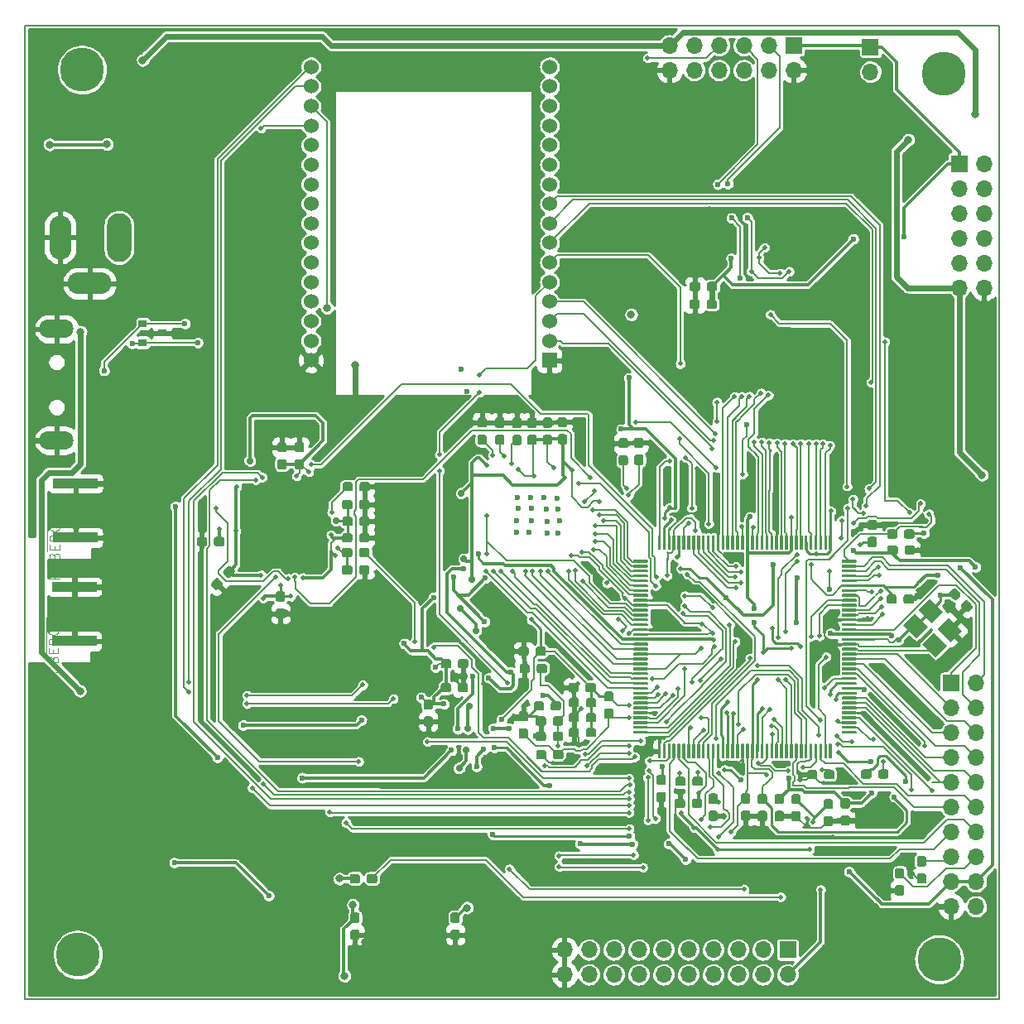
<source format=gbl>
G04 #@! TF.GenerationSoftware,KiCad,Pcbnew,6.0.0-unknown-cbea514~86~ubuntu18.04.1*
G04 #@! TF.CreationDate,2019-07-12T16:47:35-05:00*
G04 #@! TF.ProjectId,power,706f7765-722e-46b6-9963-61645f706362,rev?*
G04 #@! TF.SameCoordinates,Original*
G04 #@! TF.FileFunction,Copper,L2,Bot*
G04 #@! TF.FilePolarity,Positive*
%FSLAX46Y46*%
G04 Gerber Fmt 4.6, Leading zero omitted, Abs format (unit mm)*
G04 Created by KiCad (PCBNEW 6.0.0-unknown-cbea514~86~ubuntu18.04.1) date 2019-07-12 16:47:35*
%MOMM*%
%LPD*%
G04 APERTURE LIST*
G04 #@! TA.AperFunction,NonConductor*
%ADD10C,0.150000*%
G04 #@! TD*
%ADD11C,0.050000*%
G04 #@! TA.AperFunction,EtchedComponent*
%ADD12C,0.000100*%
G04 #@! TD*
G04 #@! TA.AperFunction,ComponentPad*
%ADD13O,4.500000X2.250000*%
G04 #@! TD*
G04 #@! TA.AperFunction,ComponentPad*
%ADD14O,2.250000X4.500000*%
G04 #@! TD*
G04 #@! TA.AperFunction,ComponentPad*
%ADD15O,2.500000X5.000000*%
G04 #@! TD*
G04 #@! TA.AperFunction,Conductor*
%ADD16C,0.150000*%
G04 #@! TD*
G04 #@! TA.AperFunction,SMDPad,CuDef*
%ADD17C,0.950000*%
G04 #@! TD*
G04 #@! TA.AperFunction,SMDPad,CuDef*
%ADD18C,0.300000*%
G04 #@! TD*
G04 #@! TA.AperFunction,ComponentPad*
%ADD19O,1.700000X1.700000*%
G04 #@! TD*
G04 #@! TA.AperFunction,ComponentPad*
%ADD20R,1.700000X1.700000*%
G04 #@! TD*
G04 #@! TA.AperFunction,ComponentPad*
%ADD21C,1.524000*%
G04 #@! TD*
G04 #@! TA.AperFunction,ComponentPad*
%ADD22R,1.524000X1.524000*%
G04 #@! TD*
G04 #@! TA.AperFunction,SMDPad,CuDef*
%ADD23C,1.650000*%
G04 #@! TD*
G04 #@! TA.AperFunction,SMDPad,CuDef*
%ADD24R,4.560000X1.000000*%
G04 #@! TD*
G04 #@! TA.AperFunction,ComponentPad*
%ADD25O,3.500000X1.900000*%
G04 #@! TD*
G04 #@! TA.AperFunction,ComponentPad*
%ADD26C,4.500000*%
G04 #@! TD*
G04 #@! TA.AperFunction,SMDPad,CuDef*
%ADD27R,0.900000X0.800000*%
G04 #@! TD*
G04 #@! TA.AperFunction,ViaPad*
%ADD28C,0.600000*%
G04 #@! TD*
G04 #@! TA.AperFunction,ViaPad*
%ADD29C,0.800000*%
G04 #@! TD*
G04 #@! TA.AperFunction,ViaPad*
%ADD30C,0.500000*%
G04 #@! TD*
G04 #@! TA.AperFunction,ViaPad*
%ADD31C,0.700000*%
G04 #@! TD*
G04 #@! TA.AperFunction,Conductor*
%ADD32C,0.160000*%
G04 #@! TD*
G04 #@! TA.AperFunction,Conductor*
%ADD33C,0.250000*%
G04 #@! TD*
G04 #@! TA.AperFunction,Conductor*
%ADD34C,0.300000*%
G04 #@! TD*
G04 #@! TA.AperFunction,Conductor*
%ADD35C,0.600000*%
G04 #@! TD*
G04 #@! TA.AperFunction,Conductor*
%ADD36C,0.200000*%
G04 #@! TD*
G04 APERTURE END LIST*
D10*
X51272440Y-114810540D02*
X51272440Y-15240000D01*
X150876000Y-114810540D02*
X51272440Y-114810540D01*
X150876000Y-15240000D02*
X150876000Y-114808000D01*
X51272440Y-15240000D02*
X150876000Y-15240000D01*
G04 #@! TO.C,J8*
D11*
X54670590Y-82419076D02*
X53670590Y-82419076D01*
X53670590Y-82038124D01*
X53718210Y-81942886D01*
X53765829Y-81895267D01*
X53861067Y-81847648D01*
X54003924Y-81847648D01*
X54099162Y-81895267D01*
X54146781Y-81942886D01*
X54194400Y-82038124D01*
X54194400Y-82419076D01*
X54575352Y-80847648D02*
X54622971Y-80895267D01*
X54670590Y-81038124D01*
X54670590Y-81133362D01*
X54622971Y-81276219D01*
X54527733Y-81371457D01*
X54432495Y-81419076D01*
X54242019Y-81466695D01*
X54099162Y-81466695D01*
X53908686Y-81419076D01*
X53813448Y-81371457D01*
X53718210Y-81276219D01*
X53670590Y-81133362D01*
X53670590Y-81038124D01*
X53718210Y-80895267D01*
X53765829Y-80847648D01*
X54146781Y-80085743D02*
X54194400Y-79942886D01*
X54242019Y-79895267D01*
X54337257Y-79847648D01*
X54480114Y-79847648D01*
X54575352Y-79895267D01*
X54622971Y-79942886D01*
X54670590Y-80038124D01*
X54670590Y-80419076D01*
X53670590Y-80419076D01*
X53670590Y-80085743D01*
X53718210Y-79990505D01*
X53765829Y-79942886D01*
X53861067Y-79895267D01*
X53956305Y-79895267D01*
X54051543Y-79942886D01*
X54099162Y-79990505D01*
X54146781Y-80085743D01*
X54146781Y-80419076D01*
X53433210Y-79657171D02*
X53433210Y-78752410D01*
X54146781Y-79419076D02*
X54146781Y-79085743D01*
X54670590Y-78942886D02*
X54670590Y-79419076D01*
X53670590Y-79419076D01*
X53670590Y-78942886D01*
X53433210Y-78752410D02*
X53433210Y-77752410D01*
X54670590Y-78514314D02*
X53670590Y-78514314D01*
X53670590Y-78276219D01*
X53718210Y-78133362D01*
X53813448Y-78038124D01*
X53908686Y-77990505D01*
X54099162Y-77942886D01*
X54242019Y-77942886D01*
X54432495Y-77990505D01*
X54527733Y-78038124D01*
X54622971Y-78133362D01*
X54670590Y-78276219D01*
X54670590Y-78514314D01*
X53433210Y-77752410D02*
X53433210Y-76752410D01*
X53718210Y-76990505D02*
X53670590Y-77085743D01*
X53670590Y-77228600D01*
X53718210Y-77371457D01*
X53813448Y-77466695D01*
X53908686Y-77514314D01*
X54099162Y-77561933D01*
X54242019Y-77561933D01*
X54432495Y-77514314D01*
X54527733Y-77466695D01*
X54622971Y-77371457D01*
X54670590Y-77228600D01*
X54670590Y-77133362D01*
X54622971Y-76990505D01*
X54575352Y-76942886D01*
X54242019Y-76942886D01*
X54242019Y-77133362D01*
X53433210Y-76752410D02*
X53433210Y-75847648D01*
X54146781Y-76514314D02*
X54146781Y-76180981D01*
X54670590Y-76038124D02*
X54670590Y-76514314D01*
X53670590Y-76514314D01*
X53670590Y-76038124D01*
G04 #@! TO.C,J7*
X54777270Y-71836036D02*
X53777270Y-71836036D01*
X53777270Y-71455084D01*
X53824890Y-71359846D01*
X53872509Y-71312227D01*
X53967747Y-71264608D01*
X54110604Y-71264608D01*
X54205842Y-71312227D01*
X54253461Y-71359846D01*
X54301080Y-71455084D01*
X54301080Y-71836036D01*
X54682032Y-70264608D02*
X54729651Y-70312227D01*
X54777270Y-70455084D01*
X54777270Y-70550322D01*
X54729651Y-70693179D01*
X54634413Y-70788417D01*
X54539175Y-70836036D01*
X54348699Y-70883655D01*
X54205842Y-70883655D01*
X54015366Y-70836036D01*
X53920128Y-70788417D01*
X53824890Y-70693179D01*
X53777270Y-70550322D01*
X53777270Y-70455084D01*
X53824890Y-70312227D01*
X53872509Y-70264608D01*
X54253461Y-69502703D02*
X54301080Y-69359846D01*
X54348699Y-69312227D01*
X54443937Y-69264608D01*
X54586794Y-69264608D01*
X54682032Y-69312227D01*
X54729651Y-69359846D01*
X54777270Y-69455084D01*
X54777270Y-69836036D01*
X53777270Y-69836036D01*
X53777270Y-69502703D01*
X53824890Y-69407465D01*
X53872509Y-69359846D01*
X53967747Y-69312227D01*
X54062985Y-69312227D01*
X54158223Y-69359846D01*
X54205842Y-69407465D01*
X54253461Y-69502703D01*
X54253461Y-69836036D01*
X53539890Y-69074131D02*
X53539890Y-68169370D01*
X54253461Y-68836036D02*
X54253461Y-68502703D01*
X54777270Y-68359846D02*
X54777270Y-68836036D01*
X53777270Y-68836036D01*
X53777270Y-68359846D01*
X53539890Y-68169370D02*
X53539890Y-67169370D01*
X54777270Y-67931274D02*
X53777270Y-67931274D01*
X53777270Y-67693179D01*
X53824890Y-67550322D01*
X53920128Y-67455084D01*
X54015366Y-67407465D01*
X54205842Y-67359846D01*
X54348699Y-67359846D01*
X54539175Y-67407465D01*
X54634413Y-67455084D01*
X54729651Y-67550322D01*
X54777270Y-67693179D01*
X54777270Y-67931274D01*
X53539890Y-67169370D02*
X53539890Y-66169370D01*
X53824890Y-66407465D02*
X53777270Y-66502703D01*
X53777270Y-66645560D01*
X53824890Y-66788417D01*
X53920128Y-66883655D01*
X54015366Y-66931274D01*
X54205842Y-66978893D01*
X54348699Y-66978893D01*
X54539175Y-66931274D01*
X54634413Y-66883655D01*
X54729651Y-66788417D01*
X54777270Y-66645560D01*
X54777270Y-66550322D01*
X54729651Y-66407465D01*
X54682032Y-66359846D01*
X54348699Y-66359846D01*
X54348699Y-66550322D01*
X53539890Y-66169370D02*
X53539890Y-65264608D01*
X54253461Y-65931274D02*
X54253461Y-65597941D01*
X54777270Y-65455084D02*
X54777270Y-65931274D01*
X53777270Y-65931274D01*
X53777270Y-65455084D01*
D12*
G04 #@! TO.C,J2*
X60361200Y-35180600D02*
X61361200Y-35180600D01*
X61361200Y-35180600D02*
X61361200Y-38680600D01*
X61361200Y-38680600D02*
X60361200Y-38680600D01*
X60361200Y-38680600D02*
X60361200Y-35180600D01*
X54361200Y-35430600D02*
X55361200Y-35430600D01*
X55361200Y-35430600D02*
X55361200Y-38430600D01*
X55361200Y-38430600D02*
X54361200Y-38430600D01*
X54361200Y-38430600D02*
X54361200Y-35430600D01*
X59361200Y-41130600D02*
X59361200Y-42130600D01*
X59361200Y-42130600D02*
X56361200Y-42130600D01*
X56361200Y-42130600D02*
X56361200Y-41130600D01*
X56361200Y-41130600D02*
X59361200Y-41130600D01*
G04 #@! TD*
D13*
G04 #@! TO.P,J2,3*
G04 #@! TO.N,GND*
X57861200Y-41630600D03*
D14*
G04 #@! TO.P,J2,2*
X54861200Y-36930600D03*
D15*
G04 #@! TO.P,J2,1*
G04 #@! TO.N,VCC_5V*
X60861200Y-36930600D03*
G04 #@! TD*
D16*
G04 #@! TO.N,GND*
G04 #@! TO.C,C13*
G36*
X132145360Y-91422413D02*
G01*
X132225257Y-91480461D01*
X132274636Y-91565988D01*
X132286260Y-91639380D01*
X132286260Y-92114380D01*
X132265727Y-92210980D01*
X132207679Y-92290877D01*
X132122152Y-92340256D01*
X132048760Y-92351880D01*
X131473760Y-92351880D01*
X131377160Y-92331347D01*
X131297263Y-92273299D01*
X131247884Y-92187772D01*
X131236260Y-92114380D01*
X131236260Y-91639380D01*
X131256793Y-91542780D01*
X131314841Y-91462883D01*
X131400368Y-91413504D01*
X131473760Y-91401880D01*
X132048760Y-91401880D01*
X132145360Y-91422413D01*
X132145360Y-91422413D01*
G37*
D17*
G04 #@! TD*
G04 #@! TO.P,C13,2*
G04 #@! TO.N,GND*
X131761260Y-91876880D03*
D16*
G04 #@! TO.N,Net-(C13-Pad1)*
G04 #@! TO.C,C13*
G36*
X133895360Y-91422413D02*
G01*
X133975257Y-91480461D01*
X134024636Y-91565988D01*
X134036260Y-91639380D01*
X134036260Y-92114380D01*
X134015727Y-92210980D01*
X133957679Y-92290877D01*
X133872152Y-92340256D01*
X133798760Y-92351880D01*
X133223760Y-92351880D01*
X133127160Y-92331347D01*
X133047263Y-92273299D01*
X132997884Y-92187772D01*
X132986260Y-92114380D01*
X132986260Y-91639380D01*
X133006793Y-91542780D01*
X133064841Y-91462883D01*
X133150368Y-91413504D01*
X133223760Y-91401880D01*
X133798760Y-91401880D01*
X133895360Y-91422413D01*
X133895360Y-91422413D01*
G37*
D17*
G04 #@! TD*
G04 #@! TO.P,C13,1*
G04 #@! TO.N,Net-(C13-Pad1)*
X133511260Y-91876880D03*
D16*
G04 #@! TO.N,adDD9*
G04 #@! TO.C,U10*
G36*
X114946307Y-69910676D02*
G01*
X114968274Y-69963709D01*
X114968274Y-70113709D01*
X114946307Y-70166742D01*
X114893274Y-70188709D01*
X113568274Y-70188709D01*
X113515241Y-70166742D01*
X113493274Y-70113709D01*
X113493274Y-69963709D01*
X113515241Y-69910676D01*
X113568274Y-69888709D01*
X114893274Y-69888709D01*
X114946307Y-69910676D01*
X114946307Y-69910676D01*
G37*
D18*
G04 #@! TD*
G04 #@! TO.P,U10,144*
G04 #@! TO.N,adDD9*
X114230774Y-70038709D03*
D16*
G04 #@! TO.N,adDD8*
G04 #@! TO.C,U10*
G36*
X114946307Y-70410676D02*
G01*
X114968274Y-70463709D01*
X114968274Y-70613709D01*
X114946307Y-70666742D01*
X114893274Y-70688709D01*
X113568274Y-70688709D01*
X113515241Y-70666742D01*
X113493274Y-70613709D01*
X113493274Y-70463709D01*
X113515241Y-70410676D01*
X113568274Y-70388709D01*
X114893274Y-70388709D01*
X114946307Y-70410676D01*
X114946307Y-70410676D01*
G37*
D18*
G04 #@! TD*
G04 #@! TO.P,U10,143*
G04 #@! TO.N,adDD8*
X114230774Y-70538709D03*
D16*
G04 #@! TO.N,adDD7*
G04 #@! TO.C,U10*
G36*
X114946307Y-70910676D02*
G01*
X114968274Y-70963709D01*
X114968274Y-71113709D01*
X114946307Y-71166742D01*
X114893274Y-71188709D01*
X113568274Y-71188709D01*
X113515241Y-71166742D01*
X113493274Y-71113709D01*
X113493274Y-70963709D01*
X113515241Y-70910676D01*
X113568274Y-70888709D01*
X114893274Y-70888709D01*
X114946307Y-70910676D01*
X114946307Y-70910676D01*
G37*
D18*
G04 #@! TD*
G04 #@! TO.P,U10,142*
G04 #@! TO.N,adDD7*
X114230774Y-71038709D03*
D16*
G04 #@! TO.N,adDD6*
G04 #@! TO.C,U10*
G36*
X114946307Y-71410676D02*
G01*
X114968274Y-71463709D01*
X114968274Y-71613709D01*
X114946307Y-71666742D01*
X114893274Y-71688709D01*
X113568274Y-71688709D01*
X113515241Y-71666742D01*
X113493274Y-71613709D01*
X113493274Y-71463709D01*
X113515241Y-71410676D01*
X113568274Y-71388709D01*
X114893274Y-71388709D01*
X114946307Y-71410676D01*
X114946307Y-71410676D01*
G37*
D18*
G04 #@! TD*
G04 #@! TO.P,U10,141*
G04 #@! TO.N,adDD6*
X114230774Y-71538709D03*
D16*
G04 #@! TO.N,adDD5*
G04 #@! TO.C,U10*
G36*
X114946307Y-71910676D02*
G01*
X114968274Y-71963709D01*
X114968274Y-72113709D01*
X114946307Y-72166742D01*
X114893274Y-72188709D01*
X113568274Y-72188709D01*
X113515241Y-72166742D01*
X113493274Y-72113709D01*
X113493274Y-71963709D01*
X113515241Y-71910676D01*
X113568274Y-71888709D01*
X114893274Y-71888709D01*
X114946307Y-71910676D01*
X114946307Y-71910676D01*
G37*
D18*
G04 #@! TD*
G04 #@! TO.P,U10,140*
G04 #@! TO.N,adDD5*
X114230774Y-72038709D03*
D16*
G04 #@! TO.N,adDD4*
G04 #@! TO.C,U10*
G36*
X114946307Y-72410676D02*
G01*
X114968274Y-72463709D01*
X114968274Y-72613709D01*
X114946307Y-72666742D01*
X114893274Y-72688709D01*
X113568274Y-72688709D01*
X113515241Y-72666742D01*
X113493274Y-72613709D01*
X113493274Y-72463709D01*
X113515241Y-72410676D01*
X113568274Y-72388709D01*
X114893274Y-72388709D01*
X114946307Y-72410676D01*
X114946307Y-72410676D01*
G37*
D18*
G04 #@! TD*
G04 #@! TO.P,U10,139*
G04 #@! TO.N,adDD4*
X114230774Y-72538709D03*
D16*
G04 #@! TO.N,adDD3*
G04 #@! TO.C,U10*
G36*
X114946307Y-72910676D02*
G01*
X114968274Y-72963709D01*
X114968274Y-73113709D01*
X114946307Y-73166742D01*
X114893274Y-73188709D01*
X113568274Y-73188709D01*
X113515241Y-73166742D01*
X113493274Y-73113709D01*
X113493274Y-72963709D01*
X113515241Y-72910676D01*
X113568274Y-72888709D01*
X114893274Y-72888709D01*
X114946307Y-72910676D01*
X114946307Y-72910676D01*
G37*
D18*
G04 #@! TD*
G04 #@! TO.P,U10,138*
G04 #@! TO.N,adDD3*
X114230774Y-73038709D03*
D16*
G04 #@! TO.N,adDD2*
G04 #@! TO.C,U10*
G36*
X114946307Y-73410676D02*
G01*
X114968274Y-73463709D01*
X114968274Y-73613709D01*
X114946307Y-73666742D01*
X114893274Y-73688709D01*
X113568274Y-73688709D01*
X113515241Y-73666742D01*
X113493274Y-73613709D01*
X113493274Y-73463709D01*
X113515241Y-73410676D01*
X113568274Y-73388709D01*
X114893274Y-73388709D01*
X114946307Y-73410676D01*
X114946307Y-73410676D01*
G37*
D18*
G04 #@! TD*
G04 #@! TO.P,U10,137*
G04 #@! TO.N,adDD2*
X114230774Y-73538709D03*
D16*
G04 #@! TO.N,GND*
G04 #@! TO.C,U10*
G36*
X114946307Y-73910676D02*
G01*
X114968274Y-73963709D01*
X114968274Y-74113709D01*
X114946307Y-74166742D01*
X114893274Y-74188709D01*
X113568274Y-74188709D01*
X113515241Y-74166742D01*
X113493274Y-74113709D01*
X113493274Y-73963709D01*
X113515241Y-73910676D01*
X113568274Y-73888709D01*
X114893274Y-73888709D01*
X114946307Y-73910676D01*
X114946307Y-73910676D01*
G37*
D18*
G04 #@! TD*
G04 #@! TO.P,U10,136*
G04 #@! TO.N,GND*
X114230774Y-74038709D03*
D16*
G04 #@! TO.N,vcc_FPGA*
G04 #@! TO.C,U10*
G36*
X114946307Y-74410676D02*
G01*
X114968274Y-74463709D01*
X114968274Y-74613709D01*
X114946307Y-74666742D01*
X114893274Y-74688709D01*
X113568274Y-74688709D01*
X113515241Y-74666742D01*
X113493274Y-74613709D01*
X113493274Y-74463709D01*
X113515241Y-74410676D01*
X113568274Y-74388709D01*
X114893274Y-74388709D01*
X114946307Y-74410676D01*
X114946307Y-74410676D01*
G37*
D18*
G04 #@! TD*
G04 #@! TO.P,U10,135*
G04 #@! TO.N,vcc_FPGA*
X114230774Y-74538709D03*
D16*
G04 #@! TO.N,GCK0*
G04 #@! TO.C,U10*
G36*
X114946307Y-74910676D02*
G01*
X114968274Y-74963709D01*
X114968274Y-75113709D01*
X114946307Y-75166742D01*
X114893274Y-75188709D01*
X113568274Y-75188709D01*
X113515241Y-75166742D01*
X113493274Y-75113709D01*
X113493274Y-74963709D01*
X113515241Y-74910676D01*
X113568274Y-74888709D01*
X114893274Y-74888709D01*
X114946307Y-74910676D01*
X114946307Y-74910676D01*
G37*
D18*
G04 #@! TD*
G04 #@! TO.P,U10,134*
G04 #@! TO.N,GCK0*
X114230774Y-75038709D03*
D16*
G04 #@! TO.N,GCK1*
G04 #@! TO.C,U10*
G36*
X114946307Y-75410676D02*
G01*
X114968274Y-75463709D01*
X114968274Y-75613709D01*
X114946307Y-75666742D01*
X114893274Y-75688709D01*
X113568274Y-75688709D01*
X113515241Y-75666742D01*
X113493274Y-75613709D01*
X113493274Y-75463709D01*
X113515241Y-75410676D01*
X113568274Y-75388709D01*
X114893274Y-75388709D01*
X114946307Y-75410676D01*
X114946307Y-75410676D01*
G37*
D18*
G04 #@! TD*
G04 #@! TO.P,U10,133*
G04 #@! TO.N,GCK1*
X114230774Y-75538709D03*
D16*
G04 #@! TO.N,adDD1*
G04 #@! TO.C,U10*
G36*
X114946307Y-75910676D02*
G01*
X114968274Y-75963709D01*
X114968274Y-76113709D01*
X114946307Y-76166742D01*
X114893274Y-76188709D01*
X113568274Y-76188709D01*
X113515241Y-76166742D01*
X113493274Y-76113709D01*
X113493274Y-75963709D01*
X113515241Y-75910676D01*
X113568274Y-75888709D01*
X114893274Y-75888709D01*
X114946307Y-75910676D01*
X114946307Y-75910676D01*
G37*
D18*
G04 #@! TD*
G04 #@! TO.P,U10,132*
G04 #@! TO.N,adDD1*
X114230774Y-76038709D03*
D16*
G04 #@! TO.N,adDD0*
G04 #@! TO.C,U10*
G36*
X114946307Y-76410676D02*
G01*
X114968274Y-76463709D01*
X114968274Y-76613709D01*
X114946307Y-76666742D01*
X114893274Y-76688709D01*
X113568274Y-76688709D01*
X113515241Y-76666742D01*
X113493274Y-76613709D01*
X113493274Y-76463709D01*
X113515241Y-76410676D01*
X113568274Y-76388709D01*
X114893274Y-76388709D01*
X114946307Y-76410676D01*
X114946307Y-76410676D01*
G37*
D18*
G04 #@! TD*
G04 #@! TO.P,U10,131*
G04 #@! TO.N,adDD0*
X114230774Y-76538709D03*
D16*
G04 #@! TO.N,GND*
G04 #@! TO.C,U10*
G36*
X114946307Y-76910676D02*
G01*
X114968274Y-76963709D01*
X114968274Y-77113709D01*
X114946307Y-77166742D01*
X114893274Y-77188709D01*
X113568274Y-77188709D01*
X113515241Y-77166742D01*
X113493274Y-77113709D01*
X113493274Y-76963709D01*
X113515241Y-76910676D01*
X113568274Y-76888709D01*
X114893274Y-76888709D01*
X114946307Y-76910676D01*
X114946307Y-76910676D01*
G37*
D18*
G04 #@! TD*
G04 #@! TO.P,U10,130*
G04 #@! TO.N,GND*
X114230774Y-77038709D03*
D16*
G04 #@! TO.N,vcc_FPGA*
G04 #@! TO.C,U10*
G36*
X114946307Y-77410676D02*
G01*
X114968274Y-77463709D01*
X114968274Y-77613709D01*
X114946307Y-77666742D01*
X114893274Y-77688709D01*
X113568274Y-77688709D01*
X113515241Y-77666742D01*
X113493274Y-77613709D01*
X113493274Y-77463709D01*
X113515241Y-77410676D01*
X113568274Y-77388709D01*
X114893274Y-77388709D01*
X114946307Y-77410676D01*
X114946307Y-77410676D01*
G37*
D18*
G04 #@! TD*
G04 #@! TO.P,U10,129*
G04 #@! TO.N,vcc_FPGA*
X114230774Y-77538709D03*
D16*
G04 #@! TO.N,vcc_core_FPGA*
G04 #@! TO.C,U10*
G36*
X114946307Y-77910676D02*
G01*
X114968274Y-77963709D01*
X114968274Y-78113709D01*
X114946307Y-78166742D01*
X114893274Y-78188709D01*
X113568274Y-78188709D01*
X113515241Y-78166742D01*
X113493274Y-78113709D01*
X113493274Y-77963709D01*
X113515241Y-77910676D01*
X113568274Y-77888709D01*
X114893274Y-77888709D01*
X114946307Y-77910676D01*
X114946307Y-77910676D01*
G37*
D18*
G04 #@! TD*
G04 #@! TO.P,U10,128*
G04 #@! TO.N,vcc_core_FPGA*
X114230774Y-78038709D03*
D16*
G04 #@! TO.N,adDA7*
G04 #@! TO.C,U10*
G36*
X114946307Y-78410676D02*
G01*
X114968274Y-78463709D01*
X114968274Y-78613709D01*
X114946307Y-78666742D01*
X114893274Y-78688709D01*
X113568274Y-78688709D01*
X113515241Y-78666742D01*
X113493274Y-78613709D01*
X113493274Y-78463709D01*
X113515241Y-78410676D01*
X113568274Y-78388709D01*
X114893274Y-78388709D01*
X114946307Y-78410676D01*
X114946307Y-78410676D01*
G37*
D18*
G04 #@! TD*
G04 #@! TO.P,U10,127*
G04 #@! TO.N,adDA7*
X114230774Y-78538709D03*
D16*
G04 #@! TO.N,adDA6*
G04 #@! TO.C,U10*
G36*
X114946307Y-78910676D02*
G01*
X114968274Y-78963709D01*
X114968274Y-79113709D01*
X114946307Y-79166742D01*
X114893274Y-79188709D01*
X113568274Y-79188709D01*
X113515241Y-79166742D01*
X113493274Y-79113709D01*
X113493274Y-78963709D01*
X113515241Y-78910676D01*
X113568274Y-78888709D01*
X114893274Y-78888709D01*
X114946307Y-78910676D01*
X114946307Y-78910676D01*
G37*
D18*
G04 #@! TD*
G04 #@! TO.P,U10,126*
G04 #@! TO.N,adDA6*
X114230774Y-79038709D03*
D16*
G04 #@! TO.N,vcc_FPGA*
G04 #@! TO.C,U10*
G36*
X114946307Y-79410676D02*
G01*
X114968274Y-79463709D01*
X114968274Y-79613709D01*
X114946307Y-79666742D01*
X114893274Y-79688709D01*
X113568274Y-79688709D01*
X113515241Y-79666742D01*
X113493274Y-79613709D01*
X113493274Y-79463709D01*
X113515241Y-79410676D01*
X113568274Y-79388709D01*
X114893274Y-79388709D01*
X114946307Y-79410676D01*
X114946307Y-79410676D01*
G37*
D18*
G04 #@! TD*
G04 #@! TO.P,U10,125*
G04 #@! TO.N,vcc_FPGA*
X114230774Y-79538709D03*
D16*
G04 #@! TO.N,adDA5*
G04 #@! TO.C,U10*
G36*
X114946307Y-79910676D02*
G01*
X114968274Y-79963709D01*
X114968274Y-80113709D01*
X114946307Y-80166742D01*
X114893274Y-80188709D01*
X113568274Y-80188709D01*
X113515241Y-80166742D01*
X113493274Y-80113709D01*
X113493274Y-79963709D01*
X113515241Y-79910676D01*
X113568274Y-79888709D01*
X114893274Y-79888709D01*
X114946307Y-79910676D01*
X114946307Y-79910676D01*
G37*
D18*
G04 #@! TD*
G04 #@! TO.P,U10,124*
G04 #@! TO.N,adDA5*
X114230774Y-80038709D03*
D16*
G04 #@! TO.N,adDA4*
G04 #@! TO.C,U10*
G36*
X114946307Y-80410676D02*
G01*
X114968274Y-80463709D01*
X114968274Y-80613709D01*
X114946307Y-80666742D01*
X114893274Y-80688709D01*
X113568274Y-80688709D01*
X113515241Y-80666742D01*
X113493274Y-80613709D01*
X113493274Y-80463709D01*
X113515241Y-80410676D01*
X113568274Y-80388709D01*
X114893274Y-80388709D01*
X114946307Y-80410676D01*
X114946307Y-80410676D01*
G37*
D18*
G04 #@! TD*
G04 #@! TO.P,U10,123*
G04 #@! TO.N,adDA4*
X114230774Y-80538709D03*
D16*
G04 #@! TO.N,vcc_FPGA*
G04 #@! TO.C,U10*
G36*
X114946307Y-80910676D02*
G01*
X114968274Y-80963709D01*
X114968274Y-81113709D01*
X114946307Y-81166742D01*
X114893274Y-81188709D01*
X113568274Y-81188709D01*
X113515241Y-81166742D01*
X113493274Y-81113709D01*
X113493274Y-80963709D01*
X113515241Y-80910676D01*
X113568274Y-80888709D01*
X114893274Y-80888709D01*
X114946307Y-80910676D01*
X114946307Y-80910676D01*
G37*
D18*
G04 #@! TD*
G04 #@! TO.P,U10,122*
G04 #@! TO.N,vcc_FPGA*
X114230774Y-81038709D03*
D16*
G04 #@! TO.N,adDA3*
G04 #@! TO.C,U10*
G36*
X114946307Y-81410676D02*
G01*
X114968274Y-81463709D01*
X114968274Y-81613709D01*
X114946307Y-81666742D01*
X114893274Y-81688709D01*
X113568274Y-81688709D01*
X113515241Y-81666742D01*
X113493274Y-81613709D01*
X113493274Y-81463709D01*
X113515241Y-81410676D01*
X113568274Y-81388709D01*
X114893274Y-81388709D01*
X114946307Y-81410676D01*
X114946307Y-81410676D01*
G37*
D18*
G04 #@! TD*
G04 #@! TO.P,U10,121*
G04 #@! TO.N,adDA3*
X114230774Y-81538709D03*
D16*
G04 #@! TO.N,adDA2*
G04 #@! TO.C,U10*
G36*
X114946307Y-81910676D02*
G01*
X114968274Y-81963709D01*
X114968274Y-82113709D01*
X114946307Y-82166742D01*
X114893274Y-82188709D01*
X113568274Y-82188709D01*
X113515241Y-82166742D01*
X113493274Y-82113709D01*
X113493274Y-81963709D01*
X113515241Y-81910676D01*
X113568274Y-81888709D01*
X114893274Y-81888709D01*
X114946307Y-81910676D01*
X114946307Y-81910676D01*
G37*
D18*
G04 #@! TD*
G04 #@! TO.P,U10,120*
G04 #@! TO.N,adDA2*
X114230774Y-82038709D03*
D16*
G04 #@! TO.N,adDA1*
G04 #@! TO.C,U10*
G36*
X114946307Y-82410676D02*
G01*
X114968274Y-82463709D01*
X114968274Y-82613709D01*
X114946307Y-82666742D01*
X114893274Y-82688709D01*
X113568274Y-82688709D01*
X113515241Y-82666742D01*
X113493274Y-82613709D01*
X113493274Y-82463709D01*
X113515241Y-82410676D01*
X113568274Y-82388709D01*
X114893274Y-82388709D01*
X114946307Y-82410676D01*
X114946307Y-82410676D01*
G37*
D18*
G04 #@! TD*
G04 #@! TO.P,U10,119*
G04 #@! TO.N,adDA1*
X114230774Y-82538709D03*
D16*
G04 #@! TO.N,adDA0*
G04 #@! TO.C,U10*
G36*
X114946307Y-82910676D02*
G01*
X114968274Y-82963709D01*
X114968274Y-83113709D01*
X114946307Y-83166742D01*
X114893274Y-83188709D01*
X113568274Y-83188709D01*
X113515241Y-83166742D01*
X113493274Y-83113709D01*
X113493274Y-82963709D01*
X113515241Y-82910676D01*
X113568274Y-82888709D01*
X114893274Y-82888709D01*
X114946307Y-82910676D01*
X114946307Y-82910676D01*
G37*
D18*
G04 #@! TD*
G04 #@! TO.P,U10,118*
G04 #@! TO.N,adDA0*
X114230774Y-83038709D03*
D16*
G04 #@! TO.N,FMC_A5*
G04 #@! TO.C,U10*
G36*
X114946307Y-83410676D02*
G01*
X114968274Y-83463709D01*
X114968274Y-83613709D01*
X114946307Y-83666742D01*
X114893274Y-83688709D01*
X113568274Y-83688709D01*
X113515241Y-83666742D01*
X113493274Y-83613709D01*
X113493274Y-83463709D01*
X113515241Y-83410676D01*
X113568274Y-83388709D01*
X114893274Y-83388709D01*
X114946307Y-83410676D01*
X114946307Y-83410676D01*
G37*
D18*
G04 #@! TD*
G04 #@! TO.P,U10,117*
G04 #@! TO.N,FMC_A5*
X114230774Y-83538709D03*
D16*
G04 #@! TO.N,FMC_A4*
G04 #@! TO.C,U10*
G36*
X114946307Y-83910676D02*
G01*
X114968274Y-83963709D01*
X114968274Y-84113709D01*
X114946307Y-84166742D01*
X114893274Y-84188709D01*
X113568274Y-84188709D01*
X113515241Y-84166742D01*
X113493274Y-84113709D01*
X113493274Y-83963709D01*
X113515241Y-83910676D01*
X113568274Y-83888709D01*
X114893274Y-83888709D01*
X114946307Y-83910676D01*
X114946307Y-83910676D01*
G37*
D18*
G04 #@! TD*
G04 #@! TO.P,U10,116*
G04 #@! TO.N,FMC_A4*
X114230774Y-84038709D03*
D16*
G04 #@! TO.N,FMC_A3*
G04 #@! TO.C,U10*
G36*
X114946307Y-84410676D02*
G01*
X114968274Y-84463709D01*
X114968274Y-84613709D01*
X114946307Y-84666742D01*
X114893274Y-84688709D01*
X113568274Y-84688709D01*
X113515241Y-84666742D01*
X113493274Y-84613709D01*
X113493274Y-84463709D01*
X113515241Y-84410676D01*
X113568274Y-84388709D01*
X114893274Y-84388709D01*
X114946307Y-84410676D01*
X114946307Y-84410676D01*
G37*
D18*
G04 #@! TD*
G04 #@! TO.P,U10,115*
G04 #@! TO.N,FMC_A3*
X114230774Y-84538709D03*
D16*
G04 #@! TO.N,FMC_A2*
G04 #@! TO.C,U10*
G36*
X114946307Y-84910676D02*
G01*
X114968274Y-84963709D01*
X114968274Y-85113709D01*
X114946307Y-85166742D01*
X114893274Y-85188709D01*
X113568274Y-85188709D01*
X113515241Y-85166742D01*
X113493274Y-85113709D01*
X113493274Y-84963709D01*
X113515241Y-84910676D01*
X113568274Y-84888709D01*
X114893274Y-84888709D01*
X114946307Y-84910676D01*
X114946307Y-84910676D01*
G37*
D18*
G04 #@! TD*
G04 #@! TO.P,U10,114*
G04 #@! TO.N,FMC_A2*
X114230774Y-85038709D03*
D16*
G04 #@! TO.N,GND*
G04 #@! TO.C,U10*
G36*
X114946307Y-85410676D02*
G01*
X114968274Y-85463709D01*
X114968274Y-85613709D01*
X114946307Y-85666742D01*
X114893274Y-85688709D01*
X113568274Y-85688709D01*
X113515241Y-85666742D01*
X113493274Y-85613709D01*
X113493274Y-85463709D01*
X113515241Y-85410676D01*
X113568274Y-85388709D01*
X114893274Y-85388709D01*
X114946307Y-85410676D01*
X114946307Y-85410676D01*
G37*
D18*
G04 #@! TD*
G04 #@! TO.P,U10,113*
G04 #@! TO.N,GND*
X114230774Y-85538709D03*
D16*
G04 #@! TO.N,FMC_A1*
G04 #@! TO.C,U10*
G36*
X114946307Y-85910676D02*
G01*
X114968274Y-85963709D01*
X114968274Y-86113709D01*
X114946307Y-86166742D01*
X114893274Y-86188709D01*
X113568274Y-86188709D01*
X113515241Y-86166742D01*
X113493274Y-86113709D01*
X113493274Y-85963709D01*
X113515241Y-85910676D01*
X113568274Y-85888709D01*
X114893274Y-85888709D01*
X114946307Y-85910676D01*
X114946307Y-85910676D01*
G37*
D18*
G04 #@! TD*
G04 #@! TO.P,U10,112*
G04 #@! TO.N,FMC_A1*
X114230774Y-86038709D03*
D16*
G04 #@! TO.N,FMC_A0*
G04 #@! TO.C,U10*
G36*
X114946307Y-86410676D02*
G01*
X114968274Y-86463709D01*
X114968274Y-86613709D01*
X114946307Y-86666742D01*
X114893274Y-86688709D01*
X113568274Y-86688709D01*
X113515241Y-86666742D01*
X113493274Y-86613709D01*
X113493274Y-86463709D01*
X113515241Y-86410676D01*
X113568274Y-86388709D01*
X114893274Y-86388709D01*
X114946307Y-86410676D01*
X114946307Y-86410676D01*
G37*
D18*
G04 #@! TD*
G04 #@! TO.P,U10,111*
G04 #@! TO.N,FMC_A0*
X114230774Y-86538709D03*
D16*
G04 #@! TO.N,FPGA_JTDO*
G04 #@! TO.C,U10*
G36*
X114946307Y-86910676D02*
G01*
X114968274Y-86963709D01*
X114968274Y-87113709D01*
X114946307Y-87166742D01*
X114893274Y-87188709D01*
X113568274Y-87188709D01*
X113515241Y-87166742D01*
X113493274Y-87113709D01*
X113493274Y-86963709D01*
X113515241Y-86910676D01*
X113568274Y-86888709D01*
X114893274Y-86888709D01*
X114946307Y-86910676D01*
X114946307Y-86910676D01*
G37*
D18*
G04 #@! TD*
G04 #@! TO.P,U10,110*
G04 #@! TO.N,FPGA_JTDO*
X114230774Y-87038709D03*
D16*
G04 #@! TO.N,JTCK*
G04 #@! TO.C,U10*
G36*
X114946307Y-87410676D02*
G01*
X114968274Y-87463709D01*
X114968274Y-87613709D01*
X114946307Y-87666742D01*
X114893274Y-87688709D01*
X113568274Y-87688709D01*
X113515241Y-87666742D01*
X113493274Y-87613709D01*
X113493274Y-87463709D01*
X113515241Y-87410676D01*
X113568274Y-87388709D01*
X114893274Y-87388709D01*
X114946307Y-87410676D01*
X114946307Y-87410676D01*
G37*
D18*
G04 #@! TD*
G04 #@! TO.P,U10,109*
G04 #@! TO.N,JTCK*
X114230774Y-87538709D03*
D16*
G04 #@! TO.N,GND*
G04 #@! TO.C,U10*
G36*
X116271307Y-88735676D02*
G01*
X116293274Y-88788709D01*
X116293274Y-90113709D01*
X116271307Y-90166742D01*
X116218274Y-90188709D01*
X116068274Y-90188709D01*
X116015241Y-90166742D01*
X115993274Y-90113709D01*
X115993274Y-88788709D01*
X116015241Y-88735676D01*
X116068274Y-88713709D01*
X116218274Y-88713709D01*
X116271307Y-88735676D01*
X116271307Y-88735676D01*
G37*
D18*
G04 #@! TD*
G04 #@! TO.P,U10,108*
G04 #@! TO.N,GND*
X116143274Y-89451209D03*
D16*
G04 #@! TO.N,JTMS*
G04 #@! TO.C,U10*
G36*
X116771307Y-88735676D02*
G01*
X116793274Y-88788709D01*
X116793274Y-90113709D01*
X116771307Y-90166742D01*
X116718274Y-90188709D01*
X116568274Y-90188709D01*
X116515241Y-90166742D01*
X116493274Y-90113709D01*
X116493274Y-88788709D01*
X116515241Y-88735676D01*
X116568274Y-88713709D01*
X116718274Y-88713709D01*
X116771307Y-88735676D01*
X116771307Y-88735676D01*
G37*
D18*
G04 #@! TD*
G04 #@! TO.P,U10,107*
G04 #@! TO.N,JTMS*
X116643274Y-89451209D03*
D16*
G04 #@! TO.N,JTDO_OMEGA*
G04 #@! TO.C,U10*
G36*
X117271307Y-88735676D02*
G01*
X117293274Y-88788709D01*
X117293274Y-90113709D01*
X117271307Y-90166742D01*
X117218274Y-90188709D01*
X117068274Y-90188709D01*
X117015241Y-90166742D01*
X116993274Y-90113709D01*
X116993274Y-88788709D01*
X117015241Y-88735676D01*
X117068274Y-88713709D01*
X117218274Y-88713709D01*
X117271307Y-88735676D01*
X117271307Y-88735676D01*
G37*
D18*
G04 #@! TD*
G04 #@! TO.P,U10,106*
G04 #@! TO.N,JTDO_OMEGA*
X117143274Y-89451209D03*
D16*
G04 #@! TO.N,/FPGA_spartan6/FGPIO6*
G04 #@! TO.C,U10*
G36*
X117771307Y-88735676D02*
G01*
X117793274Y-88788709D01*
X117793274Y-90113709D01*
X117771307Y-90166742D01*
X117718274Y-90188709D01*
X117568274Y-90188709D01*
X117515241Y-90166742D01*
X117493274Y-90113709D01*
X117493274Y-88788709D01*
X117515241Y-88735676D01*
X117568274Y-88713709D01*
X117718274Y-88713709D01*
X117771307Y-88735676D01*
X117771307Y-88735676D01*
G37*
D18*
G04 #@! TD*
G04 #@! TO.P,U10,105*
G04 #@! TO.N,/FPGA_spartan6/FGPIO6*
X117643274Y-89451209D03*
D16*
G04 #@! TO.N,/FPGA_spartan6/FGPIO14*
G04 #@! TO.C,U10*
G36*
X118271307Y-88735676D02*
G01*
X118293274Y-88788709D01*
X118293274Y-90113709D01*
X118271307Y-90166742D01*
X118218274Y-90188709D01*
X118068274Y-90188709D01*
X118015241Y-90166742D01*
X117993274Y-90113709D01*
X117993274Y-88788709D01*
X118015241Y-88735676D01*
X118068274Y-88713709D01*
X118218274Y-88713709D01*
X118271307Y-88735676D01*
X118271307Y-88735676D01*
G37*
D18*
G04 #@! TD*
G04 #@! TO.P,U10,104*
G04 #@! TO.N,/FPGA_spartan6/FGPIO14*
X118143274Y-89451209D03*
D16*
G04 #@! TO.N,vcc_FPGA*
G04 #@! TO.C,U10*
G36*
X118771307Y-88735676D02*
G01*
X118793274Y-88788709D01*
X118793274Y-90113709D01*
X118771307Y-90166742D01*
X118718274Y-90188709D01*
X118568274Y-90188709D01*
X118515241Y-90166742D01*
X118493274Y-90113709D01*
X118493274Y-88788709D01*
X118515241Y-88735676D01*
X118568274Y-88713709D01*
X118718274Y-88713709D01*
X118771307Y-88735676D01*
X118771307Y-88735676D01*
G37*
D18*
G04 #@! TD*
G04 #@! TO.P,U10,103*
G04 #@! TO.N,vcc_FPGA*
X118643274Y-89451209D03*
D16*
G04 #@! TO.N,/FPGA_spartan6/FSW_2*
G04 #@! TO.C,U10*
G36*
X119271307Y-88735676D02*
G01*
X119293274Y-88788709D01*
X119293274Y-90113709D01*
X119271307Y-90166742D01*
X119218274Y-90188709D01*
X119068274Y-90188709D01*
X119015241Y-90166742D01*
X118993274Y-90113709D01*
X118993274Y-88788709D01*
X119015241Y-88735676D01*
X119068274Y-88713709D01*
X119218274Y-88713709D01*
X119271307Y-88735676D01*
X119271307Y-88735676D01*
G37*
D18*
G04 #@! TD*
G04 #@! TO.P,U10,102*
G04 #@! TO.N,/FPGA_spartan6/FSW_2*
X119143274Y-89451209D03*
D16*
G04 #@! TO.N,/FPGA_spartan6/FSW_1*
G04 #@! TO.C,U10*
G36*
X119771307Y-88735676D02*
G01*
X119793274Y-88788709D01*
X119793274Y-90113709D01*
X119771307Y-90166742D01*
X119718274Y-90188709D01*
X119568274Y-90188709D01*
X119515241Y-90166742D01*
X119493274Y-90113709D01*
X119493274Y-88788709D01*
X119515241Y-88735676D01*
X119568274Y-88713709D01*
X119718274Y-88713709D01*
X119771307Y-88735676D01*
X119771307Y-88735676D01*
G37*
D18*
G04 #@! TD*
G04 #@! TO.P,U10,101*
G04 #@! TO.N,/FPGA_spartan6/FSW_1*
X119643274Y-89451209D03*
D16*
G04 #@! TO.N,I2C_SCL*
G04 #@! TO.C,U10*
G36*
X120271307Y-88735676D02*
G01*
X120293274Y-88788709D01*
X120293274Y-90113709D01*
X120271307Y-90166742D01*
X120218274Y-90188709D01*
X120068274Y-90188709D01*
X120015241Y-90166742D01*
X119993274Y-90113709D01*
X119993274Y-88788709D01*
X120015241Y-88735676D01*
X120068274Y-88713709D01*
X120218274Y-88713709D01*
X120271307Y-88735676D01*
X120271307Y-88735676D01*
G37*
D18*
G04 #@! TD*
G04 #@! TO.P,U10,100*
G04 #@! TO.N,I2C_SCL*
X120143274Y-89451209D03*
D16*
G04 #@! TO.N,I2C_SDA*
G04 #@! TO.C,U10*
G36*
X120771307Y-88735676D02*
G01*
X120793274Y-88788709D01*
X120793274Y-90113709D01*
X120771307Y-90166742D01*
X120718274Y-90188709D01*
X120568274Y-90188709D01*
X120515241Y-90166742D01*
X120493274Y-90113709D01*
X120493274Y-88788709D01*
X120515241Y-88735676D01*
X120568274Y-88713709D01*
X120718274Y-88713709D01*
X120771307Y-88735676D01*
X120771307Y-88735676D01*
G37*
D18*
G04 #@! TD*
G04 #@! TO.P,U10,99*
G04 #@! TO.N,I2C_SDA*
X120643274Y-89451209D03*
D16*
G04 #@! TO.N,Net-(D10-Pad2)*
G04 #@! TO.C,U10*
G36*
X121271307Y-88735676D02*
G01*
X121293274Y-88788709D01*
X121293274Y-90113709D01*
X121271307Y-90166742D01*
X121218274Y-90188709D01*
X121068274Y-90188709D01*
X121015241Y-90166742D01*
X120993274Y-90113709D01*
X120993274Y-88788709D01*
X121015241Y-88735676D01*
X121068274Y-88713709D01*
X121218274Y-88713709D01*
X121271307Y-88735676D01*
X121271307Y-88735676D01*
G37*
D18*
G04 #@! TD*
G04 #@! TO.P,U10,98*
G04 #@! TO.N,Net-(D10-Pad2)*
X121143274Y-89451209D03*
D16*
G04 #@! TO.N,Net-(D9-Pad2)*
G04 #@! TO.C,U10*
G36*
X121771307Y-88735676D02*
G01*
X121793274Y-88788709D01*
X121793274Y-90113709D01*
X121771307Y-90166742D01*
X121718274Y-90188709D01*
X121568274Y-90188709D01*
X121515241Y-90166742D01*
X121493274Y-90113709D01*
X121493274Y-88788709D01*
X121515241Y-88735676D01*
X121568274Y-88713709D01*
X121718274Y-88713709D01*
X121771307Y-88735676D01*
X121771307Y-88735676D01*
G37*
D18*
G04 #@! TD*
G04 #@! TO.P,U10,97*
G04 #@! TO.N,Net-(D9-Pad2)*
X121643274Y-89451209D03*
D16*
G04 #@! TO.N,GND*
G04 #@! TO.C,U10*
G36*
X122271307Y-88735676D02*
G01*
X122293274Y-88788709D01*
X122293274Y-90113709D01*
X122271307Y-90166742D01*
X122218274Y-90188709D01*
X122068274Y-90188709D01*
X122015241Y-90166742D01*
X121993274Y-90113709D01*
X121993274Y-88788709D01*
X122015241Y-88735676D01*
X122068274Y-88713709D01*
X122218274Y-88713709D01*
X122271307Y-88735676D01*
X122271307Y-88735676D01*
G37*
D18*
G04 #@! TD*
G04 #@! TO.P,U10,96*
G04 #@! TO.N,GND*
X122143274Y-89451209D03*
D16*
G04 #@! TO.N,FMC_D12*
G04 #@! TO.C,U10*
G36*
X122771307Y-88735676D02*
G01*
X122793274Y-88788709D01*
X122793274Y-90113709D01*
X122771307Y-90166742D01*
X122718274Y-90188709D01*
X122568274Y-90188709D01*
X122515241Y-90166742D01*
X122493274Y-90113709D01*
X122493274Y-88788709D01*
X122515241Y-88735676D01*
X122568274Y-88713709D01*
X122718274Y-88713709D01*
X122771307Y-88735676D01*
X122771307Y-88735676D01*
G37*
D18*
G04 #@! TD*
G04 #@! TO.P,U10,95*
G04 #@! TO.N,FMC_D12*
X122643274Y-89451209D03*
D16*
G04 #@! TO.N,FMC_D11*
G04 #@! TO.C,U10*
G36*
X123271307Y-88735676D02*
G01*
X123293274Y-88788709D01*
X123293274Y-90113709D01*
X123271307Y-90166742D01*
X123218274Y-90188709D01*
X123068274Y-90188709D01*
X123015241Y-90166742D01*
X122993274Y-90113709D01*
X122993274Y-88788709D01*
X123015241Y-88735676D01*
X123068274Y-88713709D01*
X123218274Y-88713709D01*
X123271307Y-88735676D01*
X123271307Y-88735676D01*
G37*
D18*
G04 #@! TD*
G04 #@! TO.P,U10,94*
G04 #@! TO.N,FMC_D11*
X123143274Y-89451209D03*
D16*
G04 #@! TO.N,FMC_D10*
G04 #@! TO.C,U10*
G36*
X123771307Y-88735676D02*
G01*
X123793274Y-88788709D01*
X123793274Y-90113709D01*
X123771307Y-90166742D01*
X123718274Y-90188709D01*
X123568274Y-90188709D01*
X123515241Y-90166742D01*
X123493274Y-90113709D01*
X123493274Y-88788709D01*
X123515241Y-88735676D01*
X123568274Y-88713709D01*
X123718274Y-88713709D01*
X123771307Y-88735676D01*
X123771307Y-88735676D01*
G37*
D18*
G04 #@! TD*
G04 #@! TO.P,U10,93*
G04 #@! TO.N,FMC_D10*
X123643274Y-89451209D03*
D16*
G04 #@! TO.N,FMC_D9*
G04 #@! TO.C,U10*
G36*
X124271307Y-88735676D02*
G01*
X124293274Y-88788709D01*
X124293274Y-90113709D01*
X124271307Y-90166742D01*
X124218274Y-90188709D01*
X124068274Y-90188709D01*
X124015241Y-90166742D01*
X123993274Y-90113709D01*
X123993274Y-88788709D01*
X124015241Y-88735676D01*
X124068274Y-88713709D01*
X124218274Y-88713709D01*
X124271307Y-88735676D01*
X124271307Y-88735676D01*
G37*
D18*
G04 #@! TD*
G04 #@! TO.P,U10,92*
G04 #@! TO.N,FMC_D9*
X124143274Y-89451209D03*
D16*
G04 #@! TO.N,GND*
G04 #@! TO.C,U10*
G36*
X124771307Y-88735676D02*
G01*
X124793274Y-88788709D01*
X124793274Y-90113709D01*
X124771307Y-90166742D01*
X124718274Y-90188709D01*
X124568274Y-90188709D01*
X124515241Y-90166742D01*
X124493274Y-90113709D01*
X124493274Y-88788709D01*
X124515241Y-88735676D01*
X124568274Y-88713709D01*
X124718274Y-88713709D01*
X124771307Y-88735676D01*
X124771307Y-88735676D01*
G37*
D18*
G04 #@! TD*
G04 #@! TO.P,U10,91*
G04 #@! TO.N,GND*
X124643274Y-89451209D03*
D16*
G04 #@! TO.N,vcc_FPGA*
G04 #@! TO.C,U10*
G36*
X125271307Y-88735676D02*
G01*
X125293274Y-88788709D01*
X125293274Y-90113709D01*
X125271307Y-90166742D01*
X125218274Y-90188709D01*
X125068274Y-90188709D01*
X125015241Y-90166742D01*
X124993274Y-90113709D01*
X124993274Y-88788709D01*
X125015241Y-88735676D01*
X125068274Y-88713709D01*
X125218274Y-88713709D01*
X125271307Y-88735676D01*
X125271307Y-88735676D01*
G37*
D18*
G04 #@! TD*
G04 #@! TO.P,U10,90*
G04 #@! TO.N,vcc_FPGA*
X125143274Y-89451209D03*
D16*
G04 #@! TO.N,vcc_core_FPGA*
G04 #@! TO.C,U10*
G36*
X125771307Y-88735676D02*
G01*
X125793274Y-88788709D01*
X125793274Y-90113709D01*
X125771307Y-90166742D01*
X125718274Y-90188709D01*
X125568274Y-90188709D01*
X125515241Y-90166742D01*
X125493274Y-90113709D01*
X125493274Y-88788709D01*
X125515241Y-88735676D01*
X125568274Y-88713709D01*
X125718274Y-88713709D01*
X125771307Y-88735676D01*
X125771307Y-88735676D01*
G37*
D18*
G04 #@! TD*
G04 #@! TO.P,U10,89*
G04 #@! TO.N,vcc_core_FPGA*
X125643274Y-89451209D03*
D16*
G04 #@! TO.N,FMC_D8*
G04 #@! TO.C,U10*
G36*
X126271307Y-88735676D02*
G01*
X126293274Y-88788709D01*
X126293274Y-90113709D01*
X126271307Y-90166742D01*
X126218274Y-90188709D01*
X126068274Y-90188709D01*
X126015241Y-90166742D01*
X125993274Y-90113709D01*
X125993274Y-88788709D01*
X126015241Y-88735676D01*
X126068274Y-88713709D01*
X126218274Y-88713709D01*
X126271307Y-88735676D01*
X126271307Y-88735676D01*
G37*
D18*
G04 #@! TD*
G04 #@! TO.P,U10,88*
G04 #@! TO.N,FMC_D8*
X126143274Y-89451209D03*
D16*
G04 #@! TO.N,FMC_D7*
G04 #@! TO.C,U10*
G36*
X126771307Y-88735676D02*
G01*
X126793274Y-88788709D01*
X126793274Y-90113709D01*
X126771307Y-90166742D01*
X126718274Y-90188709D01*
X126568274Y-90188709D01*
X126515241Y-90166742D01*
X126493274Y-90113709D01*
X126493274Y-88788709D01*
X126515241Y-88735676D01*
X126568274Y-88713709D01*
X126718274Y-88713709D01*
X126771307Y-88735676D01*
X126771307Y-88735676D01*
G37*
D18*
G04 #@! TD*
G04 #@! TO.P,U10,87*
G04 #@! TO.N,FMC_D7*
X126643274Y-89451209D03*
D16*
G04 #@! TO.N,vcc_FPGA*
G04 #@! TO.C,U10*
G36*
X127271307Y-88735676D02*
G01*
X127293274Y-88788709D01*
X127293274Y-90113709D01*
X127271307Y-90166742D01*
X127218274Y-90188709D01*
X127068274Y-90188709D01*
X127015241Y-90166742D01*
X126993274Y-90113709D01*
X126993274Y-88788709D01*
X127015241Y-88735676D01*
X127068274Y-88713709D01*
X127218274Y-88713709D01*
X127271307Y-88735676D01*
X127271307Y-88735676D01*
G37*
D18*
G04 #@! TD*
G04 #@! TO.P,U10,86*
G04 #@! TO.N,vcc_FPGA*
X127143274Y-89451209D03*
D16*
G04 #@! TO.N,FMC_D6*
G04 #@! TO.C,U10*
G36*
X127771307Y-88735676D02*
G01*
X127793274Y-88788709D01*
X127793274Y-90113709D01*
X127771307Y-90166742D01*
X127718274Y-90188709D01*
X127568274Y-90188709D01*
X127515241Y-90166742D01*
X127493274Y-90113709D01*
X127493274Y-88788709D01*
X127515241Y-88735676D01*
X127568274Y-88713709D01*
X127718274Y-88713709D01*
X127771307Y-88735676D01*
X127771307Y-88735676D01*
G37*
D18*
G04 #@! TD*
G04 #@! TO.P,U10,85*
G04 #@! TO.N,FMC_D6*
X127643274Y-89451209D03*
D16*
G04 #@! TO.N,FMC_D5*
G04 #@! TO.C,U10*
G36*
X128271307Y-88735676D02*
G01*
X128293274Y-88788709D01*
X128293274Y-90113709D01*
X128271307Y-90166742D01*
X128218274Y-90188709D01*
X128068274Y-90188709D01*
X128015241Y-90166742D01*
X127993274Y-90113709D01*
X127993274Y-88788709D01*
X128015241Y-88735676D01*
X128068274Y-88713709D01*
X128218274Y-88713709D01*
X128271307Y-88735676D01*
X128271307Y-88735676D01*
G37*
D18*
G04 #@! TD*
G04 #@! TO.P,U10,84*
G04 #@! TO.N,FMC_D5*
X128143274Y-89451209D03*
D16*
G04 #@! TO.N,FMC_D4*
G04 #@! TO.C,U10*
G36*
X128771307Y-88735676D02*
G01*
X128793274Y-88788709D01*
X128793274Y-90113709D01*
X128771307Y-90166742D01*
X128718274Y-90188709D01*
X128568274Y-90188709D01*
X128515241Y-90166742D01*
X128493274Y-90113709D01*
X128493274Y-88788709D01*
X128515241Y-88735676D01*
X128568274Y-88713709D01*
X128718274Y-88713709D01*
X128771307Y-88735676D01*
X128771307Y-88735676D01*
G37*
D18*
G04 #@! TD*
G04 #@! TO.P,U10,83*
G04 #@! TO.N,FMC_D4*
X128643274Y-89451209D03*
D16*
G04 #@! TO.N,FMC_D3*
G04 #@! TO.C,U10*
G36*
X129271307Y-88735676D02*
G01*
X129293274Y-88788709D01*
X129293274Y-90113709D01*
X129271307Y-90166742D01*
X129218274Y-90188709D01*
X129068274Y-90188709D01*
X129015241Y-90166742D01*
X128993274Y-90113709D01*
X128993274Y-88788709D01*
X129015241Y-88735676D01*
X129068274Y-88713709D01*
X129218274Y-88713709D01*
X129271307Y-88735676D01*
X129271307Y-88735676D01*
G37*
D18*
G04 #@! TD*
G04 #@! TO.P,U10,82*
G04 #@! TO.N,FMC_D3*
X129143274Y-89451209D03*
D16*
G04 #@! TO.N,FMC_D2*
G04 #@! TO.C,U10*
G36*
X129771307Y-88735676D02*
G01*
X129793274Y-88788709D01*
X129793274Y-90113709D01*
X129771307Y-90166742D01*
X129718274Y-90188709D01*
X129568274Y-90188709D01*
X129515241Y-90166742D01*
X129493274Y-90113709D01*
X129493274Y-88788709D01*
X129515241Y-88735676D01*
X129568274Y-88713709D01*
X129718274Y-88713709D01*
X129771307Y-88735676D01*
X129771307Y-88735676D01*
G37*
D18*
G04 #@! TD*
G04 #@! TO.P,U10,81*
G04 #@! TO.N,FMC_D2*
X129643274Y-89451209D03*
D16*
G04 #@! TO.N,/FPGA_spartan6/FGPIO5*
G04 #@! TO.C,U10*
G36*
X130271307Y-88735676D02*
G01*
X130293274Y-88788709D01*
X130293274Y-90113709D01*
X130271307Y-90166742D01*
X130218274Y-90188709D01*
X130068274Y-90188709D01*
X130015241Y-90166742D01*
X129993274Y-90113709D01*
X129993274Y-88788709D01*
X130015241Y-88735676D01*
X130068274Y-88713709D01*
X130218274Y-88713709D01*
X130271307Y-88735676D01*
X130271307Y-88735676D01*
G37*
D18*
G04 #@! TD*
G04 #@! TO.P,U10,80*
G04 #@! TO.N,/FPGA_spartan6/FGPIO5*
X130143274Y-89451209D03*
D16*
G04 #@! TO.N,FMC_A7*
G04 #@! TO.C,U10*
G36*
X130771307Y-88735676D02*
G01*
X130793274Y-88788709D01*
X130793274Y-90113709D01*
X130771307Y-90166742D01*
X130718274Y-90188709D01*
X130568274Y-90188709D01*
X130515241Y-90166742D01*
X130493274Y-90113709D01*
X130493274Y-88788709D01*
X130515241Y-88735676D01*
X130568274Y-88713709D01*
X130718274Y-88713709D01*
X130771307Y-88735676D01*
X130771307Y-88735676D01*
G37*
D18*
G04 #@! TD*
G04 #@! TO.P,U10,79*
G04 #@! TO.N,FMC_A7*
X130643274Y-89451209D03*
D16*
G04 #@! TO.N,FMC_A6*
G04 #@! TO.C,U10*
G36*
X131271307Y-88735676D02*
G01*
X131293274Y-88788709D01*
X131293274Y-90113709D01*
X131271307Y-90166742D01*
X131218274Y-90188709D01*
X131068274Y-90188709D01*
X131015241Y-90166742D01*
X130993274Y-90113709D01*
X130993274Y-88788709D01*
X131015241Y-88735676D01*
X131068274Y-88713709D01*
X131218274Y-88713709D01*
X131271307Y-88735676D01*
X131271307Y-88735676D01*
G37*
D18*
G04 #@! TD*
G04 #@! TO.P,U10,78*
G04 #@! TO.N,FMC_A6*
X131143274Y-89451209D03*
D16*
G04 #@! TO.N,GND*
G04 #@! TO.C,U10*
G36*
X131771307Y-88735676D02*
G01*
X131793274Y-88788709D01*
X131793274Y-90113709D01*
X131771307Y-90166742D01*
X131718274Y-90188709D01*
X131568274Y-90188709D01*
X131515241Y-90166742D01*
X131493274Y-90113709D01*
X131493274Y-88788709D01*
X131515241Y-88735676D01*
X131568274Y-88713709D01*
X131718274Y-88713709D01*
X131771307Y-88735676D01*
X131771307Y-88735676D01*
G37*
D18*
G04 #@! TD*
G04 #@! TO.P,U10,77*
G04 #@! TO.N,GND*
X131643274Y-89451209D03*
D16*
G04 #@! TO.N,vcc_FPGA*
G04 #@! TO.C,U10*
G36*
X132271307Y-88735676D02*
G01*
X132293274Y-88788709D01*
X132293274Y-90113709D01*
X132271307Y-90166742D01*
X132218274Y-90188709D01*
X132068274Y-90188709D01*
X132015241Y-90166742D01*
X131993274Y-90113709D01*
X131993274Y-88788709D01*
X132015241Y-88735676D01*
X132068274Y-88713709D01*
X132218274Y-88713709D01*
X132271307Y-88735676D01*
X132271307Y-88735676D01*
G37*
D18*
G04 #@! TD*
G04 #@! TO.P,U10,76*
G04 #@! TO.N,vcc_FPGA*
X132143274Y-89451209D03*
D16*
G04 #@! TO.N,/FPGA_spartan6/FGPIO13*
G04 #@! TO.C,U10*
G36*
X132771307Y-88735676D02*
G01*
X132793274Y-88788709D01*
X132793274Y-90113709D01*
X132771307Y-90166742D01*
X132718274Y-90188709D01*
X132568274Y-90188709D01*
X132515241Y-90166742D01*
X132493274Y-90113709D01*
X132493274Y-88788709D01*
X132515241Y-88735676D01*
X132568274Y-88713709D01*
X132718274Y-88713709D01*
X132771307Y-88735676D01*
X132771307Y-88735676D01*
G37*
D18*
G04 #@! TD*
G04 #@! TO.P,U10,75*
G04 #@! TO.N,/FPGA_spartan6/FGPIO13*
X132643274Y-89451209D03*
D16*
G04 #@! TO.N,FMC_N_DOUT*
G04 #@! TO.C,U10*
G36*
X133271307Y-88735676D02*
G01*
X133293274Y-88788709D01*
X133293274Y-90113709D01*
X133271307Y-90166742D01*
X133218274Y-90188709D01*
X133068274Y-90188709D01*
X133015241Y-90166742D01*
X132993274Y-90113709D01*
X132993274Y-88788709D01*
X133015241Y-88735676D01*
X133068274Y-88713709D01*
X133218274Y-88713709D01*
X133271307Y-88735676D01*
X133271307Y-88735676D01*
G37*
D18*
G04 #@! TD*
G04 #@! TO.P,U10,74*
G04 #@! TO.N,FMC_N_DOUT*
X133143274Y-89451209D03*
D16*
G04 #@! TO.N,Net-(U10-Pad73)*
G04 #@! TO.C,U10*
G36*
X133771307Y-88735676D02*
G01*
X133793274Y-88788709D01*
X133793274Y-90113709D01*
X133771307Y-90166742D01*
X133718274Y-90188709D01*
X133568274Y-90188709D01*
X133515241Y-90166742D01*
X133493274Y-90113709D01*
X133493274Y-88788709D01*
X133515241Y-88735676D01*
X133568274Y-88713709D01*
X133718274Y-88713709D01*
X133771307Y-88735676D01*
X133771307Y-88735676D01*
G37*
D18*
G04 #@! TD*
G04 #@! TO.P,U10,73*
G04 #@! TO.N,Net-(U10-Pad73)*
X133643274Y-89451209D03*
D16*
G04 #@! TO.N,Net-(U10-Pad72)*
G04 #@! TO.C,U10*
G36*
X136271307Y-87410676D02*
G01*
X136293274Y-87463709D01*
X136293274Y-87613709D01*
X136271307Y-87666742D01*
X136218274Y-87688709D01*
X134893274Y-87688709D01*
X134840241Y-87666742D01*
X134818274Y-87613709D01*
X134818274Y-87463709D01*
X134840241Y-87410676D01*
X134893274Y-87388709D01*
X136218274Y-87388709D01*
X136271307Y-87410676D01*
X136271307Y-87410676D01*
G37*
D18*
G04 #@! TD*
G04 #@! TO.P,U10,72*
G04 #@! TO.N,Net-(U10-Pad72)*
X135555774Y-87538709D03*
D16*
G04 #@! TO.N,/FPGA_spartan6/DONE*
G04 #@! TO.C,U10*
G36*
X136271307Y-86910676D02*
G01*
X136293274Y-86963709D01*
X136293274Y-87113709D01*
X136271307Y-87166742D01*
X136218274Y-87188709D01*
X134893274Y-87188709D01*
X134840241Y-87166742D01*
X134818274Y-87113709D01*
X134818274Y-86963709D01*
X134840241Y-86910676D01*
X134893274Y-86888709D01*
X136218274Y-86888709D01*
X136271307Y-86910676D01*
X136271307Y-86910676D01*
G37*
D18*
G04 #@! TD*
G04 #@! TO.P,U10,71*
G04 #@! TO.N,/FPGA_spartan6/DONE*
X135555774Y-87038709D03*
D16*
G04 #@! TO.N,/FPGA_spartan6/MEN_WE*
G04 #@! TO.C,U10*
G36*
X136271307Y-86410676D02*
G01*
X136293274Y-86463709D01*
X136293274Y-86613709D01*
X136271307Y-86666742D01*
X136218274Y-86688709D01*
X134893274Y-86688709D01*
X134840241Y-86666742D01*
X134818274Y-86613709D01*
X134818274Y-86463709D01*
X134840241Y-86410676D01*
X134893274Y-86388709D01*
X136218274Y-86388709D01*
X136271307Y-86410676D01*
X136271307Y-86410676D01*
G37*
D18*
G04 #@! TD*
G04 #@! TO.P,U10,70*
G04 #@! TO.N,/FPGA_spartan6/MEN_WE*
X135555774Y-86538709D03*
D16*
G04 #@! TO.N,/FPGA_spartan6/FGPIO15*
G04 #@! TO.C,U10*
G36*
X136271307Y-85910676D02*
G01*
X136293274Y-85963709D01*
X136293274Y-86113709D01*
X136271307Y-86166742D01*
X136218274Y-86188709D01*
X134893274Y-86188709D01*
X134840241Y-86166742D01*
X134818274Y-86113709D01*
X134818274Y-85963709D01*
X134840241Y-85910676D01*
X134893274Y-85888709D01*
X136218274Y-85888709D01*
X136271307Y-85910676D01*
X136271307Y-85910676D01*
G37*
D18*
G04 #@! TD*
G04 #@! TO.P,U10,69*
G04 #@! TO.N,/FPGA_spartan6/FGPIO15*
X135555774Y-86038709D03*
D16*
G04 #@! TO.N,GND*
G04 #@! TO.C,U10*
G36*
X136271307Y-85410676D02*
G01*
X136293274Y-85463709D01*
X136293274Y-85613709D01*
X136271307Y-85666742D01*
X136218274Y-85688709D01*
X134893274Y-85688709D01*
X134840241Y-85666742D01*
X134818274Y-85613709D01*
X134818274Y-85463709D01*
X134840241Y-85410676D01*
X134893274Y-85388709D01*
X136218274Y-85388709D01*
X136271307Y-85410676D01*
X136271307Y-85410676D01*
G37*
D18*
G04 #@! TD*
G04 #@! TO.P,U10,68*
G04 #@! TO.N,GND*
X135555774Y-85538709D03*
D16*
G04 #@! TO.N,/FPGA_spartan6/FGPIO4*
G04 #@! TO.C,U10*
G36*
X136271307Y-84910676D02*
G01*
X136293274Y-84963709D01*
X136293274Y-85113709D01*
X136271307Y-85166742D01*
X136218274Y-85188709D01*
X134893274Y-85188709D01*
X134840241Y-85166742D01*
X134818274Y-85113709D01*
X134818274Y-84963709D01*
X134840241Y-84910676D01*
X134893274Y-84888709D01*
X136218274Y-84888709D01*
X136271307Y-84910676D01*
X136271307Y-84910676D01*
G37*
D18*
G04 #@! TD*
G04 #@! TO.P,U10,67*
G04 #@! TO.N,/FPGA_spartan6/FGPIO4*
X135555774Y-85038709D03*
D16*
G04 #@! TO.N,/FPGA_spartan6/FGPIO12*
G04 #@! TO.C,U10*
G36*
X136271307Y-84410676D02*
G01*
X136293274Y-84463709D01*
X136293274Y-84613709D01*
X136271307Y-84666742D01*
X136218274Y-84688709D01*
X134893274Y-84688709D01*
X134840241Y-84666742D01*
X134818274Y-84613709D01*
X134818274Y-84463709D01*
X134840241Y-84410676D01*
X134893274Y-84388709D01*
X136218274Y-84388709D01*
X136271307Y-84410676D01*
X136271307Y-84410676D01*
G37*
D18*
G04 #@! TD*
G04 #@! TO.P,U10,66*
G04 #@! TO.N,/FPGA_spartan6/FGPIO12*
X135555774Y-84538709D03*
D16*
G04 #@! TO.N,/FPGA_spartan6/FGPIO3*
G04 #@! TO.C,U10*
G36*
X136271307Y-83910676D02*
G01*
X136293274Y-83963709D01*
X136293274Y-84113709D01*
X136271307Y-84166742D01*
X136218274Y-84188709D01*
X134893274Y-84188709D01*
X134840241Y-84166742D01*
X134818274Y-84113709D01*
X134818274Y-83963709D01*
X134840241Y-83910676D01*
X134893274Y-83888709D01*
X136218274Y-83888709D01*
X136271307Y-83910676D01*
X136271307Y-83910676D01*
G37*
D18*
G04 #@! TD*
G04 #@! TO.P,U10,65*
G04 #@! TO.N,/FPGA_spartan6/FGPIO3*
X135555774Y-84038709D03*
D16*
G04 #@! TO.N,FMC_D15*
G04 #@! TO.C,U10*
G36*
X136271307Y-83410676D02*
G01*
X136293274Y-83463709D01*
X136293274Y-83613709D01*
X136271307Y-83666742D01*
X136218274Y-83688709D01*
X134893274Y-83688709D01*
X134840241Y-83666742D01*
X134818274Y-83613709D01*
X134818274Y-83463709D01*
X134840241Y-83410676D01*
X134893274Y-83388709D01*
X136218274Y-83388709D01*
X136271307Y-83410676D01*
X136271307Y-83410676D01*
G37*
D18*
G04 #@! TD*
G04 #@! TO.P,U10,64*
G04 #@! TO.N,FMC_D15*
X135555774Y-83538709D03*
D16*
G04 #@! TO.N,vcc_FPGA*
G04 #@! TO.C,U10*
G36*
X136271307Y-82910676D02*
G01*
X136293274Y-82963709D01*
X136293274Y-83113709D01*
X136271307Y-83166742D01*
X136218274Y-83188709D01*
X134893274Y-83188709D01*
X134840241Y-83166742D01*
X134818274Y-83113709D01*
X134818274Y-82963709D01*
X134840241Y-82910676D01*
X134893274Y-82888709D01*
X136218274Y-82888709D01*
X136271307Y-82910676D01*
X136271307Y-82910676D01*
G37*
D18*
G04 #@! TD*
G04 #@! TO.P,U10,63*
G04 #@! TO.N,vcc_FPGA*
X135555774Y-83038709D03*
D16*
G04 #@! TO.N,FMC_D14*
G04 #@! TO.C,U10*
G36*
X136271307Y-82410676D02*
G01*
X136293274Y-82463709D01*
X136293274Y-82613709D01*
X136271307Y-82666742D01*
X136218274Y-82688709D01*
X134893274Y-82688709D01*
X134840241Y-82666742D01*
X134818274Y-82613709D01*
X134818274Y-82463709D01*
X134840241Y-82410676D01*
X134893274Y-82388709D01*
X136218274Y-82388709D01*
X136271307Y-82410676D01*
X136271307Y-82410676D01*
G37*
D18*
G04 #@! TD*
G04 #@! TO.P,U10,62*
G04 #@! TO.N,FMC_D14*
X135555774Y-82538709D03*
D16*
G04 #@! TO.N,FMC_D13*
G04 #@! TO.C,U10*
G36*
X136271307Y-81910676D02*
G01*
X136293274Y-81963709D01*
X136293274Y-82113709D01*
X136271307Y-82166742D01*
X136218274Y-82188709D01*
X134893274Y-82188709D01*
X134840241Y-82166742D01*
X134818274Y-82113709D01*
X134818274Y-81963709D01*
X134840241Y-81910676D01*
X134893274Y-81888709D01*
X136218274Y-81888709D01*
X136271307Y-81910676D01*
X136271307Y-81910676D01*
G37*
D18*
G04 #@! TD*
G04 #@! TO.P,U10,61*
G04 #@! TO.N,FMC_D13*
X135555774Y-82038709D03*
D16*
G04 #@! TO.N,/FPGA_spartan6/FGPIO7*
G04 #@! TO.C,U10*
G36*
X136271307Y-81410676D02*
G01*
X136293274Y-81463709D01*
X136293274Y-81613709D01*
X136271307Y-81666742D01*
X136218274Y-81688709D01*
X134893274Y-81688709D01*
X134840241Y-81666742D01*
X134818274Y-81613709D01*
X134818274Y-81463709D01*
X134840241Y-81410676D01*
X134893274Y-81388709D01*
X136218274Y-81388709D01*
X136271307Y-81410676D01*
X136271307Y-81410676D01*
G37*
D18*
G04 #@! TD*
G04 #@! TO.P,U10,60*
G04 #@! TO.N,/FPGA_spartan6/FGPIO7*
X135555774Y-81538709D03*
D16*
G04 #@! TO.N,/FPGA_spartan6/FGPIO11*
G04 #@! TO.C,U10*
G36*
X136271307Y-80910676D02*
G01*
X136293274Y-80963709D01*
X136293274Y-81113709D01*
X136271307Y-81166742D01*
X136218274Y-81188709D01*
X134893274Y-81188709D01*
X134840241Y-81166742D01*
X134818274Y-81113709D01*
X134818274Y-80963709D01*
X134840241Y-80910676D01*
X134893274Y-80888709D01*
X136218274Y-80888709D01*
X136271307Y-80910676D01*
X136271307Y-80910676D01*
G37*
D18*
G04 #@! TD*
G04 #@! TO.P,U10,59*
G04 #@! TO.N,/FPGA_spartan6/FGPIO11*
X135555774Y-81038709D03*
D16*
G04 #@! TO.N,/FPGA_spartan6/FGPIO2*
G04 #@! TO.C,U10*
G36*
X136271307Y-80410676D02*
G01*
X136293274Y-80463709D01*
X136293274Y-80613709D01*
X136271307Y-80666742D01*
X136218274Y-80688709D01*
X134893274Y-80688709D01*
X134840241Y-80666742D01*
X134818274Y-80613709D01*
X134818274Y-80463709D01*
X134840241Y-80410676D01*
X134893274Y-80388709D01*
X136218274Y-80388709D01*
X136271307Y-80410676D01*
X136271307Y-80410676D01*
G37*
D18*
G04 #@! TD*
G04 #@! TO.P,U10,58*
G04 #@! TO.N,/FPGA_spartan6/FGPIO2*
X135555774Y-80538709D03*
D16*
G04 #@! TO.N,/FPGA_spartan6/FGPIO10*
G04 #@! TO.C,U10*
G36*
X136271307Y-79910676D02*
G01*
X136293274Y-79963709D01*
X136293274Y-80113709D01*
X136271307Y-80166742D01*
X136218274Y-80188709D01*
X134893274Y-80188709D01*
X134840241Y-80166742D01*
X134818274Y-80113709D01*
X134818274Y-79963709D01*
X134840241Y-79910676D01*
X134893274Y-79888709D01*
X136218274Y-79888709D01*
X136271307Y-79910676D01*
X136271307Y-79910676D01*
G37*
D18*
G04 #@! TD*
G04 #@! TO.P,U10,57*
G04 #@! TO.N,/FPGA_spartan6/FGPIO10*
X135555774Y-80038709D03*
D16*
G04 #@! TO.N,/FPGA_spartan6/FGPIO1*
G04 #@! TO.C,U10*
G36*
X136271307Y-79410676D02*
G01*
X136293274Y-79463709D01*
X136293274Y-79613709D01*
X136271307Y-79666742D01*
X136218274Y-79688709D01*
X134893274Y-79688709D01*
X134840241Y-79666742D01*
X134818274Y-79613709D01*
X134818274Y-79463709D01*
X134840241Y-79410676D01*
X134893274Y-79388709D01*
X136218274Y-79388709D01*
X136271307Y-79410676D01*
X136271307Y-79410676D01*
G37*
D18*
G04 #@! TD*
G04 #@! TO.P,U10,56*
G04 #@! TO.N,/FPGA_spartan6/FGPIO1*
X135555774Y-79538709D03*
D16*
G04 #@! TO.N,/FPGA_spartan6/CLK80MHz*
G04 #@! TO.C,U10*
G36*
X136271307Y-78910676D02*
G01*
X136293274Y-78963709D01*
X136293274Y-79113709D01*
X136271307Y-79166742D01*
X136218274Y-79188709D01*
X134893274Y-79188709D01*
X134840241Y-79166742D01*
X134818274Y-79113709D01*
X134818274Y-78963709D01*
X134840241Y-78910676D01*
X134893274Y-78888709D01*
X136218274Y-78888709D01*
X136271307Y-78910676D01*
X136271307Y-78910676D01*
G37*
D18*
G04 #@! TD*
G04 #@! TO.P,U10,55*
G04 #@! TO.N,/FPGA_spartan6/CLK80MHz*
X135555774Y-79038709D03*
D16*
G04 #@! TO.N,GND*
G04 #@! TO.C,U10*
G36*
X136271307Y-78410676D02*
G01*
X136293274Y-78463709D01*
X136293274Y-78613709D01*
X136271307Y-78666742D01*
X136218274Y-78688709D01*
X134893274Y-78688709D01*
X134840241Y-78666742D01*
X134818274Y-78613709D01*
X134818274Y-78463709D01*
X134840241Y-78410676D01*
X134893274Y-78388709D01*
X136218274Y-78388709D01*
X136271307Y-78410676D01*
X136271307Y-78410676D01*
G37*
D18*
G04 #@! TD*
G04 #@! TO.P,U10,54*
G04 #@! TO.N,GND*
X135555774Y-78538709D03*
D16*
G04 #@! TO.N,vcc_FPGA*
G04 #@! TO.C,U10*
G36*
X136271307Y-77910676D02*
G01*
X136293274Y-77963709D01*
X136293274Y-78113709D01*
X136271307Y-78166742D01*
X136218274Y-78188709D01*
X134893274Y-78188709D01*
X134840241Y-78166742D01*
X134818274Y-78113709D01*
X134818274Y-77963709D01*
X134840241Y-77910676D01*
X134893274Y-77888709D01*
X136218274Y-77888709D01*
X136271307Y-77910676D01*
X136271307Y-77910676D01*
G37*
D18*
G04 #@! TD*
G04 #@! TO.P,U10,53*
G04 #@! TO.N,vcc_FPGA*
X135555774Y-78038709D03*
D16*
G04 #@! TO.N,vcc_core_FPGA*
G04 #@! TO.C,U10*
G36*
X136271307Y-77410676D02*
G01*
X136293274Y-77463709D01*
X136293274Y-77613709D01*
X136271307Y-77666742D01*
X136218274Y-77688709D01*
X134893274Y-77688709D01*
X134840241Y-77666742D01*
X134818274Y-77613709D01*
X134818274Y-77463709D01*
X134840241Y-77410676D01*
X134893274Y-77388709D01*
X136218274Y-77388709D01*
X136271307Y-77410676D01*
X136271307Y-77410676D01*
G37*
D18*
G04 #@! TD*
G04 #@! TO.P,U10,52*
G04 #@! TO.N,vcc_core_FPGA*
X135555774Y-77538709D03*
D16*
G04 #@! TO.N,/FPGA_spartan6/FGPIO0*
G04 #@! TO.C,U10*
G36*
X136271307Y-76910676D02*
G01*
X136293274Y-76963709D01*
X136293274Y-77113709D01*
X136271307Y-77166742D01*
X136218274Y-77188709D01*
X134893274Y-77188709D01*
X134840241Y-77166742D01*
X134818274Y-77113709D01*
X134818274Y-76963709D01*
X134840241Y-76910676D01*
X134893274Y-76888709D01*
X136218274Y-76888709D01*
X136271307Y-76910676D01*
X136271307Y-76910676D01*
G37*
D18*
G04 #@! TD*
G04 #@! TO.P,U10,51*
G04 #@! TO.N,/FPGA_spartan6/FGPIO0*
X135555774Y-77038709D03*
D16*
G04 #@! TO.N,/FPGA_spartan6/MEN_D3*
G04 #@! TO.C,U10*
G36*
X136271307Y-76410676D02*
G01*
X136293274Y-76463709D01*
X136293274Y-76613709D01*
X136271307Y-76666742D01*
X136218274Y-76688709D01*
X134893274Y-76688709D01*
X134840241Y-76666742D01*
X134818274Y-76613709D01*
X134818274Y-76463709D01*
X134840241Y-76410676D01*
X134893274Y-76388709D01*
X136218274Y-76388709D01*
X136271307Y-76410676D01*
X136271307Y-76410676D01*
G37*
D18*
G04 #@! TD*
G04 #@! TO.P,U10,50*
G04 #@! TO.N,/FPGA_spartan6/MEN_D3*
X135555774Y-76538709D03*
D16*
G04 #@! TO.N,GND*
G04 #@! TO.C,U10*
G36*
X136271307Y-75910676D02*
G01*
X136293274Y-75963709D01*
X136293274Y-76113709D01*
X136271307Y-76166742D01*
X136218274Y-76188709D01*
X134893274Y-76188709D01*
X134840241Y-76166742D01*
X134818274Y-76113709D01*
X134818274Y-75963709D01*
X134840241Y-75910676D01*
X134893274Y-75888709D01*
X136218274Y-75888709D01*
X136271307Y-75910676D01*
X136271307Y-75910676D01*
G37*
D18*
G04 #@! TD*
G04 #@! TO.P,U10,49*
G04 #@! TO.N,GND*
X135555774Y-76038709D03*
D16*
G04 #@! TO.N,/FPGA_spartan6/MEN_D4*
G04 #@! TO.C,U10*
G36*
X136271307Y-75410676D02*
G01*
X136293274Y-75463709D01*
X136293274Y-75613709D01*
X136271307Y-75666742D01*
X136218274Y-75688709D01*
X134893274Y-75688709D01*
X134840241Y-75666742D01*
X134818274Y-75613709D01*
X134818274Y-75463709D01*
X134840241Y-75410676D01*
X134893274Y-75388709D01*
X136218274Y-75388709D01*
X136271307Y-75410676D01*
X136271307Y-75410676D01*
G37*
D18*
G04 #@! TD*
G04 #@! TO.P,U10,48*
G04 #@! TO.N,/FPGA_spartan6/MEN_D4*
X135555774Y-75538709D03*
D16*
G04 #@! TO.N,/FPGA_spartan6/MEN_D5*
G04 #@! TO.C,U10*
G36*
X136271307Y-74910676D02*
G01*
X136293274Y-74963709D01*
X136293274Y-75113709D01*
X136271307Y-75166742D01*
X136218274Y-75188709D01*
X134893274Y-75188709D01*
X134840241Y-75166742D01*
X134818274Y-75113709D01*
X134818274Y-74963709D01*
X134840241Y-74910676D01*
X134893274Y-74888709D01*
X136218274Y-74888709D01*
X136271307Y-74910676D01*
X136271307Y-74910676D01*
G37*
D18*
G04 #@! TD*
G04 #@! TO.P,U10,47*
G04 #@! TO.N,/FPGA_spartan6/MEN_D5*
X135555774Y-75038709D03*
D16*
G04 #@! TO.N,FMC_D1*
G04 #@! TO.C,U10*
G36*
X136271307Y-74410676D02*
G01*
X136293274Y-74463709D01*
X136293274Y-74613709D01*
X136271307Y-74666742D01*
X136218274Y-74688709D01*
X134893274Y-74688709D01*
X134840241Y-74666742D01*
X134818274Y-74613709D01*
X134818274Y-74463709D01*
X134840241Y-74410676D01*
X134893274Y-74388709D01*
X136218274Y-74388709D01*
X136271307Y-74410676D01*
X136271307Y-74410676D01*
G37*
D18*
G04 #@! TD*
G04 #@! TO.P,U10,46*
G04 #@! TO.N,FMC_D1*
X135555774Y-74538709D03*
D16*
G04 #@! TO.N,FMC_D0*
G04 #@! TO.C,U10*
G36*
X136271307Y-73910676D02*
G01*
X136293274Y-73963709D01*
X136293274Y-74113709D01*
X136271307Y-74166742D01*
X136218274Y-74188709D01*
X134893274Y-74188709D01*
X134840241Y-74166742D01*
X134818274Y-74113709D01*
X134818274Y-73963709D01*
X134840241Y-73910676D01*
X134893274Y-73888709D01*
X136218274Y-73888709D01*
X136271307Y-73910676D01*
X136271307Y-73910676D01*
G37*
D18*
G04 #@! TD*
G04 #@! TO.P,U10,45*
G04 #@! TO.N,FMC_D0*
X135555774Y-74038709D03*
D16*
G04 #@! TO.N,/FPGA_spartan6/MEN_D6*
G04 #@! TO.C,U10*
G36*
X136271307Y-73410676D02*
G01*
X136293274Y-73463709D01*
X136293274Y-73613709D01*
X136271307Y-73666742D01*
X136218274Y-73688709D01*
X134893274Y-73688709D01*
X134840241Y-73666742D01*
X134818274Y-73613709D01*
X134818274Y-73463709D01*
X134840241Y-73410676D01*
X134893274Y-73388709D01*
X136218274Y-73388709D01*
X136271307Y-73410676D01*
X136271307Y-73410676D01*
G37*
D18*
G04 #@! TD*
G04 #@! TO.P,U10,44*
G04 #@! TO.N,/FPGA_spartan6/MEN_D6*
X135555774Y-73538709D03*
D16*
G04 #@! TO.N,/FPGA_spartan6/MEN_D7*
G04 #@! TO.C,U10*
G36*
X136271307Y-72910676D02*
G01*
X136293274Y-72963709D01*
X136293274Y-73113709D01*
X136271307Y-73166742D01*
X136218274Y-73188709D01*
X134893274Y-73188709D01*
X134840241Y-73166742D01*
X134818274Y-73113709D01*
X134818274Y-72963709D01*
X134840241Y-72910676D01*
X134893274Y-72888709D01*
X136218274Y-72888709D01*
X136271307Y-72910676D01*
X136271307Y-72910676D01*
G37*
D18*
G04 #@! TD*
G04 #@! TO.P,U10,43*
G04 #@! TO.N,/FPGA_spartan6/MEN_D7*
X135555774Y-73038709D03*
D16*
G04 #@! TO.N,vcc_FPGA*
G04 #@! TO.C,U10*
G36*
X136271307Y-72410676D02*
G01*
X136293274Y-72463709D01*
X136293274Y-72613709D01*
X136271307Y-72666742D01*
X136218274Y-72688709D01*
X134893274Y-72688709D01*
X134840241Y-72666742D01*
X134818274Y-72613709D01*
X134818274Y-72463709D01*
X134840241Y-72410676D01*
X134893274Y-72388709D01*
X136218274Y-72388709D01*
X136271307Y-72410676D01*
X136271307Y-72410676D01*
G37*
D18*
G04 #@! TD*
G04 #@! TO.P,U10,42*
G04 #@! TO.N,vcc_FPGA*
X135555774Y-72538709D03*
D16*
G04 #@! TO.N,/FPGA_spartan6/MEN_D2*
G04 #@! TO.C,U10*
G36*
X136271307Y-71910676D02*
G01*
X136293274Y-71963709D01*
X136293274Y-72113709D01*
X136271307Y-72166742D01*
X136218274Y-72188709D01*
X134893274Y-72188709D01*
X134840241Y-72166742D01*
X134818274Y-72113709D01*
X134818274Y-71963709D01*
X134840241Y-71910676D01*
X134893274Y-71888709D01*
X136218274Y-71888709D01*
X136271307Y-71910676D01*
X136271307Y-71910676D01*
G37*
D18*
G04 #@! TD*
G04 #@! TO.P,U10,41*
G04 #@! TO.N,/FPGA_spartan6/MEN_D2*
X135555774Y-72038709D03*
D16*
G04 #@! TO.N,/FPGA_spartan6/MEN_D1*
G04 #@! TO.C,U10*
G36*
X136271307Y-71410676D02*
G01*
X136293274Y-71463709D01*
X136293274Y-71613709D01*
X136271307Y-71666742D01*
X136218274Y-71688709D01*
X134893274Y-71688709D01*
X134840241Y-71666742D01*
X134818274Y-71613709D01*
X134818274Y-71463709D01*
X134840241Y-71410676D01*
X134893274Y-71388709D01*
X136218274Y-71388709D01*
X136271307Y-71410676D01*
X136271307Y-71410676D01*
G37*
D18*
G04 #@! TD*
G04 #@! TO.P,U10,40*
G04 #@! TO.N,/FPGA_spartan6/MEN_D1*
X135555774Y-71538709D03*
D16*
G04 #@! TO.N,/FPGA_spartan6/FGPIO9*
G04 #@! TO.C,U10*
G36*
X136271307Y-70910676D02*
G01*
X136293274Y-70963709D01*
X136293274Y-71113709D01*
X136271307Y-71166742D01*
X136218274Y-71188709D01*
X134893274Y-71188709D01*
X134840241Y-71166742D01*
X134818274Y-71113709D01*
X134818274Y-70963709D01*
X134840241Y-70910676D01*
X134893274Y-70888709D01*
X136218274Y-70888709D01*
X136271307Y-70910676D01*
X136271307Y-70910676D01*
G37*
D18*
G04 #@! TD*
G04 #@! TO.P,U10,39*
G04 #@! TO.N,/FPGA_spartan6/FGPIO9*
X135555774Y-71038709D03*
D16*
G04 #@! TO.N,/FPGA_spartan6/FGPIO8*
G04 #@! TO.C,U10*
G36*
X136271307Y-70410676D02*
G01*
X136293274Y-70463709D01*
X136293274Y-70613709D01*
X136271307Y-70666742D01*
X136218274Y-70688709D01*
X134893274Y-70688709D01*
X134840241Y-70666742D01*
X134818274Y-70613709D01*
X134818274Y-70463709D01*
X134840241Y-70410676D01*
X134893274Y-70388709D01*
X136218274Y-70388709D01*
X136271307Y-70410676D01*
X136271307Y-70410676D01*
G37*
D18*
G04 #@! TD*
G04 #@! TO.P,U10,38*
G04 #@! TO.N,/FPGA_spartan6/FGPIO8*
X135555774Y-70538709D03*
D16*
G04 #@! TO.N,/FPGA_spartan6/PROGRAM_B*
G04 #@! TO.C,U10*
G36*
X136271307Y-69910676D02*
G01*
X136293274Y-69963709D01*
X136293274Y-70113709D01*
X136271307Y-70166742D01*
X136218274Y-70188709D01*
X134893274Y-70188709D01*
X134840241Y-70166742D01*
X134818274Y-70113709D01*
X134818274Y-69963709D01*
X134840241Y-69910676D01*
X134893274Y-69888709D01*
X136218274Y-69888709D01*
X136271307Y-69910676D01*
X136271307Y-69910676D01*
G37*
D18*
G04 #@! TD*
G04 #@! TO.P,U10,37*
G04 #@! TO.N,/FPGA_spartan6/PROGRAM_B*
X135555774Y-70038709D03*
D16*
G04 #@! TO.N,vcc_FPGA*
G04 #@! TO.C,U10*
G36*
X133771307Y-67410676D02*
G01*
X133793274Y-67463709D01*
X133793274Y-68788709D01*
X133771307Y-68841742D01*
X133718274Y-68863709D01*
X133568274Y-68863709D01*
X133515241Y-68841742D01*
X133493274Y-68788709D01*
X133493274Y-67463709D01*
X133515241Y-67410676D01*
X133568274Y-67388709D01*
X133718274Y-67388709D01*
X133771307Y-67410676D01*
X133771307Y-67410676D01*
G37*
D18*
G04 #@! TD*
G04 #@! TO.P,U10,36*
G04 #@! TO.N,vcc_FPGA*
X133643274Y-68126209D03*
D16*
G04 #@! TO.N,/FPGA_spartan6/MEN_D0*
G04 #@! TO.C,U10*
G36*
X133271307Y-67410676D02*
G01*
X133293274Y-67463709D01*
X133293274Y-68788709D01*
X133271307Y-68841742D01*
X133218274Y-68863709D01*
X133068274Y-68863709D01*
X133015241Y-68841742D01*
X132993274Y-68788709D01*
X132993274Y-67463709D01*
X133015241Y-67410676D01*
X133068274Y-67388709D01*
X133218274Y-67388709D01*
X133271307Y-67410676D01*
X133271307Y-67410676D01*
G37*
D18*
G04 #@! TD*
G04 #@! TO.P,U10,35*
G04 #@! TO.N,/FPGA_spartan6/MEN_D0*
X133143274Y-68126209D03*
D16*
G04 #@! TO.N,/FPGA_spartan6/MEN_A14*
G04 #@! TO.C,U10*
G36*
X132771307Y-67410676D02*
G01*
X132793274Y-67463709D01*
X132793274Y-68788709D01*
X132771307Y-68841742D01*
X132718274Y-68863709D01*
X132568274Y-68863709D01*
X132515241Y-68841742D01*
X132493274Y-68788709D01*
X132493274Y-67463709D01*
X132515241Y-67410676D01*
X132568274Y-67388709D01*
X132718274Y-67388709D01*
X132771307Y-67410676D01*
X132771307Y-67410676D01*
G37*
D18*
G04 #@! TD*
G04 #@! TO.P,U10,34*
G04 #@! TO.N,/FPGA_spartan6/MEN_A14*
X132643274Y-68126209D03*
D16*
G04 #@! TO.N,/FPGA_spartan6/MEN_A13*
G04 #@! TO.C,U10*
G36*
X132271307Y-67410676D02*
G01*
X132293274Y-67463709D01*
X132293274Y-68788709D01*
X132271307Y-68841742D01*
X132218274Y-68863709D01*
X132068274Y-68863709D01*
X132015241Y-68841742D01*
X131993274Y-68788709D01*
X131993274Y-67463709D01*
X132015241Y-67410676D01*
X132068274Y-67388709D01*
X132218274Y-67388709D01*
X132271307Y-67410676D01*
X132271307Y-67410676D01*
G37*
D18*
G04 #@! TD*
G04 #@! TO.P,U10,33*
G04 #@! TO.N,/FPGA_spartan6/MEN_A13*
X132143274Y-68126209D03*
D16*
G04 #@! TO.N,/FPGA_spartan6/MEN_A12*
G04 #@! TO.C,U10*
G36*
X131771307Y-67410676D02*
G01*
X131793274Y-67463709D01*
X131793274Y-68788709D01*
X131771307Y-68841742D01*
X131718274Y-68863709D01*
X131568274Y-68863709D01*
X131515241Y-68841742D01*
X131493274Y-68788709D01*
X131493274Y-67463709D01*
X131515241Y-67410676D01*
X131568274Y-67388709D01*
X131718274Y-67388709D01*
X131771307Y-67410676D01*
X131771307Y-67410676D01*
G37*
D18*
G04 #@! TD*
G04 #@! TO.P,U10,32*
G04 #@! TO.N,/FPGA_spartan6/MEN_A12*
X131643274Y-68126209D03*
D16*
G04 #@! TO.N,vcc_FPGA*
G04 #@! TO.C,U10*
G36*
X131271307Y-67410676D02*
G01*
X131293274Y-67463709D01*
X131293274Y-68788709D01*
X131271307Y-68841742D01*
X131218274Y-68863709D01*
X131068274Y-68863709D01*
X131015241Y-68841742D01*
X130993274Y-68788709D01*
X130993274Y-67463709D01*
X131015241Y-67410676D01*
X131068274Y-67388709D01*
X131218274Y-67388709D01*
X131271307Y-67410676D01*
X131271307Y-67410676D01*
G37*
D18*
G04 #@! TD*
G04 #@! TO.P,U10,31*
G04 #@! TO.N,vcc_FPGA*
X131143274Y-68126209D03*
D16*
G04 #@! TO.N,/FPGA_spartan6/MEN_A11*
G04 #@! TO.C,U10*
G36*
X130771307Y-67410676D02*
G01*
X130793274Y-67463709D01*
X130793274Y-68788709D01*
X130771307Y-68841742D01*
X130718274Y-68863709D01*
X130568274Y-68863709D01*
X130515241Y-68841742D01*
X130493274Y-68788709D01*
X130493274Y-67463709D01*
X130515241Y-67410676D01*
X130568274Y-67388709D01*
X130718274Y-67388709D01*
X130771307Y-67410676D01*
X130771307Y-67410676D01*
G37*
D18*
G04 #@! TD*
G04 #@! TO.P,U10,30*
G04 #@! TO.N,/FPGA_spartan6/MEN_A11*
X130643274Y-68126209D03*
D16*
G04 #@! TO.N,/FPGA_spartan6/MEN_A10*
G04 #@! TO.C,U10*
G36*
X130271307Y-67410676D02*
G01*
X130293274Y-67463709D01*
X130293274Y-68788709D01*
X130271307Y-68841742D01*
X130218274Y-68863709D01*
X130068274Y-68863709D01*
X130015241Y-68841742D01*
X129993274Y-68788709D01*
X129993274Y-67463709D01*
X130015241Y-67410676D01*
X130068274Y-67388709D01*
X130218274Y-67388709D01*
X130271307Y-67410676D01*
X130271307Y-67410676D01*
G37*
D18*
G04 #@! TD*
G04 #@! TO.P,U10,29*
G04 #@! TO.N,/FPGA_spartan6/MEN_A10*
X130143274Y-68126209D03*
D16*
G04 #@! TO.N,vcc_core_FPGA*
G04 #@! TO.C,U10*
G36*
X129771307Y-67410676D02*
G01*
X129793274Y-67463709D01*
X129793274Y-68788709D01*
X129771307Y-68841742D01*
X129718274Y-68863709D01*
X129568274Y-68863709D01*
X129515241Y-68841742D01*
X129493274Y-68788709D01*
X129493274Y-67463709D01*
X129515241Y-67410676D01*
X129568274Y-67388709D01*
X129718274Y-67388709D01*
X129771307Y-67410676D01*
X129771307Y-67410676D01*
G37*
D18*
G04 #@! TD*
G04 #@! TO.P,U10,28*
G04 #@! TO.N,vcc_core_FPGA*
X129643274Y-68126209D03*
D16*
G04 #@! TO.N,/FPGA_spartan6/MEN_A9*
G04 #@! TO.C,U10*
G36*
X129271307Y-67410676D02*
G01*
X129293274Y-67463709D01*
X129293274Y-68788709D01*
X129271307Y-68841742D01*
X129218274Y-68863709D01*
X129068274Y-68863709D01*
X129015241Y-68841742D01*
X128993274Y-68788709D01*
X128993274Y-67463709D01*
X129015241Y-67410676D01*
X129068274Y-67388709D01*
X129218274Y-67388709D01*
X129271307Y-67410676D01*
X129271307Y-67410676D01*
G37*
D18*
G04 #@! TD*
G04 #@! TO.P,U10,27*
G04 #@! TO.N,/FPGA_spartan6/MEN_A9*
X129143274Y-68126209D03*
D16*
G04 #@! TO.N,/FPGA_spartan6/MEN_A8*
G04 #@! TO.C,U10*
G36*
X128771307Y-67410676D02*
G01*
X128793274Y-67463709D01*
X128793274Y-68788709D01*
X128771307Y-68841742D01*
X128718274Y-68863709D01*
X128568274Y-68863709D01*
X128515241Y-68841742D01*
X128493274Y-68788709D01*
X128493274Y-67463709D01*
X128515241Y-67410676D01*
X128568274Y-67388709D01*
X128718274Y-67388709D01*
X128771307Y-67410676D01*
X128771307Y-67410676D01*
G37*
D18*
G04 #@! TD*
G04 #@! TO.P,U10,26*
G04 #@! TO.N,/FPGA_spartan6/MEN_A8*
X128643274Y-68126209D03*
D16*
G04 #@! TO.N,GND*
G04 #@! TO.C,U10*
G36*
X128271307Y-67410676D02*
G01*
X128293274Y-67463709D01*
X128293274Y-68788709D01*
X128271307Y-68841742D01*
X128218274Y-68863709D01*
X128068274Y-68863709D01*
X128015241Y-68841742D01*
X127993274Y-68788709D01*
X127993274Y-67463709D01*
X128015241Y-67410676D01*
X128068274Y-67388709D01*
X128218274Y-67388709D01*
X128271307Y-67410676D01*
X128271307Y-67410676D01*
G37*
D18*
G04 #@! TD*
G04 #@! TO.P,U10,25*
G04 #@! TO.N,GND*
X128143274Y-68126209D03*
D16*
G04 #@! TO.N,/FPGA_spartan6/MEN_A7*
G04 #@! TO.C,U10*
G36*
X127771307Y-67410676D02*
G01*
X127793274Y-67463709D01*
X127793274Y-68788709D01*
X127771307Y-68841742D01*
X127718274Y-68863709D01*
X127568274Y-68863709D01*
X127515241Y-68841742D01*
X127493274Y-68788709D01*
X127493274Y-67463709D01*
X127515241Y-67410676D01*
X127568274Y-67388709D01*
X127718274Y-67388709D01*
X127771307Y-67410676D01*
X127771307Y-67410676D01*
G37*
D18*
G04 #@! TD*
G04 #@! TO.P,U10,24*
G04 #@! TO.N,/FPGA_spartan6/MEN_A7*
X127643274Y-68126209D03*
D16*
G04 #@! TO.N,/FPGA_spartan6/MEN_A6*
G04 #@! TO.C,U10*
G36*
X127271307Y-67410676D02*
G01*
X127293274Y-67463709D01*
X127293274Y-68788709D01*
X127271307Y-68841742D01*
X127218274Y-68863709D01*
X127068274Y-68863709D01*
X127015241Y-68841742D01*
X126993274Y-68788709D01*
X126993274Y-67463709D01*
X127015241Y-67410676D01*
X127068274Y-67388709D01*
X127218274Y-67388709D01*
X127271307Y-67410676D01*
X127271307Y-67410676D01*
G37*
D18*
G04 #@! TD*
G04 #@! TO.P,U10,23*
G04 #@! TO.N,/FPGA_spartan6/MEN_A6*
X127143274Y-68126209D03*
D16*
G04 #@! TO.N,/FPGA_spartan6/MEN_A5*
G04 #@! TO.C,U10*
G36*
X126771307Y-67410676D02*
G01*
X126793274Y-67463709D01*
X126793274Y-68788709D01*
X126771307Y-68841742D01*
X126718274Y-68863709D01*
X126568274Y-68863709D01*
X126515241Y-68841742D01*
X126493274Y-68788709D01*
X126493274Y-67463709D01*
X126515241Y-67410676D01*
X126568274Y-67388709D01*
X126718274Y-67388709D01*
X126771307Y-67410676D01*
X126771307Y-67410676D01*
G37*
D18*
G04 #@! TD*
G04 #@! TO.P,U10,22*
G04 #@! TO.N,/FPGA_spartan6/MEN_A5*
X126643274Y-68126209D03*
D16*
G04 #@! TO.N,/FPGA_spartan6/NEM_A0*
G04 #@! TO.C,U10*
G36*
X126271307Y-67410676D02*
G01*
X126293274Y-67463709D01*
X126293274Y-68788709D01*
X126271307Y-68841742D01*
X126218274Y-68863709D01*
X126068274Y-68863709D01*
X126015241Y-68841742D01*
X125993274Y-68788709D01*
X125993274Y-67463709D01*
X126015241Y-67410676D01*
X126068274Y-67388709D01*
X126218274Y-67388709D01*
X126271307Y-67410676D01*
X126271307Y-67410676D01*
G37*
D18*
G04 #@! TD*
G04 #@! TO.P,U10,21*
G04 #@! TO.N,/FPGA_spartan6/NEM_A0*
X126143274Y-68126209D03*
D16*
G04 #@! TO.N,vcc_FPGA*
G04 #@! TO.C,U10*
G36*
X125771307Y-67410676D02*
G01*
X125793274Y-67463709D01*
X125793274Y-68788709D01*
X125771307Y-68841742D01*
X125718274Y-68863709D01*
X125568274Y-68863709D01*
X125515241Y-68841742D01*
X125493274Y-68788709D01*
X125493274Y-67463709D01*
X125515241Y-67410676D01*
X125568274Y-67388709D01*
X125718274Y-67388709D01*
X125771307Y-67410676D01*
X125771307Y-67410676D01*
G37*
D18*
G04 #@! TD*
G04 #@! TO.P,U10,20*
G04 #@! TO.N,vcc_FPGA*
X125643274Y-68126209D03*
D16*
G04 #@! TO.N,vcc_core_FPGA*
G04 #@! TO.C,U10*
G36*
X125271307Y-67410676D02*
G01*
X125293274Y-67463709D01*
X125293274Y-68788709D01*
X125271307Y-68841742D01*
X125218274Y-68863709D01*
X125068274Y-68863709D01*
X125015241Y-68841742D01*
X124993274Y-68788709D01*
X124993274Y-67463709D01*
X125015241Y-67410676D01*
X125068274Y-67388709D01*
X125218274Y-67388709D01*
X125271307Y-67410676D01*
X125271307Y-67410676D01*
G37*
D18*
G04 #@! TD*
G04 #@! TO.P,U10,19*
G04 #@! TO.N,vcc_core_FPGA*
X125143274Y-68126209D03*
D16*
G04 #@! TO.N,vcc_FPGA*
G04 #@! TO.C,U10*
G36*
X124771307Y-67410676D02*
G01*
X124793274Y-67463709D01*
X124793274Y-68788709D01*
X124771307Y-68841742D01*
X124718274Y-68863709D01*
X124568274Y-68863709D01*
X124515241Y-68841742D01*
X124493274Y-68788709D01*
X124493274Y-67463709D01*
X124515241Y-67410676D01*
X124568274Y-67388709D01*
X124718274Y-67388709D01*
X124771307Y-67410676D01*
X124771307Y-67410676D01*
G37*
D18*
G04 #@! TD*
G04 #@! TO.P,U10,18*
G04 #@! TO.N,vcc_FPGA*
X124643274Y-68126209D03*
D16*
G04 #@! TO.N,/FPGA_spartan6/MEN_A1*
G04 #@! TO.C,U10*
G36*
X124271307Y-67410676D02*
G01*
X124293274Y-67463709D01*
X124293274Y-68788709D01*
X124271307Y-68841742D01*
X124218274Y-68863709D01*
X124068274Y-68863709D01*
X124015241Y-68841742D01*
X123993274Y-68788709D01*
X123993274Y-67463709D01*
X124015241Y-67410676D01*
X124068274Y-67388709D01*
X124218274Y-67388709D01*
X124271307Y-67410676D01*
X124271307Y-67410676D01*
G37*
D18*
G04 #@! TD*
G04 #@! TO.P,U10,17*
G04 #@! TO.N,/FPGA_spartan6/MEN_A1*
X124143274Y-68126209D03*
D16*
G04 #@! TO.N,/FPGA_spartan6/MEN_A2*
G04 #@! TO.C,U10*
G36*
X123771307Y-67410676D02*
G01*
X123793274Y-67463709D01*
X123793274Y-68788709D01*
X123771307Y-68841742D01*
X123718274Y-68863709D01*
X123568274Y-68863709D01*
X123515241Y-68841742D01*
X123493274Y-68788709D01*
X123493274Y-67463709D01*
X123515241Y-67410676D01*
X123568274Y-67388709D01*
X123718274Y-67388709D01*
X123771307Y-67410676D01*
X123771307Y-67410676D01*
G37*
D18*
G04 #@! TD*
G04 #@! TO.P,U10,16*
G04 #@! TO.N,/FPGA_spartan6/MEN_A2*
X123643274Y-68126209D03*
D16*
G04 #@! TO.N,/FPGA_spartan6/MEN_A3*
G04 #@! TO.C,U10*
G36*
X123271307Y-67410676D02*
G01*
X123293274Y-67463709D01*
X123293274Y-68788709D01*
X123271307Y-68841742D01*
X123218274Y-68863709D01*
X123068274Y-68863709D01*
X123015241Y-68841742D01*
X122993274Y-68788709D01*
X122993274Y-67463709D01*
X123015241Y-67410676D01*
X123068274Y-67388709D01*
X123218274Y-67388709D01*
X123271307Y-67410676D01*
X123271307Y-67410676D01*
G37*
D18*
G04 #@! TD*
G04 #@! TO.P,U10,15*
G04 #@! TO.N,/FPGA_spartan6/MEN_A3*
X123143274Y-68126209D03*
D16*
G04 #@! TO.N,/FPGA_spartan6/MEN_A4*
G04 #@! TO.C,U10*
G36*
X122771307Y-67410676D02*
G01*
X122793274Y-67463709D01*
X122793274Y-68788709D01*
X122771307Y-68841742D01*
X122718274Y-68863709D01*
X122568274Y-68863709D01*
X122515241Y-68841742D01*
X122493274Y-68788709D01*
X122493274Y-67463709D01*
X122515241Y-67410676D01*
X122568274Y-67388709D01*
X122718274Y-67388709D01*
X122771307Y-67410676D01*
X122771307Y-67410676D01*
G37*
D18*
G04 #@! TD*
G04 #@! TO.P,U10,14*
G04 #@! TO.N,/FPGA_spartan6/MEN_A4*
X122643274Y-68126209D03*
D16*
G04 #@! TO.N,GND*
G04 #@! TO.C,U10*
G36*
X122271307Y-67410676D02*
G01*
X122293274Y-67463709D01*
X122293274Y-68788709D01*
X122271307Y-68841742D01*
X122218274Y-68863709D01*
X122068274Y-68863709D01*
X122015241Y-68841742D01*
X121993274Y-68788709D01*
X121993274Y-67463709D01*
X122015241Y-67410676D01*
X122068274Y-67388709D01*
X122218274Y-67388709D01*
X122271307Y-67410676D01*
X122271307Y-67410676D01*
G37*
D18*
G04 #@! TD*
G04 #@! TO.P,U10,13*
G04 #@! TO.N,GND*
X122143274Y-68126209D03*
D16*
G04 #@! TO.N,FMC_NE1*
G04 #@! TO.C,U10*
G36*
X121771307Y-67410676D02*
G01*
X121793274Y-67463709D01*
X121793274Y-68788709D01*
X121771307Y-68841742D01*
X121718274Y-68863709D01*
X121568274Y-68863709D01*
X121515241Y-68841742D01*
X121493274Y-68788709D01*
X121493274Y-67463709D01*
X121515241Y-67410676D01*
X121568274Y-67388709D01*
X121718274Y-67388709D01*
X121771307Y-67410676D01*
X121771307Y-67410676D01*
G37*
D18*
G04 #@! TD*
G04 #@! TO.P,U10,12*
G04 #@! TO.N,FMC_NE1*
X121643274Y-68126209D03*
D16*
G04 #@! TO.N,FMC_NWAIT*
G04 #@! TO.C,U10*
G36*
X121271307Y-67410676D02*
G01*
X121293274Y-67463709D01*
X121293274Y-68788709D01*
X121271307Y-68841742D01*
X121218274Y-68863709D01*
X121068274Y-68863709D01*
X121015241Y-68841742D01*
X120993274Y-68788709D01*
X120993274Y-67463709D01*
X121015241Y-67410676D01*
X121068274Y-67388709D01*
X121218274Y-67388709D01*
X121271307Y-67410676D01*
X121271307Y-67410676D01*
G37*
D18*
G04 #@! TD*
G04 #@! TO.P,U10,11*
G04 #@! TO.N,FMC_NWAIT*
X121143274Y-68126209D03*
D16*
G04 #@! TO.N,FMC_NWE*
G04 #@! TO.C,U10*
G36*
X120771307Y-67410676D02*
G01*
X120793274Y-67463709D01*
X120793274Y-68788709D01*
X120771307Y-68841742D01*
X120718274Y-68863709D01*
X120568274Y-68863709D01*
X120515241Y-68841742D01*
X120493274Y-68788709D01*
X120493274Y-67463709D01*
X120515241Y-67410676D01*
X120568274Y-67388709D01*
X120718274Y-67388709D01*
X120771307Y-67410676D01*
X120771307Y-67410676D01*
G37*
D18*
G04 #@! TD*
G04 #@! TO.P,U10,10*
G04 #@! TO.N,FMC_NWE*
X120643274Y-68126209D03*
D16*
G04 #@! TO.N,FMC_NOE*
G04 #@! TO.C,U10*
G36*
X120271307Y-67410676D02*
G01*
X120293274Y-67463709D01*
X120293274Y-68788709D01*
X120271307Y-68841742D01*
X120218274Y-68863709D01*
X120068274Y-68863709D01*
X120015241Y-68841742D01*
X119993274Y-68788709D01*
X119993274Y-67463709D01*
X120015241Y-67410676D01*
X120068274Y-67388709D01*
X120218274Y-67388709D01*
X120271307Y-67410676D01*
X120271307Y-67410676D01*
G37*
D18*
G04 #@! TD*
G04 #@! TO.P,U10,9*
G04 #@! TO.N,FMC_NOE*
X120143274Y-68126209D03*
D16*
G04 #@! TO.N,FMC_CLK*
G04 #@! TO.C,U10*
G36*
X119771307Y-67410676D02*
G01*
X119793274Y-67463709D01*
X119793274Y-68788709D01*
X119771307Y-68841742D01*
X119718274Y-68863709D01*
X119568274Y-68863709D01*
X119515241Y-68841742D01*
X119493274Y-68788709D01*
X119493274Y-67463709D01*
X119515241Y-67410676D01*
X119568274Y-67388709D01*
X119718274Y-67388709D01*
X119771307Y-67410676D01*
X119771307Y-67410676D01*
G37*
D18*
G04 #@! TD*
G04 #@! TO.P,U10,8*
G04 #@! TO.N,FMC_CLK*
X119643274Y-68126209D03*
D16*
G04 #@! TO.N,Net-(U10-Pad7)*
G04 #@! TO.C,U10*
G36*
X119271307Y-67410676D02*
G01*
X119293274Y-67463709D01*
X119293274Y-68788709D01*
X119271307Y-68841742D01*
X119218274Y-68863709D01*
X119068274Y-68863709D01*
X119015241Y-68841742D01*
X118993274Y-68788709D01*
X118993274Y-67463709D01*
X119015241Y-67410676D01*
X119068274Y-67388709D01*
X119218274Y-67388709D01*
X119271307Y-67410676D01*
X119271307Y-67410676D01*
G37*
D18*
G04 #@! TD*
G04 #@! TO.P,U10,7*
G04 #@! TO.N,Net-(U10-Pad7)*
X119143274Y-68126209D03*
D16*
G04 #@! TO.N,/FPGA_spartan6/MEN_OE*
G04 #@! TO.C,U10*
G36*
X118771307Y-67410676D02*
G01*
X118793274Y-67463709D01*
X118793274Y-68788709D01*
X118771307Y-68841742D01*
X118718274Y-68863709D01*
X118568274Y-68863709D01*
X118515241Y-68841742D01*
X118493274Y-68788709D01*
X118493274Y-67463709D01*
X118515241Y-67410676D01*
X118568274Y-67388709D01*
X118718274Y-67388709D01*
X118771307Y-67410676D01*
X118771307Y-67410676D01*
G37*
D18*
G04 #@! TD*
G04 #@! TO.P,U10,6*
G04 #@! TO.N,/FPGA_spartan6/MEN_OE*
X118643274Y-68126209D03*
D16*
G04 #@! TO.N,FMC_BL1*
G04 #@! TO.C,U10*
G36*
X118271307Y-67410676D02*
G01*
X118293274Y-67463709D01*
X118293274Y-68788709D01*
X118271307Y-68841742D01*
X118218274Y-68863709D01*
X118068274Y-68863709D01*
X118015241Y-68841742D01*
X117993274Y-68788709D01*
X117993274Y-67463709D01*
X118015241Y-67410676D01*
X118068274Y-67388709D01*
X118218274Y-67388709D01*
X118271307Y-67410676D01*
X118271307Y-67410676D01*
G37*
D18*
G04 #@! TD*
G04 #@! TO.P,U10,5*
G04 #@! TO.N,FMC_BL1*
X118143274Y-68126209D03*
D16*
G04 #@! TO.N,vcc_FPGA*
G04 #@! TO.C,U10*
G36*
X117771307Y-67410676D02*
G01*
X117793274Y-67463709D01*
X117793274Y-68788709D01*
X117771307Y-68841742D01*
X117718274Y-68863709D01*
X117568274Y-68863709D01*
X117515241Y-68841742D01*
X117493274Y-68788709D01*
X117493274Y-67463709D01*
X117515241Y-67410676D01*
X117568274Y-67388709D01*
X117718274Y-67388709D01*
X117771307Y-67410676D01*
X117771307Y-67410676D01*
G37*
D18*
G04 #@! TD*
G04 #@! TO.P,U10,4*
G04 #@! TO.N,vcc_FPGA*
X117643274Y-68126209D03*
D16*
G04 #@! TO.N,GND*
G04 #@! TO.C,U10*
G36*
X117271307Y-67410676D02*
G01*
X117293274Y-67463709D01*
X117293274Y-68788709D01*
X117271307Y-68841742D01*
X117218274Y-68863709D01*
X117068274Y-68863709D01*
X117015241Y-68841742D01*
X116993274Y-68788709D01*
X116993274Y-67463709D01*
X117015241Y-67410676D01*
X117068274Y-67388709D01*
X117218274Y-67388709D01*
X117271307Y-67410676D01*
X117271307Y-67410676D01*
G37*
D18*
G04 #@! TD*
G04 #@! TO.P,U10,3*
G04 #@! TO.N,GND*
X117143274Y-68126209D03*
D16*
G04 #@! TO.N,FMC_BLO*
G04 #@! TO.C,U10*
G36*
X116771307Y-67410676D02*
G01*
X116793274Y-67463709D01*
X116793274Y-68788709D01*
X116771307Y-68841742D01*
X116718274Y-68863709D01*
X116568274Y-68863709D01*
X116515241Y-68841742D01*
X116493274Y-68788709D01*
X116493274Y-67463709D01*
X116515241Y-67410676D01*
X116568274Y-67388709D01*
X116718274Y-67388709D01*
X116771307Y-67410676D01*
X116771307Y-67410676D01*
G37*
D18*
G04 #@! TD*
G04 #@! TO.P,U10,2*
G04 #@! TO.N,FMC_BLO*
X116643274Y-68126209D03*
D16*
G04 #@! TO.N,/FPGA_spartan6/MEN_CE*
G04 #@! TO.C,U10*
G36*
X116271307Y-67410676D02*
G01*
X116293274Y-67463709D01*
X116293274Y-68788709D01*
X116271307Y-68841742D01*
X116218274Y-68863709D01*
X116068274Y-68863709D01*
X116015241Y-68841742D01*
X115993274Y-68788709D01*
X115993274Y-67463709D01*
X116015241Y-67410676D01*
X116068274Y-67388709D01*
X116218274Y-67388709D01*
X116271307Y-67410676D01*
X116271307Y-67410676D01*
G37*
D18*
G04 #@! TD*
G04 #@! TO.P,U10,1*
G04 #@! TO.N,/FPGA_spartan6/MEN_CE*
X116143274Y-68126209D03*
D19*
G04 #@! TO.P,J9,2*
G04 #@! TO.N,Net-(BT1-Pad1)*
X137728960Y-19989800D03*
D20*
G04 #@! TO.P,J9,1*
G04 #@! TO.N,vcc_STM32*
X137728960Y-17449800D03*
G04 #@! TD*
D16*
G04 #@! TO.N,GND*
G04 #@! TO.C,C36*
G36*
X104437800Y-89380253D02*
G01*
X104517697Y-89438301D01*
X104567076Y-89523828D01*
X104578700Y-89597220D01*
X104578700Y-90072220D01*
X104558167Y-90168820D01*
X104500119Y-90248717D01*
X104414592Y-90298096D01*
X104341200Y-90309720D01*
X103766200Y-90309720D01*
X103669600Y-90289187D01*
X103589703Y-90231139D01*
X103540324Y-90145612D01*
X103528700Y-90072220D01*
X103528700Y-89597220D01*
X103549233Y-89500620D01*
X103607281Y-89420723D01*
X103692808Y-89371344D01*
X103766200Y-89359720D01*
X104341200Y-89359720D01*
X104437800Y-89380253D01*
X104437800Y-89380253D01*
G37*
D17*
G04 #@! TD*
G04 #@! TO.P,C36,2*
G04 #@! TO.N,GND*
X104053700Y-89834720D03*
D16*
G04 #@! TO.N,Net-(C35-Pad1)*
G04 #@! TO.C,C36*
G36*
X106187800Y-89380253D02*
G01*
X106267697Y-89438301D01*
X106317076Y-89523828D01*
X106328700Y-89597220D01*
X106328700Y-90072220D01*
X106308167Y-90168820D01*
X106250119Y-90248717D01*
X106164592Y-90298096D01*
X106091200Y-90309720D01*
X105516200Y-90309720D01*
X105419600Y-90289187D01*
X105339703Y-90231139D01*
X105290324Y-90145612D01*
X105278700Y-90072220D01*
X105278700Y-89597220D01*
X105299233Y-89500620D01*
X105357281Y-89420723D01*
X105442808Y-89371344D01*
X105516200Y-89359720D01*
X106091200Y-89359720D01*
X106187800Y-89380253D01*
X106187800Y-89380253D01*
G37*
D17*
G04 #@! TD*
G04 #@! TO.P,C36,1*
G04 #@! TO.N,Net-(C35-Pad1)*
X105803700Y-89834720D03*
D21*
G04 #@! TO.P,U7,32*
G04 #@! TO.N,GND*
X80504540Y-49489880D03*
G04 #@! TO.P,U7,31*
G04 #@! TO.N,vcc_STM32*
X80504540Y-47489880D03*
G04 #@! TO.P,U7,30*
G04 #@! TO.N,D+*
X80504540Y-45489880D03*
G04 #@! TO.P,U7,29*
G04 #@! TO.N,D-*
X80504540Y-43489880D03*
G04 #@! TO.P,U7,28*
G04 #@! TO.N,/ONION_OMEGA/RX_PIN*
X80504540Y-41489880D03*
G04 #@! TO.P,U7,27*
G04 #@! TO.N,/ONION_OMEGA/TX_PIN*
X80504540Y-39489880D03*
G04 #@! TO.P,U7,26*
G04 #@! TO.N,/ONION_OMEGA/RST_BTN*
X80504540Y-37489880D03*
G04 #@! TO.P,U7,25*
G04 #@! TO.N,Net-(U7-Pad25)*
X80504540Y-35489880D03*
G04 #@! TO.P,U7,24*
G04 #@! TO.N,Net-(U7-Pad24)*
X80504540Y-33489880D03*
G04 #@! TO.P,U7,23*
G04 #@! TO.N,Net-(U7-Pad23)*
X80504540Y-31489880D03*
G04 #@! TO.P,U7,22*
G04 #@! TO.N,Net-(U7-Pad22)*
X80504540Y-29489880D03*
G04 #@! TO.P,U7,21*
G04 #@! TO.N,Net-(U7-Pad21)*
X80504540Y-27489880D03*
G04 #@! TO.P,U7,20*
G04 #@! TO.N,/ONION_OMEGA/LED*
X80504540Y-25489880D03*
G04 #@! TO.P,U7,19*
G04 #@! TO.N,BOOT0*
X80504540Y-23489880D03*
G04 #@! TO.P,U7,18*
G04 #@! TO.N,I2C_SCL*
X80504540Y-21489880D03*
G04 #@! TO.P,U7,17*
G04 #@! TO.N,I2C_SDA*
X80504540Y-19489880D03*
G04 #@! TO.P,U7,16*
G04 #@! TO.N,Net-(U7-Pad16)*
X104904540Y-19489880D03*
G04 #@! TO.P,U7,15*
G04 #@! TO.N,Net-(U7-Pad15)*
X104904540Y-21489880D03*
G04 #@! TO.P,U7,14*
G04 #@! TO.N,Net-(U7-Pad14)*
X104904540Y-23489880D03*
G04 #@! TO.P,U7,13*
G04 #@! TO.N,Net-(R15-Pad1)*
X104904540Y-25489880D03*
G04 #@! TO.P,U7,12*
G04 #@! TO.N,Net-(R14-Pad1)*
X104904540Y-27489880D03*
G04 #@! TO.P,U7,11*
G04 #@! TO.N,Net-(R13-Pad1)*
X104904540Y-29489880D03*
G04 #@! TO.P,U7,10*
G04 #@! TO.N,Net-(R12-Pad1)*
X104904540Y-31489880D03*
G04 #@! TO.P,U7,9*
G04 #@! TO.N,USART_RX*
X104904540Y-33489880D03*
G04 #@! TO.P,U7,8*
G04 #@! TO.N,USART_TX*
X104904540Y-35489880D03*
G04 #@! TO.P,U7,7*
G04 #@! TO.N,JNRST*
X104904540Y-37489880D03*
G04 #@! TO.P,U7,6*
G04 #@! TO.N,JTRST*
X104904540Y-39489880D03*
G04 #@! TO.P,U7,5*
G04 #@! TO.N,JTDO_OMEGA*
X104904540Y-41489880D03*
G04 #@! TO.P,U7,4*
G04 #@! TO.N,JTDO*
X104904540Y-43489880D03*
G04 #@! TO.P,U7,3*
G04 #@! TO.N,JTCK*
X104904540Y-45489880D03*
G04 #@! TO.P,U7,2*
G04 #@! TO.N,JTMS*
X104904540Y-47489880D03*
D22*
G04 #@! TO.P,U7,1*
G04 #@! TO.N,GND*
X104904540Y-49489880D03*
G04 #@! TD*
D16*
G04 #@! TO.N,GND*
G04 #@! TO.C,C20*
G36*
X107782980Y-85580413D02*
G01*
X107862877Y-85638461D01*
X107912256Y-85723988D01*
X107923880Y-85797380D01*
X107923880Y-86272380D01*
X107903347Y-86368980D01*
X107845299Y-86448877D01*
X107759772Y-86498256D01*
X107686380Y-86509880D01*
X107111380Y-86509880D01*
X107014780Y-86489347D01*
X106934883Y-86431299D01*
X106885504Y-86345772D01*
X106873880Y-86272380D01*
X106873880Y-85797380D01*
X106894413Y-85700780D01*
X106952461Y-85620883D01*
X107037988Y-85571504D01*
X107111380Y-85559880D01*
X107686380Y-85559880D01*
X107782980Y-85580413D01*
X107782980Y-85580413D01*
G37*
D17*
G04 #@! TD*
G04 #@! TO.P,C20,2*
G04 #@! TO.N,GND*
X107398880Y-86034880D03*
D16*
G04 #@! TO.N,vcc_STM32*
G04 #@! TO.C,C20*
G36*
X109532980Y-85580413D02*
G01*
X109612877Y-85638461D01*
X109662256Y-85723988D01*
X109673880Y-85797380D01*
X109673880Y-86272380D01*
X109653347Y-86368980D01*
X109595299Y-86448877D01*
X109509772Y-86498256D01*
X109436380Y-86509880D01*
X108861380Y-86509880D01*
X108764780Y-86489347D01*
X108684883Y-86431299D01*
X108635504Y-86345772D01*
X108623880Y-86272380D01*
X108623880Y-85797380D01*
X108644413Y-85700780D01*
X108702461Y-85620883D01*
X108787988Y-85571504D01*
X108861380Y-85559880D01*
X109436380Y-85559880D01*
X109532980Y-85580413D01*
X109532980Y-85580413D01*
G37*
D17*
G04 #@! TD*
G04 #@! TO.P,C20,1*
G04 #@! TO.N,vcc_STM32*
X109148880Y-86034880D03*
D23*
G04 #@! TO.P,X1,4*
G04 #@! TO.N,vcc_FPGA*
X142346622Y-76674692D03*
D16*
G04 #@! TD*
G04 #@! TO.N,vcc_FPGA*
G04 #@! TO.C,X1*
G36*
X141073830Y-76568626D02*
G01*
X142240556Y-75401900D01*
X143619414Y-76780758D01*
X142452688Y-77947484D01*
X141073830Y-76568626D01*
X141073830Y-76568626D01*
G37*
D23*
G04 #@! TO.P,X1,3*
G04 #@! TO.N,/FPGA_spartan6/CLK80MHz*
X144291165Y-78619235D03*
D16*
G04 #@! TD*
G04 #@! TO.N,/FPGA_spartan6/CLK80MHz*
G04 #@! TO.C,X1*
G36*
X143018373Y-78513169D02*
G01*
X144185099Y-77346443D01*
X145563957Y-78725301D01*
X144397231Y-79892027D01*
X143018373Y-78513169D01*
X143018373Y-78513169D01*
G37*
D23*
G04 #@! TO.P,X1,2*
G04 #@! TO.N,GND*
X145846800Y-77063600D03*
D16*
G04 #@! TD*
G04 #@! TO.N,GND*
G04 #@! TO.C,X1*
G36*
X144574008Y-76957534D02*
G01*
X145740734Y-75790808D01*
X147119592Y-77169666D01*
X145952866Y-78336392D01*
X144574008Y-76957534D01*
X144574008Y-76957534D01*
G37*
D23*
G04 #@! TO.P,X1,1*
G04 #@! TO.N,vcc_FPGA*
X143902257Y-75119057D03*
D16*
G04 #@! TD*
G04 #@! TO.N,vcc_FPGA*
G04 #@! TO.C,X1*
G36*
X142629465Y-75012991D02*
G01*
X143796191Y-73846265D01*
X145175049Y-75225123D01*
X144008323Y-76391849D01*
X142629465Y-75012991D01*
X142629465Y-75012991D01*
G37*
G04 #@! TO.N,SPI1_MISO*
G04 #@! TO.C,R43*
G36*
X118674500Y-92103133D02*
G01*
X118754397Y-92161181D01*
X118803776Y-92246708D01*
X118815400Y-92320100D01*
X118815400Y-92795100D01*
X118794867Y-92891700D01*
X118736819Y-92971597D01*
X118651292Y-93020976D01*
X118577900Y-93032600D01*
X118002900Y-93032600D01*
X117906300Y-93012067D01*
X117826403Y-92954019D01*
X117777024Y-92868492D01*
X117765400Y-92795100D01*
X117765400Y-92320100D01*
X117785933Y-92223500D01*
X117843981Y-92143603D01*
X117929508Y-92094224D01*
X118002900Y-92082600D01*
X118577900Y-92082600D01*
X118674500Y-92103133D01*
X118674500Y-92103133D01*
G37*
D17*
G04 #@! TD*
G04 #@! TO.P,R43,2*
G04 #@! TO.N,SPI1_MISO*
X118290400Y-92557600D03*
D16*
G04 #@! TO.N,SPI1_MOSI*
G04 #@! TO.C,R43*
G36*
X120424500Y-92103133D02*
G01*
X120504397Y-92161181D01*
X120553776Y-92246708D01*
X120565400Y-92320100D01*
X120565400Y-92795100D01*
X120544867Y-92891700D01*
X120486819Y-92971597D01*
X120401292Y-93020976D01*
X120327900Y-93032600D01*
X119752900Y-93032600D01*
X119656300Y-93012067D01*
X119576403Y-92954019D01*
X119527024Y-92868492D01*
X119515400Y-92795100D01*
X119515400Y-92320100D01*
X119535933Y-92223500D01*
X119593981Y-92143603D01*
X119679508Y-92094224D01*
X119752900Y-92082600D01*
X120327900Y-92082600D01*
X120424500Y-92103133D01*
X120424500Y-92103133D01*
G37*
D17*
G04 #@! TD*
G04 #@! TO.P,R43,1*
G04 #@! TO.N,SPI1_MOSI*
X120040400Y-92557600D03*
D16*
G04 #@! TO.N,Net-(R23-Pad2)*
G04 #@! TO.C,R26*
G36*
X85384100Y-102045533D02*
G01*
X85463997Y-102103581D01*
X85513376Y-102189108D01*
X85525000Y-102262500D01*
X85525000Y-102737500D01*
X85504467Y-102834100D01*
X85446419Y-102913997D01*
X85360892Y-102963376D01*
X85287500Y-102975000D01*
X84712500Y-102975000D01*
X84615900Y-102954467D01*
X84536003Y-102896419D01*
X84486624Y-102810892D01*
X84475000Y-102737500D01*
X84475000Y-102262500D01*
X84495533Y-102165900D01*
X84553581Y-102086003D01*
X84639108Y-102036624D01*
X84712500Y-102025000D01*
X85287500Y-102025000D01*
X85384100Y-102045533D01*
X85384100Y-102045533D01*
G37*
D17*
G04 #@! TD*
G04 #@! TO.P,R26,2*
G04 #@! TO.N,Net-(R23-Pad2)*
X85000000Y-102500000D03*
D16*
G04 #@! TO.N,/FPGA_spartan6/FSW_1*
G04 #@! TO.C,R26*
G36*
X87134100Y-102045533D02*
G01*
X87213997Y-102103581D01*
X87263376Y-102189108D01*
X87275000Y-102262500D01*
X87275000Y-102737500D01*
X87254467Y-102834100D01*
X87196419Y-102913997D01*
X87110892Y-102963376D01*
X87037500Y-102975000D01*
X86462500Y-102975000D01*
X86365900Y-102954467D01*
X86286003Y-102896419D01*
X86236624Y-102810892D01*
X86225000Y-102737500D01*
X86225000Y-102262500D01*
X86245533Y-102165900D01*
X86303581Y-102086003D01*
X86389108Y-102036624D01*
X86462500Y-102025000D01*
X87037500Y-102025000D01*
X87134100Y-102045533D01*
X87134100Y-102045533D01*
G37*
D17*
G04 #@! TD*
G04 #@! TO.P,R26,1*
G04 #@! TO.N,/FPGA_spartan6/FSW_1*
X86750000Y-102500000D03*
D16*
G04 #@! TO.N,Net-(R24-Pad2)*
G04 #@! TO.C,R24*
G36*
X95584100Y-105995533D02*
G01*
X95663997Y-106053581D01*
X95713376Y-106139108D01*
X95725000Y-106212500D01*
X95725000Y-106787500D01*
X95704467Y-106884100D01*
X95646419Y-106963997D01*
X95560892Y-107013376D01*
X95487500Y-107025000D01*
X95012500Y-107025000D01*
X94915900Y-107004467D01*
X94836003Y-106946419D01*
X94786624Y-106860892D01*
X94775000Y-106787500D01*
X94775000Y-106212500D01*
X94795533Y-106115900D01*
X94853581Y-106036003D01*
X94939108Y-105986624D01*
X95012500Y-105975000D01*
X95487500Y-105975000D01*
X95584100Y-105995533D01*
X95584100Y-105995533D01*
G37*
D17*
G04 #@! TD*
G04 #@! TO.P,R24,2*
G04 #@! TO.N,Net-(R24-Pad2)*
X95250000Y-106500000D03*
D16*
G04 #@! TO.N,GND*
G04 #@! TO.C,R24*
G36*
X95584100Y-107745533D02*
G01*
X95663997Y-107803581D01*
X95713376Y-107889108D01*
X95725000Y-107962500D01*
X95725000Y-108537500D01*
X95704467Y-108634100D01*
X95646419Y-108713997D01*
X95560892Y-108763376D01*
X95487500Y-108775000D01*
X95012500Y-108775000D01*
X94915900Y-108754467D01*
X94836003Y-108696419D01*
X94786624Y-108610892D01*
X94775000Y-108537500D01*
X94775000Y-107962500D01*
X94795533Y-107865900D01*
X94853581Y-107786003D01*
X94939108Y-107736624D01*
X95012500Y-107725000D01*
X95487500Y-107725000D01*
X95584100Y-107745533D01*
X95584100Y-107745533D01*
G37*
D17*
G04 #@! TD*
G04 #@! TO.P,R24,1*
G04 #@! TO.N,GND*
X95250000Y-108250000D03*
D16*
G04 #@! TO.N,Net-(R23-Pad2)*
G04 #@! TO.C,R23*
G36*
X85334100Y-105995533D02*
G01*
X85413997Y-106053581D01*
X85463376Y-106139108D01*
X85475000Y-106212500D01*
X85475000Y-106787500D01*
X85454467Y-106884100D01*
X85396419Y-106963997D01*
X85310892Y-107013376D01*
X85237500Y-107025000D01*
X84762500Y-107025000D01*
X84665900Y-107004467D01*
X84586003Y-106946419D01*
X84536624Y-106860892D01*
X84525000Y-106787500D01*
X84525000Y-106212500D01*
X84545533Y-106115900D01*
X84603581Y-106036003D01*
X84689108Y-105986624D01*
X84762500Y-105975000D01*
X85237500Y-105975000D01*
X85334100Y-105995533D01*
X85334100Y-105995533D01*
G37*
D17*
G04 #@! TD*
G04 #@! TO.P,R23,2*
G04 #@! TO.N,Net-(R23-Pad2)*
X85000000Y-106500000D03*
D16*
G04 #@! TO.N,GND*
G04 #@! TO.C,R23*
G36*
X85334100Y-107745533D02*
G01*
X85413997Y-107803581D01*
X85463376Y-107889108D01*
X85475000Y-107962500D01*
X85475000Y-108537500D01*
X85454467Y-108634100D01*
X85396419Y-108713997D01*
X85310892Y-108763376D01*
X85237500Y-108775000D01*
X84762500Y-108775000D01*
X84665900Y-108754467D01*
X84586003Y-108696419D01*
X84536624Y-108610892D01*
X84525000Y-108537500D01*
X84525000Y-107962500D01*
X84545533Y-107865900D01*
X84603581Y-107786003D01*
X84689108Y-107736624D01*
X84762500Y-107725000D01*
X85237500Y-107725000D01*
X85334100Y-107745533D01*
X85334100Y-107745533D01*
G37*
D17*
G04 #@! TD*
G04 #@! TO.P,R23,1*
G04 #@! TO.N,GND*
X85000000Y-108250000D03*
D16*
G04 #@! TO.N,vcc_core_FPGA*
G04 #@! TO.C,R22*
G36*
X142085620Y-66802193D02*
G01*
X142165517Y-66860241D01*
X142214896Y-66945768D01*
X142226520Y-67019160D01*
X142226520Y-67494160D01*
X142205987Y-67590760D01*
X142147939Y-67670657D01*
X142062412Y-67720036D01*
X141989020Y-67731660D01*
X141414020Y-67731660D01*
X141317420Y-67711127D01*
X141237523Y-67653079D01*
X141188144Y-67567552D01*
X141176520Y-67494160D01*
X141176520Y-67019160D01*
X141197053Y-66922560D01*
X141255101Y-66842663D01*
X141340628Y-66793284D01*
X141414020Y-66781660D01*
X141989020Y-66781660D01*
X142085620Y-66802193D01*
X142085620Y-66802193D01*
G37*
D17*
G04 #@! TD*
G04 #@! TO.P,R22,2*
G04 #@! TO.N,vcc_core_FPGA*
X141701520Y-67256660D03*
D16*
G04 #@! TO.N,/FPGA_spartan6/PROGRAM_B*
G04 #@! TO.C,R22*
G36*
X140335620Y-66802193D02*
G01*
X140415517Y-66860241D01*
X140464896Y-66945768D01*
X140476520Y-67019160D01*
X140476520Y-67494160D01*
X140455987Y-67590760D01*
X140397939Y-67670657D01*
X140312412Y-67720036D01*
X140239020Y-67731660D01*
X139664020Y-67731660D01*
X139567420Y-67711127D01*
X139487523Y-67653079D01*
X139438144Y-67567552D01*
X139426520Y-67494160D01*
X139426520Y-67019160D01*
X139447053Y-66922560D01*
X139505101Y-66842663D01*
X139590628Y-66793284D01*
X139664020Y-66781660D01*
X140239020Y-66781660D01*
X140335620Y-66802193D01*
X140335620Y-66802193D01*
G37*
D17*
G04 #@! TD*
G04 #@! TO.P,R22,1*
G04 #@! TO.N,/FPGA_spartan6/PROGRAM_B*
X139951520Y-67256660D03*
D16*
G04 #@! TO.N,/FPGA_spartan6/DONE*
G04 #@! TO.C,R20*
G36*
X139431320Y-91353833D02*
G01*
X139511217Y-91411881D01*
X139560596Y-91497408D01*
X139572220Y-91570800D01*
X139572220Y-92045800D01*
X139551687Y-92142400D01*
X139493639Y-92222297D01*
X139408112Y-92271676D01*
X139334720Y-92283300D01*
X138759720Y-92283300D01*
X138663120Y-92262767D01*
X138583223Y-92204719D01*
X138533844Y-92119192D01*
X138522220Y-92045800D01*
X138522220Y-91570800D01*
X138542753Y-91474200D01*
X138600801Y-91394303D01*
X138686328Y-91344924D01*
X138759720Y-91333300D01*
X139334720Y-91333300D01*
X139431320Y-91353833D01*
X139431320Y-91353833D01*
G37*
D17*
G04 #@! TD*
G04 #@! TO.P,R20,1*
G04 #@! TO.N,/FPGA_spartan6/DONE*
X139047220Y-91808300D03*
D16*
G04 #@! TO.N,vcc_core_FPGA*
G04 #@! TO.C,R20*
G36*
X137681320Y-91353833D02*
G01*
X137761217Y-91411881D01*
X137810596Y-91497408D01*
X137822220Y-91570800D01*
X137822220Y-92045800D01*
X137801687Y-92142400D01*
X137743639Y-92222297D01*
X137658112Y-92271676D01*
X137584720Y-92283300D01*
X137009720Y-92283300D01*
X136913120Y-92262767D01*
X136833223Y-92204719D01*
X136783844Y-92119192D01*
X136772220Y-92045800D01*
X136772220Y-91570800D01*
X136792753Y-91474200D01*
X136850801Y-91394303D01*
X136936328Y-91344924D01*
X137009720Y-91333300D01*
X137584720Y-91333300D01*
X137681320Y-91353833D01*
X137681320Y-91353833D01*
G37*
D17*
G04 #@! TD*
G04 #@! TO.P,R20,2*
G04 #@! TO.N,vcc_core_FPGA*
X137297220Y-91808300D03*
D16*
G04 #@! TO.N,Net-(D7-Pad1)*
G04 #@! TO.C,R7*
G36*
X112792600Y-59213473D02*
G01*
X112872497Y-59271521D01*
X112921876Y-59357048D01*
X112933500Y-59430440D01*
X112933500Y-60005440D01*
X112912967Y-60102040D01*
X112854919Y-60181937D01*
X112769392Y-60231316D01*
X112696000Y-60242940D01*
X112221000Y-60242940D01*
X112124400Y-60222407D01*
X112044503Y-60164359D01*
X111995124Y-60078832D01*
X111983500Y-60005440D01*
X111983500Y-59430440D01*
X112004033Y-59333840D01*
X112062081Y-59253943D01*
X112147608Y-59204564D01*
X112221000Y-59192940D01*
X112696000Y-59192940D01*
X112792600Y-59213473D01*
X112792600Y-59213473D01*
G37*
D17*
G04 #@! TD*
G04 #@! TO.P,R7,1*
G04 #@! TO.N,Net-(D7-Pad1)*
X112458500Y-59717940D03*
D16*
G04 #@! TO.N,GND*
G04 #@! TO.C,R7*
G36*
X112792600Y-57463473D02*
G01*
X112872497Y-57521521D01*
X112921876Y-57607048D01*
X112933500Y-57680440D01*
X112933500Y-58255440D01*
X112912967Y-58352040D01*
X112854919Y-58431937D01*
X112769392Y-58481316D01*
X112696000Y-58492940D01*
X112221000Y-58492940D01*
X112124400Y-58472407D01*
X112044503Y-58414359D01*
X111995124Y-58328832D01*
X111983500Y-58255440D01*
X111983500Y-57680440D01*
X112004033Y-57583840D01*
X112062081Y-57503943D01*
X112147608Y-57454564D01*
X112221000Y-57442940D01*
X112696000Y-57442940D01*
X112792600Y-57463473D01*
X112792600Y-57463473D01*
G37*
D17*
G04 #@! TD*
G04 #@! TO.P,R7,2*
G04 #@! TO.N,GND*
X112458500Y-57967940D03*
D16*
G04 #@! TO.N,Net-(D6-Pad1)*
G04 #@! TO.C,R6*
G36*
X114369940Y-59170293D02*
G01*
X114449837Y-59228341D01*
X114499216Y-59313868D01*
X114510840Y-59387260D01*
X114510840Y-59962260D01*
X114490307Y-60058860D01*
X114432259Y-60138757D01*
X114346732Y-60188136D01*
X114273340Y-60199760D01*
X113798340Y-60199760D01*
X113701740Y-60179227D01*
X113621843Y-60121179D01*
X113572464Y-60035652D01*
X113560840Y-59962260D01*
X113560840Y-59387260D01*
X113581373Y-59290660D01*
X113639421Y-59210763D01*
X113724948Y-59161384D01*
X113798340Y-59149760D01*
X114273340Y-59149760D01*
X114369940Y-59170293D01*
X114369940Y-59170293D01*
G37*
D17*
G04 #@! TD*
G04 #@! TO.P,R6,1*
G04 #@! TO.N,Net-(D6-Pad1)*
X114035840Y-59674760D03*
D16*
G04 #@! TO.N,GND*
G04 #@! TO.C,R6*
G36*
X114369940Y-57420293D02*
G01*
X114449837Y-57478341D01*
X114499216Y-57563868D01*
X114510840Y-57637260D01*
X114510840Y-58212260D01*
X114490307Y-58308860D01*
X114432259Y-58388757D01*
X114346732Y-58438136D01*
X114273340Y-58449760D01*
X113798340Y-58449760D01*
X113701740Y-58429227D01*
X113621843Y-58371179D01*
X113572464Y-58285652D01*
X113560840Y-58212260D01*
X113560840Y-57637260D01*
X113581373Y-57540660D01*
X113639421Y-57460763D01*
X113724948Y-57411384D01*
X113798340Y-57399760D01*
X114273340Y-57399760D01*
X114369940Y-57420293D01*
X114369940Y-57420293D01*
G37*
D17*
G04 #@! TD*
G04 #@! TO.P,R6,2*
G04 #@! TO.N,GND*
X114035840Y-57924760D03*
D16*
G04 #@! TO.N,Net-(C35-Pad1)*
G04 #@! TO.C,L3*
G36*
X111291460Y-85103693D02*
G01*
X111371357Y-85161741D01*
X111420736Y-85247268D01*
X111432360Y-85320660D01*
X111432360Y-85895660D01*
X111411827Y-85992260D01*
X111353779Y-86072157D01*
X111268252Y-86121536D01*
X111194860Y-86133160D01*
X110719860Y-86133160D01*
X110623260Y-86112627D01*
X110543363Y-86054579D01*
X110493984Y-85969052D01*
X110482360Y-85895660D01*
X110482360Y-85320660D01*
X110502893Y-85224060D01*
X110560941Y-85144163D01*
X110646468Y-85094784D01*
X110719860Y-85083160D01*
X111194860Y-85083160D01*
X111291460Y-85103693D01*
X111291460Y-85103693D01*
G37*
D17*
G04 #@! TD*
G04 #@! TO.P,L3,2*
G04 #@! TO.N,Net-(C35-Pad1)*
X110957360Y-85608160D03*
D16*
G04 #@! TO.N,vcc_STM32*
G04 #@! TO.C,L3*
G36*
X111291460Y-83353693D02*
G01*
X111371357Y-83411741D01*
X111420736Y-83497268D01*
X111432360Y-83570660D01*
X111432360Y-84145660D01*
X111411827Y-84242260D01*
X111353779Y-84322157D01*
X111268252Y-84371536D01*
X111194860Y-84383160D01*
X110719860Y-84383160D01*
X110623260Y-84362627D01*
X110543363Y-84304579D01*
X110493984Y-84219052D01*
X110482360Y-84145660D01*
X110482360Y-83570660D01*
X110502893Y-83474060D01*
X110560941Y-83394163D01*
X110646468Y-83344784D01*
X110719860Y-83333160D01*
X111194860Y-83333160D01*
X111291460Y-83353693D01*
X111291460Y-83353693D01*
G37*
D17*
G04 #@! TD*
G04 #@! TO.P,L3,1*
G04 #@! TO.N,vcc_STM32*
X110957360Y-83858160D03*
D24*
G04 #@! TO.P,J8,2*
G04 #@! TO.N,GND*
X56321960Y-72675620D03*
X56321960Y-78215620D03*
G04 #@! TD*
G04 #@! TO.P,J7,2*
G04 #@! TO.N,GND*
X56428640Y-62092580D03*
X56428640Y-67632580D03*
G04 #@! TD*
D19*
G04 #@! TO.P,J6,20*
G04 #@! TO.N,VCC_5V*
X148521420Y-105356660D03*
G04 #@! TO.P,J6,19*
G04 #@! TO.N,GND*
X145981420Y-105356660D03*
G04 #@! TO.P,J6,18*
G04 #@! TO.N,vcc_FPGA*
X148521420Y-102816660D03*
G04 #@! TO.P,J6,17*
X145981420Y-102816660D03*
G04 #@! TO.P,J6,16*
G04 #@! TO.N,/FPGA_spartan6/FGPIO15*
X148521420Y-100276660D03*
G04 #@! TO.P,J6,15*
G04 #@! TO.N,/FPGA_spartan6/FGPIO7*
X145981420Y-100276660D03*
G04 #@! TO.P,J6,14*
G04 #@! TO.N,/FPGA_spartan6/FGPIO14*
X148521420Y-97736660D03*
G04 #@! TO.P,J6,13*
G04 #@! TO.N,/FPGA_spartan6/FGPIO6*
X145981420Y-97736660D03*
G04 #@! TO.P,J6,12*
G04 #@! TO.N,/FPGA_spartan6/FGPIO13*
X148521420Y-95196660D03*
G04 #@! TO.P,J6,11*
G04 #@! TO.N,/FPGA_spartan6/FGPIO5*
X145981420Y-95196660D03*
G04 #@! TO.P,J6,10*
G04 #@! TO.N,/FPGA_spartan6/FGPIO12*
X148521420Y-92656660D03*
G04 #@! TO.P,J6,9*
G04 #@! TO.N,/FPGA_spartan6/FGPIO4*
X145981420Y-92656660D03*
G04 #@! TO.P,J6,8*
G04 #@! TO.N,/FPGA_spartan6/FGPIO11*
X148521420Y-90116660D03*
G04 #@! TO.P,J6,7*
G04 #@! TO.N,/FPGA_spartan6/FGPIO3*
X145981420Y-90116660D03*
G04 #@! TO.P,J6,6*
G04 #@! TO.N,/FPGA_spartan6/FGPIO10*
X148521420Y-87576660D03*
G04 #@! TO.P,J6,5*
G04 #@! TO.N,/FPGA_spartan6/FGPIO2*
X145981420Y-87576660D03*
G04 #@! TO.P,J6,4*
G04 #@! TO.N,/FPGA_spartan6/FGPIO9*
X148521420Y-85036660D03*
G04 #@! TO.P,J6,3*
G04 #@! TO.N,/FPGA_spartan6/FGPIO1*
X145981420Y-85036660D03*
G04 #@! TO.P,J6,2*
G04 #@! TO.N,/FPGA_spartan6/FGPIO8*
X148521420Y-82496660D03*
D20*
G04 #@! TO.P,J6,1*
G04 #@! TO.N,/FPGA_spartan6/FGPIO0*
X145981420Y-82496660D03*
G04 #@! TD*
D19*
G04 #@! TO.P,J5,12*
G04 #@! TO.N,GND*
X117167660Y-19832320D03*
G04 #@! TO.P,J5,11*
G04 #@! TO.N,VCC_5V*
X117167660Y-17292320D03*
G04 #@! TO.P,J5,10*
G04 #@! TO.N,/ONION_OMEGA/SPI_CS*
X119707660Y-19832320D03*
G04 #@! TO.P,J5,9*
G04 #@! TO.N,/ONION_OMEGA/TX_PIN*
X119707660Y-17292320D03*
G04 #@! TO.P,J5,8*
G04 #@! TO.N,/ONION_OMEGA/SPI_CLK*
X122247660Y-19832320D03*
G04 #@! TO.P,J5,7*
G04 #@! TO.N,/ONION_OMEGA/RX_PIN*
X122247660Y-17292320D03*
G04 #@! TO.P,J5,6*
G04 #@! TO.N,/ONION_OMEGA/MOSI*
X124787660Y-19832320D03*
G04 #@! TO.P,J5,5*
G04 #@! TO.N,I2C_SCL*
X124787660Y-17292320D03*
G04 #@! TO.P,J5,4*
G04 #@! TO.N,/ONION_OMEGA/MISO*
X127327660Y-19832320D03*
G04 #@! TO.P,J5,3*
G04 #@! TO.N,I2C_SDA*
X127327660Y-17292320D03*
G04 #@! TO.P,J5,2*
G04 #@! TO.N,GND*
X129867660Y-19832320D03*
D20*
G04 #@! TO.P,J5,1*
G04 #@! TO.N,vcc_STM32*
X129867660Y-17292320D03*
G04 #@! TD*
D19*
G04 #@! TO.P,J4,20*
G04 #@! TO.N,GND*
X106413300Y-112313720D03*
G04 #@! TO.P,J4,19*
X106413300Y-109773720D03*
G04 #@! TO.P,J4,18*
G04 #@! TO.N,/STM32_micro/GPIO_15*
X108953300Y-112313720D03*
G04 #@! TO.P,J4,17*
G04 #@! TO.N,/STM32_micro/GPIO_14*
X108953300Y-109773720D03*
G04 #@! TO.P,J4,16*
G04 #@! TO.N,/STM32_micro/GPIO_13*
X111493300Y-112313720D03*
G04 #@! TO.P,J4,15*
G04 #@! TO.N,/STM32_micro/GPIO_12*
X111493300Y-109773720D03*
G04 #@! TO.P,J4,14*
G04 #@! TO.N,/STM32_micro/GPIO_11*
X114033300Y-112313720D03*
G04 #@! TO.P,J4,13*
G04 #@! TO.N,/STM32_micro/GPIO_10*
X114033300Y-109773720D03*
G04 #@! TO.P,J4,12*
G04 #@! TO.N,/STM32_micro/GPIO_09*
X116573300Y-112313720D03*
G04 #@! TO.P,J4,11*
G04 #@! TO.N,/STM32_micro/GPIO_08*
X116573300Y-109773720D03*
G04 #@! TO.P,J4,10*
G04 #@! TO.N,/STM32_micro/GPIO_07*
X119113300Y-112313720D03*
G04 #@! TO.P,J4,9*
G04 #@! TO.N,/STM32_micro/GPIO_06*
X119113300Y-109773720D03*
G04 #@! TO.P,J4,8*
G04 #@! TO.N,/STM32_micro/GPIO_05*
X121653300Y-112313720D03*
G04 #@! TO.P,J4,7*
G04 #@! TO.N,/STM32_micro/GPIO_04*
X121653300Y-109773720D03*
G04 #@! TO.P,J4,6*
G04 #@! TO.N,/STM32_micro/GPIO_03*
X124193300Y-112313720D03*
G04 #@! TO.P,J4,5*
G04 #@! TO.N,/STM32_micro/GPIO_02*
X124193300Y-109773720D03*
G04 #@! TO.P,J4,4*
G04 #@! TO.N,/STM32_micro/GPIO_01*
X126733300Y-112313720D03*
G04 #@! TO.P,J4,3*
G04 #@! TO.N,/STM32_micro/GPIO_00*
X126733300Y-109773720D03*
G04 #@! TO.P,J4,2*
G04 #@! TO.N,vcc_STM32*
X129273300Y-112313720D03*
D20*
G04 #@! TO.P,J4,1*
G04 #@! TO.N,VCC_5V*
X129273300Y-109773720D03*
G04 #@! TD*
D19*
G04 #@! TO.P,J3,12*
G04 #@! TO.N,GND*
X149352000Y-42075100D03*
G04 #@! TO.P,J3,11*
G04 #@! TO.N,VCC_5V*
X146812000Y-42075100D03*
G04 #@! TO.P,J3,10*
G04 #@! TO.N,/STM32_micro/SDO_A_G*
X149352000Y-39535100D03*
G04 #@! TO.P,J3,9*
G04 #@! TO.N,/STM32_micro/SDO_M*
X146812000Y-39535100D03*
G04 #@! TO.P,J3,8*
G04 #@! TO.N,/STM32_micro/CS_A_G*
X149352000Y-36995100D03*
G04 #@! TO.P,J3,7*
G04 #@! TO.N,/STM32_micro/CS_M*
X146812000Y-36995100D03*
G04 #@! TO.P,J3,6*
G04 #@! TO.N,/STM32_micro/DRDY_M*
X149352000Y-34455100D03*
G04 #@! TO.P,J3,5*
G04 #@! TO.N,/STM32_micro/INT_M*
X146812000Y-34455100D03*
G04 #@! TO.P,J3,4*
G04 #@! TO.N,/STM32_micro/INT2_A_G*
X149352000Y-31915100D03*
G04 #@! TO.P,J3,3*
G04 #@! TO.N,/STM32_micro/INT1_A_G*
X146812000Y-31915100D03*
G04 #@! TO.P,J3,2*
G04 #@! TO.N,/STM32_micro/DEN_A_G*
X149352000Y-29375100D03*
D20*
G04 #@! TO.P,J3,1*
G04 #@! TO.N,vcc_STM32*
X146812000Y-29375100D03*
G04 #@! TD*
D25*
G04 #@! TO.P,J1,5*
G04 #@! TO.N,GND*
X54484360Y-57688720D03*
X54484360Y-46288720D03*
G04 #@! TD*
D26*
G04 #@! TO.P,H4,1*
G04 #@! TO.N,N/C*
X57099200Y-19789140D03*
G04 #@! TD*
G04 #@! TO.P,H3,1*
G04 #@! TO.N,N/C*
X144759680Y-110754160D03*
G04 #@! TD*
G04 #@! TO.P,H2,1*
G04 #@! TO.N,N/C*
X145237200Y-20223480D03*
G04 #@! TD*
G04 #@! TO.P,H1,1*
G04 #@! TO.N,N/C*
X56664860Y-110302040D03*
G04 #@! TD*
D27*
G04 #@! TO.P,D2,3*
G04 #@! TO.N,GND*
X65296800Y-46720800D03*
G04 #@! TO.P,D2,2*
G04 #@! TO.N,Net-(D2-Pad2)*
X63296800Y-45770800D03*
G04 #@! TO.P,D2,1*
G04 #@! TO.N,Net-(D2-Pad1)*
X63296800Y-47670800D03*
G04 #@! TD*
D16*
G04 #@! TO.N,GND*
G04 #@! TO.C,C120*
G36*
X86386034Y-61963418D02*
G01*
X86465931Y-62021466D01*
X86515310Y-62106993D01*
X86526934Y-62180385D01*
X86526934Y-62655385D01*
X86506401Y-62751985D01*
X86448353Y-62831882D01*
X86362826Y-62881261D01*
X86289434Y-62892885D01*
X85714434Y-62892885D01*
X85617834Y-62872352D01*
X85537937Y-62814304D01*
X85488558Y-62728777D01*
X85476934Y-62655385D01*
X85476934Y-62180385D01*
X85497467Y-62083785D01*
X85555515Y-62003888D01*
X85641042Y-61954509D01*
X85714434Y-61942885D01*
X86289434Y-61942885D01*
X86386034Y-61963418D01*
X86386034Y-61963418D01*
G37*
D17*
G04 #@! TD*
G04 #@! TO.P,C120,2*
G04 #@! TO.N,GND*
X86001934Y-62417885D03*
D16*
G04 #@! TO.N,Net-(C120-Pad1)*
G04 #@! TO.C,C120*
G36*
X84636034Y-61963418D02*
G01*
X84715931Y-62021466D01*
X84765310Y-62106993D01*
X84776934Y-62180385D01*
X84776934Y-62655385D01*
X84756401Y-62751985D01*
X84698353Y-62831882D01*
X84612826Y-62881261D01*
X84539434Y-62892885D01*
X83964434Y-62892885D01*
X83867834Y-62872352D01*
X83787937Y-62814304D01*
X83738558Y-62728777D01*
X83726934Y-62655385D01*
X83726934Y-62180385D01*
X83747467Y-62083785D01*
X83805515Y-62003888D01*
X83891042Y-61954509D01*
X83964434Y-61942885D01*
X84539434Y-61942885D01*
X84636034Y-61963418D01*
X84636034Y-61963418D01*
G37*
D17*
G04 #@! TD*
G04 #@! TO.P,C120,1*
G04 #@! TO.N,Net-(C120-Pad1)*
X84251934Y-62417885D03*
D16*
G04 #@! TO.N,GND*
G04 #@! TO.C,C116*
G36*
X103453020Y-55374293D02*
G01*
X103532917Y-55432341D01*
X103582296Y-55517868D01*
X103593920Y-55591260D01*
X103593920Y-56166260D01*
X103573387Y-56262860D01*
X103515339Y-56342757D01*
X103429812Y-56392136D01*
X103356420Y-56403760D01*
X102881420Y-56403760D01*
X102784820Y-56383227D01*
X102704923Y-56325179D01*
X102655544Y-56239652D01*
X102643920Y-56166260D01*
X102643920Y-55591260D01*
X102664453Y-55494660D01*
X102722501Y-55414763D01*
X102808028Y-55365384D01*
X102881420Y-55353760D01*
X103356420Y-55353760D01*
X103453020Y-55374293D01*
X103453020Y-55374293D01*
G37*
D17*
G04 #@! TD*
G04 #@! TO.P,C116,2*
G04 #@! TO.N,GND*
X103118920Y-55878760D03*
D16*
G04 #@! TO.N,VAA*
G04 #@! TO.C,C116*
G36*
X103453020Y-57124293D02*
G01*
X103532917Y-57182341D01*
X103582296Y-57267868D01*
X103593920Y-57341260D01*
X103593920Y-57916260D01*
X103573387Y-58012860D01*
X103515339Y-58092757D01*
X103429812Y-58142136D01*
X103356420Y-58153760D01*
X102881420Y-58153760D01*
X102784820Y-58133227D01*
X102704923Y-58075179D01*
X102655544Y-57989652D01*
X102643920Y-57916260D01*
X102643920Y-57341260D01*
X102664453Y-57244660D01*
X102722501Y-57164763D01*
X102808028Y-57115384D01*
X102881420Y-57103760D01*
X103356420Y-57103760D01*
X103453020Y-57124293D01*
X103453020Y-57124293D01*
G37*
D17*
G04 #@! TD*
G04 #@! TO.P,C116,1*
G04 #@! TO.N,VAA*
X103118920Y-57628760D03*
D16*
G04 #@! TO.N,GND*
G04 #@! TO.C,C113*
G36*
X105021703Y-55348453D02*
G01*
X105101600Y-55406501D01*
X105150979Y-55492028D01*
X105162603Y-55565420D01*
X105162603Y-56140420D01*
X105142070Y-56237020D01*
X105084022Y-56316917D01*
X104998495Y-56366296D01*
X104925103Y-56377920D01*
X104450103Y-56377920D01*
X104353503Y-56357387D01*
X104273606Y-56299339D01*
X104224227Y-56213812D01*
X104212603Y-56140420D01*
X104212603Y-55565420D01*
X104233136Y-55468820D01*
X104291184Y-55388923D01*
X104376711Y-55339544D01*
X104450103Y-55327920D01*
X104925103Y-55327920D01*
X105021703Y-55348453D01*
X105021703Y-55348453D01*
G37*
D17*
G04 #@! TD*
G04 #@! TO.P,C113,2*
G04 #@! TO.N,GND*
X104687603Y-55852920D03*
D16*
G04 #@! TO.N,VAA*
G04 #@! TO.C,C113*
G36*
X105021703Y-57098453D02*
G01*
X105101600Y-57156501D01*
X105150979Y-57242028D01*
X105162603Y-57315420D01*
X105162603Y-57890420D01*
X105142070Y-57987020D01*
X105084022Y-58066917D01*
X104998495Y-58116296D01*
X104925103Y-58127920D01*
X104450103Y-58127920D01*
X104353503Y-58107387D01*
X104273606Y-58049339D01*
X104224227Y-57963812D01*
X104212603Y-57890420D01*
X104212603Y-57315420D01*
X104233136Y-57218820D01*
X104291184Y-57138923D01*
X104376711Y-57089544D01*
X104450103Y-57077920D01*
X104925103Y-57077920D01*
X105021703Y-57098453D01*
X105021703Y-57098453D01*
G37*
D17*
G04 #@! TD*
G04 #@! TO.P,C113,1*
G04 #@! TO.N,VAA*
X104687603Y-57602920D03*
D16*
G04 #@! TO.N,GND*
G04 #@! TO.C,C112*
G36*
X106569899Y-55305348D02*
G01*
X106649796Y-55363396D01*
X106699175Y-55448923D01*
X106710799Y-55522315D01*
X106710799Y-56097315D01*
X106690266Y-56193915D01*
X106632218Y-56273812D01*
X106546691Y-56323191D01*
X106473299Y-56334815D01*
X105998299Y-56334815D01*
X105901699Y-56314282D01*
X105821802Y-56256234D01*
X105772423Y-56170707D01*
X105760799Y-56097315D01*
X105760799Y-55522315D01*
X105781332Y-55425715D01*
X105839380Y-55345818D01*
X105924907Y-55296439D01*
X105998299Y-55284815D01*
X106473299Y-55284815D01*
X106569899Y-55305348D01*
X106569899Y-55305348D01*
G37*
D17*
G04 #@! TD*
G04 #@! TO.P,C112,2*
G04 #@! TO.N,GND*
X106235799Y-55809815D03*
D16*
G04 #@! TO.N,VAA*
G04 #@! TO.C,C112*
G36*
X106569899Y-57055348D02*
G01*
X106649796Y-57113396D01*
X106699175Y-57198923D01*
X106710799Y-57272315D01*
X106710799Y-57847315D01*
X106690266Y-57943915D01*
X106632218Y-58023812D01*
X106546691Y-58073191D01*
X106473299Y-58084815D01*
X105998299Y-58084815D01*
X105901699Y-58064282D01*
X105821802Y-58006234D01*
X105772423Y-57920707D01*
X105760799Y-57847315D01*
X105760799Y-57272315D01*
X105781332Y-57175715D01*
X105839380Y-57095818D01*
X105924907Y-57046439D01*
X105998299Y-57034815D01*
X106473299Y-57034815D01*
X106569899Y-57055348D01*
X106569899Y-57055348D01*
G37*
D17*
G04 #@! TD*
G04 #@! TO.P,C112,1*
G04 #@! TO.N,VAA*
X106235799Y-57559815D03*
D16*
G04 #@! TO.N,GND*
G04 #@! TO.C,C111*
G36*
X86366277Y-63782818D02*
G01*
X86446174Y-63840866D01*
X86495553Y-63926393D01*
X86507177Y-63999785D01*
X86507177Y-64474785D01*
X86486644Y-64571385D01*
X86428596Y-64651282D01*
X86343069Y-64700661D01*
X86269677Y-64712285D01*
X85694677Y-64712285D01*
X85598077Y-64691752D01*
X85518180Y-64633704D01*
X85468801Y-64548177D01*
X85457177Y-64474785D01*
X85457177Y-63999785D01*
X85477710Y-63903185D01*
X85535758Y-63823288D01*
X85621285Y-63773909D01*
X85694677Y-63762285D01*
X86269677Y-63762285D01*
X86366277Y-63782818D01*
X86366277Y-63782818D01*
G37*
D17*
G04 #@! TD*
G04 #@! TO.P,C111,2*
G04 #@! TO.N,GND*
X85982177Y-64237285D03*
D16*
G04 #@! TO.N,VAA*
G04 #@! TO.C,C111*
G36*
X84616277Y-63782818D02*
G01*
X84696174Y-63840866D01*
X84745553Y-63926393D01*
X84757177Y-63999785D01*
X84757177Y-64474785D01*
X84736644Y-64571385D01*
X84678596Y-64651282D01*
X84593069Y-64700661D01*
X84519677Y-64712285D01*
X83944677Y-64712285D01*
X83848077Y-64691752D01*
X83768180Y-64633704D01*
X83718801Y-64548177D01*
X83707177Y-64474785D01*
X83707177Y-63999785D01*
X83727710Y-63903185D01*
X83785758Y-63823288D01*
X83871285Y-63773909D01*
X83944677Y-63762285D01*
X84519677Y-63762285D01*
X84616277Y-63782818D01*
X84616277Y-63782818D01*
G37*
D17*
G04 #@! TD*
G04 #@! TO.P,C111,1*
G04 #@! TO.N,VAA*
X84232177Y-64237285D03*
D16*
G04 #@! TO.N,GND*
G04 #@! TO.C,C108*
G36*
X86373784Y-65505231D02*
G01*
X86453681Y-65563279D01*
X86503060Y-65648806D01*
X86514684Y-65722198D01*
X86514684Y-66197198D01*
X86494151Y-66293798D01*
X86436103Y-66373695D01*
X86350576Y-66423074D01*
X86277184Y-66434698D01*
X85702184Y-66434698D01*
X85605584Y-66414165D01*
X85525687Y-66356117D01*
X85476308Y-66270590D01*
X85464684Y-66197198D01*
X85464684Y-65722198D01*
X85485217Y-65625598D01*
X85543265Y-65545701D01*
X85628792Y-65496322D01*
X85702184Y-65484698D01*
X86277184Y-65484698D01*
X86373784Y-65505231D01*
X86373784Y-65505231D01*
G37*
D17*
G04 #@! TD*
G04 #@! TO.P,C108,2*
G04 #@! TO.N,GND*
X85989684Y-65959698D03*
D16*
G04 #@! TO.N,VAA*
G04 #@! TO.C,C108*
G36*
X84623784Y-65505231D02*
G01*
X84703681Y-65563279D01*
X84753060Y-65648806D01*
X84764684Y-65722198D01*
X84764684Y-66197198D01*
X84744151Y-66293798D01*
X84686103Y-66373695D01*
X84600576Y-66423074D01*
X84527184Y-66434698D01*
X83952184Y-66434698D01*
X83855584Y-66414165D01*
X83775687Y-66356117D01*
X83726308Y-66270590D01*
X83714684Y-66197198D01*
X83714684Y-65722198D01*
X83735217Y-65625598D01*
X83793265Y-65545701D01*
X83878792Y-65496322D01*
X83952184Y-65484698D01*
X84527184Y-65484698D01*
X84623784Y-65505231D01*
X84623784Y-65505231D01*
G37*
D17*
G04 #@! TD*
G04 #@! TO.P,C108,1*
G04 #@! TO.N,VAA*
X84239684Y-65959698D03*
D16*
G04 #@! TO.N,GND*
G04 #@! TO.C,C107*
G36*
X69738860Y-67571813D02*
G01*
X69818757Y-67629861D01*
X69868136Y-67715388D01*
X69879760Y-67788780D01*
X69879760Y-68263780D01*
X69859227Y-68360380D01*
X69801179Y-68440277D01*
X69715652Y-68489656D01*
X69642260Y-68501280D01*
X69067260Y-68501280D01*
X68970660Y-68480747D01*
X68890763Y-68422699D01*
X68841384Y-68337172D01*
X68829760Y-68263780D01*
X68829760Y-67788780D01*
X68850293Y-67692180D01*
X68908341Y-67612283D01*
X68993868Y-67562904D01*
X69067260Y-67551280D01*
X69642260Y-67551280D01*
X69738860Y-67571813D01*
X69738860Y-67571813D01*
G37*
D17*
G04 #@! TD*
G04 #@! TO.P,C107,2*
G04 #@! TO.N,GND*
X69354760Y-68026280D03*
D16*
G04 #@! TO.N,VAA*
G04 #@! TO.C,C107*
G36*
X71488860Y-67571813D02*
G01*
X71568757Y-67629861D01*
X71618136Y-67715388D01*
X71629760Y-67788780D01*
X71629760Y-68263780D01*
X71609227Y-68360380D01*
X71551179Y-68440277D01*
X71465652Y-68489656D01*
X71392260Y-68501280D01*
X70817260Y-68501280D01*
X70720660Y-68480747D01*
X70640763Y-68422699D01*
X70591384Y-68337172D01*
X70579760Y-68263780D01*
X70579760Y-67788780D01*
X70600293Y-67692180D01*
X70658341Y-67612283D01*
X70743868Y-67562904D01*
X70817260Y-67551280D01*
X71392260Y-67551280D01*
X71488860Y-67571813D01*
X71488860Y-67571813D01*
G37*
D17*
G04 #@! TD*
G04 #@! TO.P,C107,1*
G04 #@! TO.N,VAA*
X71104760Y-68026280D03*
D16*
G04 #@! TO.N,vcc_STM32*
G04 #@! TO.C,C98*
G36*
X94704050Y-80063438D02*
G01*
X94783947Y-80121486D01*
X94833326Y-80207013D01*
X94844950Y-80280405D01*
X94844950Y-80755405D01*
X94824417Y-80852005D01*
X94766369Y-80931902D01*
X94680842Y-80981281D01*
X94607450Y-80992905D01*
X94032450Y-80992905D01*
X93935850Y-80972372D01*
X93855953Y-80914324D01*
X93806574Y-80828797D01*
X93794950Y-80755405D01*
X93794950Y-80280405D01*
X93815483Y-80183805D01*
X93873531Y-80103908D01*
X93959058Y-80054529D01*
X94032450Y-80042905D01*
X94607450Y-80042905D01*
X94704050Y-80063438D01*
X94704050Y-80063438D01*
G37*
D17*
G04 #@! TD*
G04 #@! TO.P,C98,2*
G04 #@! TO.N,vcc_STM32*
X94319950Y-80517905D03*
D16*
G04 #@! TO.N,GND*
G04 #@! TO.C,C98*
G36*
X96454050Y-80063438D02*
G01*
X96533947Y-80121486D01*
X96583326Y-80207013D01*
X96594950Y-80280405D01*
X96594950Y-80755405D01*
X96574417Y-80852005D01*
X96516369Y-80931902D01*
X96430842Y-80981281D01*
X96357450Y-80992905D01*
X95782450Y-80992905D01*
X95685850Y-80972372D01*
X95605953Y-80914324D01*
X95556574Y-80828797D01*
X95544950Y-80755405D01*
X95544950Y-80280405D01*
X95565483Y-80183805D01*
X95623531Y-80103908D01*
X95709058Y-80054529D01*
X95782450Y-80042905D01*
X96357450Y-80042905D01*
X96454050Y-80063438D01*
X96454050Y-80063438D01*
G37*
D17*
G04 #@! TD*
G04 #@! TO.P,C98,1*
G04 #@! TO.N,GND*
X96069950Y-80517905D03*
D16*
G04 #@! TO.N,vcc_STM32*
G04 #@! TO.C,C96*
G36*
X94679120Y-82529873D02*
G01*
X94759017Y-82587921D01*
X94808396Y-82673448D01*
X94820020Y-82746840D01*
X94820020Y-83221840D01*
X94799487Y-83318440D01*
X94741439Y-83398337D01*
X94655912Y-83447716D01*
X94582520Y-83459340D01*
X94007520Y-83459340D01*
X93910920Y-83438807D01*
X93831023Y-83380759D01*
X93781644Y-83295232D01*
X93770020Y-83221840D01*
X93770020Y-82746840D01*
X93790553Y-82650240D01*
X93848601Y-82570343D01*
X93934128Y-82520964D01*
X94007520Y-82509340D01*
X94582520Y-82509340D01*
X94679120Y-82529873D01*
X94679120Y-82529873D01*
G37*
D17*
G04 #@! TD*
G04 #@! TO.P,C96,2*
G04 #@! TO.N,vcc_STM32*
X94295020Y-82984340D03*
D16*
G04 #@! TO.N,GND*
G04 #@! TO.C,C96*
G36*
X96429120Y-82529873D02*
G01*
X96509017Y-82587921D01*
X96558396Y-82673448D01*
X96570020Y-82746840D01*
X96570020Y-83221840D01*
X96549487Y-83318440D01*
X96491439Y-83398337D01*
X96405912Y-83447716D01*
X96332520Y-83459340D01*
X95757520Y-83459340D01*
X95660920Y-83438807D01*
X95581023Y-83380759D01*
X95531644Y-83295232D01*
X95520020Y-83221840D01*
X95520020Y-82746840D01*
X95540553Y-82650240D01*
X95598601Y-82570343D01*
X95684128Y-82520964D01*
X95757520Y-82509340D01*
X96332520Y-82509340D01*
X96429120Y-82529873D01*
X96429120Y-82529873D01*
G37*
D17*
G04 #@! TD*
G04 #@! TO.P,C96,1*
G04 #@! TO.N,GND*
X96045020Y-82984340D03*
D16*
G04 #@! TO.N,GND*
G04 #@! TO.C,C94*
G36*
X100163720Y-55357813D02*
G01*
X100243617Y-55415861D01*
X100292996Y-55501388D01*
X100304620Y-55574780D01*
X100304620Y-56149780D01*
X100284087Y-56246380D01*
X100226039Y-56326277D01*
X100140512Y-56375656D01*
X100067120Y-56387280D01*
X99592120Y-56387280D01*
X99495520Y-56366747D01*
X99415623Y-56308699D01*
X99366244Y-56223172D01*
X99354620Y-56149780D01*
X99354620Y-55574780D01*
X99375153Y-55478180D01*
X99433201Y-55398283D01*
X99518728Y-55348904D01*
X99592120Y-55337280D01*
X100067120Y-55337280D01*
X100163720Y-55357813D01*
X100163720Y-55357813D01*
G37*
D17*
G04 #@! TD*
G04 #@! TO.P,C94,2*
G04 #@! TO.N,GND*
X99829620Y-55862280D03*
D16*
G04 #@! TO.N,/rf_front_end/REFN*
G04 #@! TO.C,C94*
G36*
X100163720Y-57107813D02*
G01*
X100243617Y-57165861D01*
X100292996Y-57251388D01*
X100304620Y-57324780D01*
X100304620Y-57899780D01*
X100284087Y-57996380D01*
X100226039Y-58076277D01*
X100140512Y-58125656D01*
X100067120Y-58137280D01*
X99592120Y-58137280D01*
X99495520Y-58116747D01*
X99415623Y-58058699D01*
X99366244Y-57973172D01*
X99354620Y-57899780D01*
X99354620Y-57324780D01*
X99375153Y-57228180D01*
X99433201Y-57148283D01*
X99518728Y-57098904D01*
X99592120Y-57087280D01*
X100067120Y-57087280D01*
X100163720Y-57107813D01*
X100163720Y-57107813D01*
G37*
D17*
G04 #@! TD*
G04 #@! TO.P,C94,1*
G04 #@! TO.N,/rf_front_end/REFN*
X99829620Y-57612280D03*
D16*
G04 #@! TO.N,GND*
G04 #@! TO.C,C93*
G36*
X101890920Y-55380613D02*
G01*
X101970817Y-55438661D01*
X102020196Y-55524188D01*
X102031820Y-55597580D01*
X102031820Y-56172580D01*
X102011287Y-56269180D01*
X101953239Y-56349077D01*
X101867712Y-56398456D01*
X101794320Y-56410080D01*
X101319320Y-56410080D01*
X101222720Y-56389547D01*
X101142823Y-56331499D01*
X101093444Y-56245972D01*
X101081820Y-56172580D01*
X101081820Y-55597580D01*
X101102353Y-55500980D01*
X101160401Y-55421083D01*
X101245928Y-55371704D01*
X101319320Y-55360080D01*
X101794320Y-55360080D01*
X101890920Y-55380613D01*
X101890920Y-55380613D01*
G37*
D17*
G04 #@! TD*
G04 #@! TO.P,C93,2*
G04 #@! TO.N,GND*
X101556820Y-55885080D03*
D16*
G04 #@! TO.N,/rf_front_end/COM*
G04 #@! TO.C,C93*
G36*
X101890920Y-57130613D02*
G01*
X101970817Y-57188661D01*
X102020196Y-57274188D01*
X102031820Y-57347580D01*
X102031820Y-57922580D01*
X102011287Y-58019180D01*
X101953239Y-58099077D01*
X101867712Y-58148456D01*
X101794320Y-58160080D01*
X101319320Y-58160080D01*
X101222720Y-58139547D01*
X101142823Y-58081499D01*
X101093444Y-57995972D01*
X101081820Y-57922580D01*
X101081820Y-57347580D01*
X101102353Y-57250980D01*
X101160401Y-57171083D01*
X101245928Y-57121704D01*
X101319320Y-57110080D01*
X101794320Y-57110080D01*
X101890920Y-57130613D01*
X101890920Y-57130613D01*
G37*
D17*
G04 #@! TD*
G04 #@! TO.P,C93,1*
G04 #@! TO.N,/rf_front_end/COM*
X101556820Y-57635080D03*
D16*
G04 #@! TO.N,vcc_STM32*
G04 #@! TO.C,C92*
G36*
X92840900Y-84179133D02*
G01*
X92920797Y-84237181D01*
X92970176Y-84322708D01*
X92981800Y-84396100D01*
X92981800Y-84971100D01*
X92961267Y-85067700D01*
X92903219Y-85147597D01*
X92817692Y-85196976D01*
X92744300Y-85208600D01*
X92269300Y-85208600D01*
X92172700Y-85188067D01*
X92092803Y-85130019D01*
X92043424Y-85044492D01*
X92031800Y-84971100D01*
X92031800Y-84396100D01*
X92052333Y-84299500D01*
X92110381Y-84219603D01*
X92195908Y-84170224D01*
X92269300Y-84158600D01*
X92744300Y-84158600D01*
X92840900Y-84179133D01*
X92840900Y-84179133D01*
G37*
D17*
G04 #@! TD*
G04 #@! TO.P,C92,2*
G04 #@! TO.N,vcc_STM32*
X92506800Y-84683600D03*
D16*
G04 #@! TO.N,GND*
G04 #@! TO.C,C92*
G36*
X92840900Y-85929133D02*
G01*
X92920797Y-85987181D01*
X92970176Y-86072708D01*
X92981800Y-86146100D01*
X92981800Y-86721100D01*
X92961267Y-86817700D01*
X92903219Y-86897597D01*
X92817692Y-86946976D01*
X92744300Y-86958600D01*
X92269300Y-86958600D01*
X92172700Y-86938067D01*
X92092803Y-86880019D01*
X92043424Y-86794492D01*
X92031800Y-86721100D01*
X92031800Y-86146100D01*
X92052333Y-86049500D01*
X92110381Y-85969603D01*
X92195908Y-85920224D01*
X92269300Y-85908600D01*
X92744300Y-85908600D01*
X92840900Y-85929133D01*
X92840900Y-85929133D01*
G37*
D17*
G04 #@! TD*
G04 #@! TO.P,C92,1*
G04 #@! TO.N,GND*
X92506800Y-86433600D03*
D16*
G04 #@! TO.N,GND*
G04 #@! TO.C,C89*
G36*
X86349100Y-70462333D02*
G01*
X86428997Y-70520381D01*
X86478376Y-70605908D01*
X86490000Y-70679300D01*
X86490000Y-71154300D01*
X86469467Y-71250900D01*
X86411419Y-71330797D01*
X86325892Y-71380176D01*
X86252500Y-71391800D01*
X85677500Y-71391800D01*
X85580900Y-71371267D01*
X85501003Y-71313219D01*
X85451624Y-71227692D01*
X85440000Y-71154300D01*
X85440000Y-70679300D01*
X85460533Y-70582700D01*
X85518581Y-70502803D01*
X85604108Y-70453424D01*
X85677500Y-70441800D01*
X86252500Y-70441800D01*
X86349100Y-70462333D01*
X86349100Y-70462333D01*
G37*
D17*
G04 #@! TD*
G04 #@! TO.P,C89,1*
G04 #@! TO.N,GND*
X85965000Y-70916800D03*
D16*
G04 #@! TO.N,/rf_front_end/XTAL*
G04 #@! TO.C,C89*
G36*
X84599100Y-70462333D02*
G01*
X84678997Y-70520381D01*
X84728376Y-70605908D01*
X84740000Y-70679300D01*
X84740000Y-71154300D01*
X84719467Y-71250900D01*
X84661419Y-71330797D01*
X84575892Y-71380176D01*
X84502500Y-71391800D01*
X83927500Y-71391800D01*
X83830900Y-71371267D01*
X83751003Y-71313219D01*
X83701624Y-71227692D01*
X83690000Y-71154300D01*
X83690000Y-70679300D01*
X83710533Y-70582700D01*
X83768581Y-70502803D01*
X83854108Y-70453424D01*
X83927500Y-70441800D01*
X84502500Y-70441800D01*
X84599100Y-70462333D01*
X84599100Y-70462333D01*
G37*
D17*
G04 #@! TD*
G04 #@! TO.P,C89,2*
G04 #@! TO.N,/rf_front_end/XTAL*
X84215000Y-70916800D03*
D16*
G04 #@! TO.N,GND*
G04 #@! TO.C,C88*
G36*
X98352700Y-55343813D02*
G01*
X98432597Y-55401861D01*
X98481976Y-55487388D01*
X98493600Y-55560780D01*
X98493600Y-56135780D01*
X98473067Y-56232380D01*
X98415019Y-56312277D01*
X98329492Y-56361656D01*
X98256100Y-56373280D01*
X97781100Y-56373280D01*
X97684500Y-56352747D01*
X97604603Y-56294699D01*
X97555224Y-56209172D01*
X97543600Y-56135780D01*
X97543600Y-55560780D01*
X97564133Y-55464180D01*
X97622181Y-55384283D01*
X97707708Y-55334904D01*
X97781100Y-55323280D01*
X98256100Y-55323280D01*
X98352700Y-55343813D01*
X98352700Y-55343813D01*
G37*
D17*
G04 #@! TD*
G04 #@! TO.P,C88,2*
G04 #@! TO.N,GND*
X98018600Y-55848280D03*
D16*
G04 #@! TO.N,/rf_front_end/REFP*
G04 #@! TO.C,C88*
G36*
X98352700Y-57093813D02*
G01*
X98432597Y-57151861D01*
X98481976Y-57237388D01*
X98493600Y-57310780D01*
X98493600Y-57885780D01*
X98473067Y-57982380D01*
X98415019Y-58062277D01*
X98329492Y-58111656D01*
X98256100Y-58123280D01*
X97781100Y-58123280D01*
X97684500Y-58102747D01*
X97604603Y-58044699D01*
X97555224Y-57959172D01*
X97543600Y-57885780D01*
X97543600Y-57310780D01*
X97564133Y-57214180D01*
X97622181Y-57134283D01*
X97707708Y-57084904D01*
X97781100Y-57073280D01*
X98256100Y-57073280D01*
X98352700Y-57093813D01*
X98352700Y-57093813D01*
G37*
D17*
G04 #@! TD*
G04 #@! TO.P,C88,1*
G04 #@! TO.N,/rf_front_end/REFP*
X98018600Y-57598280D03*
D16*
G04 #@! TO.N,Net-(C86-Pad1)*
G04 #@! TO.C,C86*
G36*
X86349100Y-68684333D02*
G01*
X86428997Y-68742381D01*
X86478376Y-68827908D01*
X86490000Y-68901300D01*
X86490000Y-69376300D01*
X86469467Y-69472900D01*
X86411419Y-69552797D01*
X86325892Y-69602176D01*
X86252500Y-69613800D01*
X85677500Y-69613800D01*
X85580900Y-69593267D01*
X85501003Y-69535219D01*
X85451624Y-69449692D01*
X85440000Y-69376300D01*
X85440000Y-68901300D01*
X85460533Y-68804700D01*
X85518581Y-68724803D01*
X85604108Y-68675424D01*
X85677500Y-68663800D01*
X86252500Y-68663800D01*
X86349100Y-68684333D01*
X86349100Y-68684333D01*
G37*
D17*
G04 #@! TD*
G04 #@! TO.P,C86,1*
G04 #@! TO.N,Net-(C86-Pad1)*
X85965000Y-69138800D03*
D16*
G04 #@! TO.N,/rf_front_end/XTAL*
G04 #@! TO.C,C86*
G36*
X84599100Y-68684333D02*
G01*
X84678997Y-68742381D01*
X84728376Y-68827908D01*
X84740000Y-68901300D01*
X84740000Y-69376300D01*
X84719467Y-69472900D01*
X84661419Y-69552797D01*
X84575892Y-69602176D01*
X84502500Y-69613800D01*
X83927500Y-69613800D01*
X83830900Y-69593267D01*
X83751003Y-69535219D01*
X83701624Y-69449692D01*
X83690000Y-69376300D01*
X83690000Y-68901300D01*
X83710533Y-68804700D01*
X83768581Y-68724803D01*
X83854108Y-68675424D01*
X83927500Y-68663800D01*
X84502500Y-68663800D01*
X84599100Y-68684333D01*
X84599100Y-68684333D01*
G37*
D17*
G04 #@! TD*
G04 #@! TO.P,C86,2*
G04 #@! TO.N,/rf_front_end/XTAL*
X84215000Y-69138800D03*
D16*
G04 #@! TO.N,GND*
G04 #@! TO.C,C85*
G36*
X77720280Y-74894133D02*
G01*
X77800177Y-74952181D01*
X77849556Y-75037708D01*
X77861180Y-75111100D01*
X77861180Y-75686100D01*
X77840647Y-75782700D01*
X77782599Y-75862597D01*
X77697072Y-75911976D01*
X77623680Y-75923600D01*
X77148680Y-75923600D01*
X77052080Y-75903067D01*
X76972183Y-75845019D01*
X76922804Y-75759492D01*
X76911180Y-75686100D01*
X76911180Y-75111100D01*
X76931713Y-75014500D01*
X76989761Y-74934603D01*
X77075288Y-74885224D01*
X77148680Y-74873600D01*
X77623680Y-74873600D01*
X77720280Y-74894133D01*
X77720280Y-74894133D01*
G37*
D17*
G04 #@! TD*
G04 #@! TO.P,C85,2*
G04 #@! TO.N,GND*
X77386180Y-75398600D03*
D16*
G04 #@! TO.N,VAA*
G04 #@! TO.C,C85*
G36*
X77720280Y-73144133D02*
G01*
X77800177Y-73202181D01*
X77849556Y-73287708D01*
X77861180Y-73361100D01*
X77861180Y-73936100D01*
X77840647Y-74032700D01*
X77782599Y-74112597D01*
X77697072Y-74161976D01*
X77623680Y-74173600D01*
X77148680Y-74173600D01*
X77052080Y-74153067D01*
X76972183Y-74095019D01*
X76922804Y-74009492D01*
X76911180Y-73936100D01*
X76911180Y-73361100D01*
X76931713Y-73264500D01*
X76989761Y-73184603D01*
X77075288Y-73135224D01*
X77148680Y-73123600D01*
X77623680Y-73123600D01*
X77720280Y-73144133D01*
X77720280Y-73144133D01*
G37*
D17*
G04 #@! TD*
G04 #@! TO.P,C85,1*
G04 #@! TO.N,VAA*
X77386180Y-73648600D03*
D16*
G04 #@! TO.N,GND*
G04 #@! TO.C,C84*
G36*
X77865060Y-57869873D02*
G01*
X77944957Y-57927921D01*
X77994336Y-58013448D01*
X78005960Y-58086840D01*
X78005960Y-58661840D01*
X77985427Y-58758440D01*
X77927379Y-58838337D01*
X77841852Y-58887716D01*
X77768460Y-58899340D01*
X77293460Y-58899340D01*
X77196860Y-58878807D01*
X77116963Y-58820759D01*
X77067584Y-58735232D01*
X77055960Y-58661840D01*
X77055960Y-58086840D01*
X77076493Y-57990240D01*
X77134541Y-57910343D01*
X77220068Y-57860964D01*
X77293460Y-57849340D01*
X77768460Y-57849340D01*
X77865060Y-57869873D01*
X77865060Y-57869873D01*
G37*
D17*
G04 #@! TD*
G04 #@! TO.P,C84,2*
G04 #@! TO.N,GND*
X77530960Y-58374340D03*
D16*
G04 #@! TO.N,VAA*
G04 #@! TO.C,C84*
G36*
X77865060Y-59619873D02*
G01*
X77944957Y-59677921D01*
X77994336Y-59763448D01*
X78005960Y-59836840D01*
X78005960Y-60411840D01*
X77985427Y-60508440D01*
X77927379Y-60588337D01*
X77841852Y-60637716D01*
X77768460Y-60649340D01*
X77293460Y-60649340D01*
X77196860Y-60628807D01*
X77116963Y-60570759D01*
X77067584Y-60485232D01*
X77055960Y-60411840D01*
X77055960Y-59836840D01*
X77076493Y-59740240D01*
X77134541Y-59660343D01*
X77220068Y-59610964D01*
X77293460Y-59599340D01*
X77768460Y-59599340D01*
X77865060Y-59619873D01*
X77865060Y-59619873D01*
G37*
D17*
G04 #@! TD*
G04 #@! TO.P,C84,1*
G04 #@! TO.N,VAA*
X77530960Y-60124340D03*
D16*
G04 #@! TO.N,GND*
G04 #@! TO.C,C83*
G36*
X79658300Y-57864733D02*
G01*
X79738197Y-57922781D01*
X79787576Y-58008308D01*
X79799200Y-58081700D01*
X79799200Y-58656700D01*
X79778667Y-58753300D01*
X79720619Y-58833197D01*
X79635092Y-58882576D01*
X79561700Y-58894200D01*
X79086700Y-58894200D01*
X78990100Y-58873667D01*
X78910203Y-58815619D01*
X78860824Y-58730092D01*
X78849200Y-58656700D01*
X78849200Y-58081700D01*
X78869733Y-57985100D01*
X78927781Y-57905203D01*
X79013308Y-57855824D01*
X79086700Y-57844200D01*
X79561700Y-57844200D01*
X79658300Y-57864733D01*
X79658300Y-57864733D01*
G37*
D17*
G04 #@! TD*
G04 #@! TO.P,C83,2*
G04 #@! TO.N,GND*
X79324200Y-58369200D03*
D16*
G04 #@! TO.N,VAA*
G04 #@! TO.C,C83*
G36*
X79658300Y-59614733D02*
G01*
X79738197Y-59672781D01*
X79787576Y-59758308D01*
X79799200Y-59831700D01*
X79799200Y-60406700D01*
X79778667Y-60503300D01*
X79720619Y-60583197D01*
X79635092Y-60632576D01*
X79561700Y-60644200D01*
X79086700Y-60644200D01*
X78990100Y-60623667D01*
X78910203Y-60565619D01*
X78860824Y-60480092D01*
X78849200Y-60406700D01*
X78849200Y-59831700D01*
X78869733Y-59735100D01*
X78927781Y-59655203D01*
X79013308Y-59605824D01*
X79086700Y-59594200D01*
X79561700Y-59594200D01*
X79658300Y-59614733D01*
X79658300Y-59614733D01*
G37*
D17*
G04 #@! TD*
G04 #@! TO.P,C83,1*
G04 #@! TO.N,VAA*
X79324200Y-60119200D03*
D16*
G04 #@! TO.N,GND*
G04 #@! TO.C,C80*
G36*
X86357960Y-67190813D02*
G01*
X86437857Y-67248861D01*
X86487236Y-67334388D01*
X86498860Y-67407780D01*
X86498860Y-67882780D01*
X86478327Y-67979380D01*
X86420279Y-68059277D01*
X86334752Y-68108656D01*
X86261360Y-68120280D01*
X85686360Y-68120280D01*
X85589760Y-68099747D01*
X85509863Y-68041699D01*
X85460484Y-67956172D01*
X85448860Y-67882780D01*
X85448860Y-67407780D01*
X85469393Y-67311180D01*
X85527441Y-67231283D01*
X85612968Y-67181904D01*
X85686360Y-67170280D01*
X86261360Y-67170280D01*
X86357960Y-67190813D01*
X86357960Y-67190813D01*
G37*
D17*
G04 #@! TD*
G04 #@! TO.P,C80,2*
G04 #@! TO.N,GND*
X85973860Y-67645280D03*
D16*
G04 #@! TO.N,VAA*
G04 #@! TO.C,C80*
G36*
X84607960Y-67190813D02*
G01*
X84687857Y-67248861D01*
X84737236Y-67334388D01*
X84748860Y-67407780D01*
X84748860Y-67882780D01*
X84728327Y-67979380D01*
X84670279Y-68059277D01*
X84584752Y-68108656D01*
X84511360Y-68120280D01*
X83936360Y-68120280D01*
X83839760Y-68099747D01*
X83759863Y-68041699D01*
X83710484Y-67956172D01*
X83698860Y-67882780D01*
X83698860Y-67407780D01*
X83719393Y-67311180D01*
X83777441Y-67231283D01*
X83862968Y-67181904D01*
X83936360Y-67170280D01*
X84511360Y-67170280D01*
X84607960Y-67190813D01*
X84607960Y-67190813D01*
G37*
D17*
G04 #@! TD*
G04 #@! TO.P,C80,1*
G04 #@! TO.N,VAA*
X84223860Y-67645280D03*
D16*
G04 #@! TO.N,GND*
G04 #@! TO.C,C74*
G36*
X71024460Y-71785873D02*
G01*
X71084575Y-71829549D01*
X71420451Y-72165425D01*
X71474238Y-72248251D01*
X71489688Y-72345793D01*
X71464127Y-72441186D01*
X71420451Y-72501301D01*
X71013865Y-72907887D01*
X70931039Y-72961674D01*
X70833497Y-72977124D01*
X70738104Y-72951563D01*
X70677989Y-72907887D01*
X70342113Y-72572011D01*
X70288326Y-72489185D01*
X70272876Y-72391643D01*
X70298437Y-72296250D01*
X70342113Y-72236135D01*
X70748699Y-71829549D01*
X70831525Y-71775762D01*
X70929067Y-71760312D01*
X71024460Y-71785873D01*
X71024460Y-71785873D01*
G37*
D17*
G04 #@! TD*
G04 #@! TO.P,C74,2*
G04 #@! TO.N,GND*
X70881282Y-72368718D03*
D16*
G04 #@! TO.N,VAA*
G04 #@! TO.C,C74*
G36*
X72261896Y-70548437D02*
G01*
X72322011Y-70592113D01*
X72657887Y-70927989D01*
X72711674Y-71010815D01*
X72727124Y-71108357D01*
X72701563Y-71203750D01*
X72657887Y-71263865D01*
X72251301Y-71670451D01*
X72168475Y-71724238D01*
X72070933Y-71739688D01*
X71975540Y-71714127D01*
X71915425Y-71670451D01*
X71579549Y-71334575D01*
X71525762Y-71251749D01*
X71510312Y-71154207D01*
X71535873Y-71058814D01*
X71579549Y-70998699D01*
X71986135Y-70592113D01*
X72068961Y-70538326D01*
X72166503Y-70522876D01*
X72261896Y-70548437D01*
X72261896Y-70548437D01*
G37*
D17*
G04 #@! TD*
G04 #@! TO.P,C74,1*
G04 #@! TO.N,VAA*
X72118718Y-71131282D03*
D16*
G04 #@! TO.N,vcc_FPGA*
G04 #@! TO.C,C72*
G36*
X146418150Y-72814037D02*
G01*
X146478265Y-72857713D01*
X146884851Y-73264299D01*
X146938638Y-73347125D01*
X146954088Y-73444667D01*
X146928527Y-73540060D01*
X146884851Y-73600175D01*
X146548975Y-73936051D01*
X146466149Y-73989838D01*
X146368607Y-74005288D01*
X146273214Y-73979727D01*
X146213099Y-73936051D01*
X145806513Y-73529465D01*
X145752726Y-73446639D01*
X145737276Y-73349097D01*
X145762837Y-73253704D01*
X145806513Y-73193589D01*
X146142389Y-72857713D01*
X146225215Y-72803926D01*
X146322757Y-72788476D01*
X146418150Y-72814037D01*
X146418150Y-72814037D01*
G37*
D17*
G04 #@! TD*
G04 #@! TO.P,C72,1*
G04 #@! TO.N,vcc_FPGA*
X146345682Y-73396882D03*
D16*
G04 #@! TO.N,GND*
G04 #@! TO.C,C72*
G36*
X147655586Y-74051473D02*
G01*
X147715701Y-74095149D01*
X148122287Y-74501735D01*
X148176074Y-74584561D01*
X148191524Y-74682103D01*
X148165963Y-74777496D01*
X148122287Y-74837611D01*
X147786411Y-75173487D01*
X147703585Y-75227274D01*
X147606043Y-75242724D01*
X147510650Y-75217163D01*
X147450535Y-75173487D01*
X147043949Y-74766901D01*
X146990162Y-74684075D01*
X146974712Y-74586533D01*
X147000273Y-74491140D01*
X147043949Y-74431025D01*
X147379825Y-74095149D01*
X147462651Y-74041362D01*
X147560193Y-74025912D01*
X147655586Y-74051473D01*
X147655586Y-74051473D01*
G37*
D17*
G04 #@! TD*
G04 #@! TO.P,C72,2*
G04 #@! TO.N,GND*
X147583118Y-74634318D03*
D16*
G04 #@! TO.N,GND*
G04 #@! TO.C,C69*
G36*
X104411354Y-87488711D02*
G01*
X104491251Y-87546759D01*
X104540630Y-87632286D01*
X104552254Y-87705678D01*
X104552254Y-88180678D01*
X104531721Y-88277278D01*
X104473673Y-88357175D01*
X104388146Y-88406554D01*
X104314754Y-88418178D01*
X103739754Y-88418178D01*
X103643154Y-88397645D01*
X103563257Y-88339597D01*
X103513878Y-88254070D01*
X103502254Y-88180678D01*
X103502254Y-87705678D01*
X103522787Y-87609078D01*
X103580835Y-87529181D01*
X103666362Y-87479802D01*
X103739754Y-87468178D01*
X104314754Y-87468178D01*
X104411354Y-87488711D01*
X104411354Y-87488711D01*
G37*
D17*
G04 #@! TD*
G04 #@! TO.P,C69,2*
G04 #@! TO.N,GND*
X104027254Y-87943178D03*
D16*
G04 #@! TO.N,vcc_FPGA*
G04 #@! TO.C,C69*
G36*
X106161354Y-87488711D02*
G01*
X106241251Y-87546759D01*
X106290630Y-87632286D01*
X106302254Y-87705678D01*
X106302254Y-88180678D01*
X106281721Y-88277278D01*
X106223673Y-88357175D01*
X106138146Y-88406554D01*
X106064754Y-88418178D01*
X105489754Y-88418178D01*
X105393154Y-88397645D01*
X105313257Y-88339597D01*
X105263878Y-88254070D01*
X105252254Y-88180678D01*
X105252254Y-87705678D01*
X105272787Y-87609078D01*
X105330835Y-87529181D01*
X105416362Y-87479802D01*
X105489754Y-87468178D01*
X106064754Y-87468178D01*
X106161354Y-87488711D01*
X106161354Y-87488711D01*
G37*
D17*
G04 #@! TD*
G04 #@! TO.P,C69,1*
G04 #@! TO.N,vcc_FPGA*
X105777254Y-87943178D03*
D16*
G04 #@! TO.N,GND*
G04 #@! TO.C,C66*
G36*
X104411354Y-85929738D02*
G01*
X104491251Y-85987786D01*
X104540630Y-86073313D01*
X104552254Y-86146705D01*
X104552254Y-86621705D01*
X104531721Y-86718305D01*
X104473673Y-86798202D01*
X104388146Y-86847581D01*
X104314754Y-86859205D01*
X103739754Y-86859205D01*
X103643154Y-86838672D01*
X103563257Y-86780624D01*
X103513878Y-86695097D01*
X103502254Y-86621705D01*
X103502254Y-86146705D01*
X103522787Y-86050105D01*
X103580835Y-85970208D01*
X103666362Y-85920829D01*
X103739754Y-85909205D01*
X104314754Y-85909205D01*
X104411354Y-85929738D01*
X104411354Y-85929738D01*
G37*
D17*
G04 #@! TD*
G04 #@! TO.P,C66,2*
G04 #@! TO.N,GND*
X104027254Y-86384205D03*
D16*
G04 #@! TO.N,vcc_FPGA*
G04 #@! TO.C,C66*
G36*
X106161354Y-85929738D02*
G01*
X106241251Y-85987786D01*
X106290630Y-86073313D01*
X106302254Y-86146705D01*
X106302254Y-86621705D01*
X106281721Y-86718305D01*
X106223673Y-86798202D01*
X106138146Y-86847581D01*
X106064754Y-86859205D01*
X105489754Y-86859205D01*
X105393154Y-86838672D01*
X105313257Y-86780624D01*
X105263878Y-86695097D01*
X105252254Y-86621705D01*
X105252254Y-86146705D01*
X105272787Y-86050105D01*
X105330835Y-85970208D01*
X105416362Y-85920829D01*
X105489754Y-85909205D01*
X106064754Y-85909205D01*
X106161354Y-85929738D01*
X106161354Y-85929738D01*
G37*
D17*
G04 #@! TD*
G04 #@! TO.P,C66,1*
G04 #@! TO.N,vcc_FPGA*
X105777254Y-86384205D03*
D16*
G04 #@! TO.N,GND*
G04 #@! TO.C,C64*
G36*
X142022120Y-73459533D02*
G01*
X142102017Y-73517581D01*
X142151396Y-73603108D01*
X142163020Y-73676500D01*
X142163020Y-74151500D01*
X142142487Y-74248100D01*
X142084439Y-74327997D01*
X141998912Y-74377376D01*
X141925520Y-74389000D01*
X141350520Y-74389000D01*
X141253920Y-74368467D01*
X141174023Y-74310419D01*
X141124644Y-74224892D01*
X141113020Y-74151500D01*
X141113020Y-73676500D01*
X141133553Y-73579900D01*
X141191601Y-73500003D01*
X141277128Y-73450624D01*
X141350520Y-73439000D01*
X141925520Y-73439000D01*
X142022120Y-73459533D01*
X142022120Y-73459533D01*
G37*
D17*
G04 #@! TD*
G04 #@! TO.P,C64,2*
G04 #@! TO.N,GND*
X141638020Y-73914000D03*
D16*
G04 #@! TO.N,vcc_FPGA*
G04 #@! TO.C,C64*
G36*
X140272120Y-73459533D02*
G01*
X140352017Y-73517581D01*
X140401396Y-73603108D01*
X140413020Y-73676500D01*
X140413020Y-74151500D01*
X140392487Y-74248100D01*
X140334439Y-74327997D01*
X140248912Y-74377376D01*
X140175520Y-74389000D01*
X139600520Y-74389000D01*
X139503920Y-74368467D01*
X139424023Y-74310419D01*
X139374644Y-74224892D01*
X139363020Y-74151500D01*
X139363020Y-73676500D01*
X139383553Y-73579900D01*
X139441601Y-73500003D01*
X139527128Y-73450624D01*
X139600520Y-73439000D01*
X140175520Y-73439000D01*
X140272120Y-73459533D01*
X140272120Y-73459533D01*
G37*
D17*
G04 #@! TD*
G04 #@! TO.P,C64,1*
G04 #@! TO.N,vcc_FPGA*
X139888020Y-73914000D03*
D16*
G04 #@! TO.N,GND*
G04 #@! TO.C,C63*
G36*
X102759100Y-80545533D02*
G01*
X102838997Y-80603581D01*
X102888376Y-80689108D01*
X102900000Y-80762500D01*
X102900000Y-81237500D01*
X102879467Y-81334100D01*
X102821419Y-81413997D01*
X102735892Y-81463376D01*
X102662500Y-81475000D01*
X102087500Y-81475000D01*
X101990900Y-81454467D01*
X101911003Y-81396419D01*
X101861624Y-81310892D01*
X101850000Y-81237500D01*
X101850000Y-80762500D01*
X101870533Y-80665900D01*
X101928581Y-80586003D01*
X102014108Y-80536624D01*
X102087500Y-80525000D01*
X102662500Y-80525000D01*
X102759100Y-80545533D01*
X102759100Y-80545533D01*
G37*
D17*
G04 #@! TD*
G04 #@! TO.P,C63,2*
G04 #@! TO.N,GND*
X102375000Y-81000000D03*
D16*
G04 #@! TO.N,vcc_FPGA*
G04 #@! TO.C,C63*
G36*
X104509100Y-80545533D02*
G01*
X104588997Y-80603581D01*
X104638376Y-80689108D01*
X104650000Y-80762500D01*
X104650000Y-81237500D01*
X104629467Y-81334100D01*
X104571419Y-81413997D01*
X104485892Y-81463376D01*
X104412500Y-81475000D01*
X103837500Y-81475000D01*
X103740900Y-81454467D01*
X103661003Y-81396419D01*
X103611624Y-81310892D01*
X103600000Y-81237500D01*
X103600000Y-80762500D01*
X103620533Y-80665900D01*
X103678581Y-80586003D01*
X103764108Y-80536624D01*
X103837500Y-80525000D01*
X104412500Y-80525000D01*
X104509100Y-80545533D01*
X104509100Y-80545533D01*
G37*
D17*
G04 #@! TD*
G04 #@! TO.P,C63,1*
G04 #@! TO.N,vcc_FPGA*
X104125000Y-81000000D03*
D16*
G04 #@! TO.N,GND*
G04 #@! TO.C,C62*
G36*
X104193900Y-84381533D02*
G01*
X104273797Y-84439581D01*
X104323176Y-84525108D01*
X104334800Y-84598500D01*
X104334800Y-85073500D01*
X104314267Y-85170100D01*
X104256219Y-85249997D01*
X104170692Y-85299376D01*
X104097300Y-85311000D01*
X103522300Y-85311000D01*
X103425700Y-85290467D01*
X103345803Y-85232419D01*
X103296424Y-85146892D01*
X103284800Y-85073500D01*
X103284800Y-84598500D01*
X103305333Y-84501900D01*
X103363381Y-84422003D01*
X103448908Y-84372624D01*
X103522300Y-84361000D01*
X104097300Y-84361000D01*
X104193900Y-84381533D01*
X104193900Y-84381533D01*
G37*
D17*
G04 #@! TD*
G04 #@! TO.P,C62,2*
G04 #@! TO.N,GND*
X103809800Y-84836000D03*
D16*
G04 #@! TO.N,vcc_core_FPGA*
G04 #@! TO.C,C62*
G36*
X105943900Y-84381533D02*
G01*
X106023797Y-84439581D01*
X106073176Y-84525108D01*
X106084800Y-84598500D01*
X106084800Y-85073500D01*
X106064267Y-85170100D01*
X106006219Y-85249997D01*
X105920692Y-85299376D01*
X105847300Y-85311000D01*
X105272300Y-85311000D01*
X105175700Y-85290467D01*
X105095803Y-85232419D01*
X105046424Y-85146892D01*
X105034800Y-85073500D01*
X105034800Y-84598500D01*
X105055333Y-84501900D01*
X105113381Y-84422003D01*
X105198908Y-84372624D01*
X105272300Y-84361000D01*
X105847300Y-84361000D01*
X105943900Y-84381533D01*
X105943900Y-84381533D01*
G37*
D17*
G04 #@! TD*
G04 #@! TO.P,C62,1*
G04 #@! TO.N,vcc_core_FPGA*
X105559800Y-84836000D03*
D16*
G04 #@! TO.N,GND*
G04 #@! TO.C,C60*
G36*
X127011520Y-95593893D02*
G01*
X127091417Y-95651941D01*
X127140796Y-95737468D01*
X127152420Y-95810860D01*
X127152420Y-96385860D01*
X127131887Y-96482460D01*
X127073839Y-96562357D01*
X126988312Y-96611736D01*
X126914920Y-96623360D01*
X126439920Y-96623360D01*
X126343320Y-96602827D01*
X126263423Y-96544779D01*
X126214044Y-96459252D01*
X126202420Y-96385860D01*
X126202420Y-95810860D01*
X126222953Y-95714260D01*
X126281001Y-95634363D01*
X126366528Y-95584984D01*
X126439920Y-95573360D01*
X126914920Y-95573360D01*
X127011520Y-95593893D01*
X127011520Y-95593893D01*
G37*
D17*
G04 #@! TD*
G04 #@! TO.P,C60,2*
G04 #@! TO.N,GND*
X126677420Y-96098360D03*
D16*
G04 #@! TO.N,vcc_core_FPGA*
G04 #@! TO.C,C60*
G36*
X127011520Y-93843893D02*
G01*
X127091417Y-93901941D01*
X127140796Y-93987468D01*
X127152420Y-94060860D01*
X127152420Y-94635860D01*
X127131887Y-94732460D01*
X127073839Y-94812357D01*
X126988312Y-94861736D01*
X126914920Y-94873360D01*
X126439920Y-94873360D01*
X126343320Y-94852827D01*
X126263423Y-94794779D01*
X126214044Y-94709252D01*
X126202420Y-94635860D01*
X126202420Y-94060860D01*
X126222953Y-93964260D01*
X126281001Y-93884363D01*
X126366528Y-93834984D01*
X126439920Y-93823360D01*
X126914920Y-93823360D01*
X127011520Y-93843893D01*
X127011520Y-93843893D01*
G37*
D17*
G04 #@! TD*
G04 #@! TO.P,C60,1*
G04 #@! TO.N,vcc_core_FPGA*
X126677420Y-94348360D03*
D16*
G04 #@! TO.N,GND*
G04 #@! TO.C,C59*
G36*
X125299560Y-95550653D02*
G01*
X125379457Y-95608701D01*
X125428836Y-95694228D01*
X125440460Y-95767620D01*
X125440460Y-96342620D01*
X125419927Y-96439220D01*
X125361879Y-96519117D01*
X125276352Y-96568496D01*
X125202960Y-96580120D01*
X124727960Y-96580120D01*
X124631360Y-96559587D01*
X124551463Y-96501539D01*
X124502084Y-96416012D01*
X124490460Y-96342620D01*
X124490460Y-95767620D01*
X124510993Y-95671020D01*
X124569041Y-95591123D01*
X124654568Y-95541744D01*
X124727960Y-95530120D01*
X125202960Y-95530120D01*
X125299560Y-95550653D01*
X125299560Y-95550653D01*
G37*
D17*
G04 #@! TD*
G04 #@! TO.P,C59,2*
G04 #@! TO.N,GND*
X124965460Y-96055120D03*
D16*
G04 #@! TO.N,vcc_FPGA*
G04 #@! TO.C,C59*
G36*
X125299560Y-93800653D02*
G01*
X125379457Y-93858701D01*
X125428836Y-93944228D01*
X125440460Y-94017620D01*
X125440460Y-94592620D01*
X125419927Y-94689220D01*
X125361879Y-94769117D01*
X125276352Y-94818496D01*
X125202960Y-94830120D01*
X124727960Y-94830120D01*
X124631360Y-94809587D01*
X124551463Y-94751539D01*
X124502084Y-94666012D01*
X124490460Y-94592620D01*
X124490460Y-94017620D01*
X124510993Y-93921020D01*
X124569041Y-93841123D01*
X124654568Y-93791744D01*
X124727960Y-93780120D01*
X125202960Y-93780120D01*
X125299560Y-93800653D01*
X125299560Y-93800653D01*
G37*
D17*
G04 #@! TD*
G04 #@! TO.P,C59,1*
G04 #@! TO.N,vcc_FPGA*
X124965460Y-94305120D03*
D16*
G04 #@! TO.N,GND*
G04 #@! TO.C,C55*
G36*
X118631320Y-94345953D02*
G01*
X118711217Y-94404001D01*
X118760596Y-94489528D01*
X118772220Y-94562920D01*
X118772220Y-95037920D01*
X118751687Y-95134520D01*
X118693639Y-95214417D01*
X118608112Y-95263796D01*
X118534720Y-95275420D01*
X117959720Y-95275420D01*
X117863120Y-95254887D01*
X117783223Y-95196839D01*
X117733844Y-95111312D01*
X117722220Y-95037920D01*
X117722220Y-94562920D01*
X117742753Y-94466320D01*
X117800801Y-94386423D01*
X117886328Y-94337044D01*
X117959720Y-94325420D01*
X118534720Y-94325420D01*
X118631320Y-94345953D01*
X118631320Y-94345953D01*
G37*
D17*
G04 #@! TD*
G04 #@! TO.P,C55,2*
G04 #@! TO.N,GND*
X118247220Y-94800420D03*
D16*
G04 #@! TO.N,vcc_FPGA*
G04 #@! TO.C,C55*
G36*
X120381320Y-94345953D02*
G01*
X120461217Y-94404001D01*
X120510596Y-94489528D01*
X120522220Y-94562920D01*
X120522220Y-95037920D01*
X120501687Y-95134520D01*
X120443639Y-95214417D01*
X120358112Y-95263796D01*
X120284720Y-95275420D01*
X119709720Y-95275420D01*
X119613120Y-95254887D01*
X119533223Y-95196839D01*
X119483844Y-95111312D01*
X119472220Y-95037920D01*
X119472220Y-94562920D01*
X119492753Y-94466320D01*
X119550801Y-94386423D01*
X119636328Y-94337044D01*
X119709720Y-94325420D01*
X120284720Y-94325420D01*
X120381320Y-94345953D01*
X120381320Y-94345953D01*
G37*
D17*
G04 #@! TD*
G04 #@! TO.P,C55,1*
G04 #@! TO.N,vcc_FPGA*
X119997220Y-94800420D03*
D16*
G04 #@! TO.N,GND*
G04 #@! TO.C,C50*
G36*
X130435380Y-95601453D02*
G01*
X130515277Y-95659501D01*
X130564656Y-95745028D01*
X130576280Y-95818420D01*
X130576280Y-96393420D01*
X130555747Y-96490020D01*
X130497699Y-96569917D01*
X130412172Y-96619296D01*
X130338780Y-96630920D01*
X129863780Y-96630920D01*
X129767180Y-96610387D01*
X129687283Y-96552339D01*
X129637904Y-96466812D01*
X129626280Y-96393420D01*
X129626280Y-95818420D01*
X129646813Y-95721820D01*
X129704861Y-95641923D01*
X129790388Y-95592544D01*
X129863780Y-95580920D01*
X130338780Y-95580920D01*
X130435380Y-95601453D01*
X130435380Y-95601453D01*
G37*
D17*
G04 #@! TD*
G04 #@! TO.P,C50,2*
G04 #@! TO.N,GND*
X130101280Y-96105920D03*
D16*
G04 #@! TO.N,vcc_FPGA*
G04 #@! TO.C,C50*
G36*
X130435380Y-93851453D02*
G01*
X130515277Y-93909501D01*
X130564656Y-93995028D01*
X130576280Y-94068420D01*
X130576280Y-94643420D01*
X130555747Y-94740020D01*
X130497699Y-94819917D01*
X130412172Y-94869296D01*
X130338780Y-94880920D01*
X129863780Y-94880920D01*
X129767180Y-94860387D01*
X129687283Y-94802339D01*
X129637904Y-94716812D01*
X129626280Y-94643420D01*
X129626280Y-94068420D01*
X129646813Y-93971820D01*
X129704861Y-93891923D01*
X129790388Y-93842544D01*
X129863780Y-93830920D01*
X130338780Y-93830920D01*
X130435380Y-93851453D01*
X130435380Y-93851453D01*
G37*
D17*
G04 #@! TD*
G04 #@! TO.P,C50,1*
G04 #@! TO.N,vcc_FPGA*
X130101280Y-94355920D03*
D16*
G04 #@! TO.N,GND*
G04 #@! TO.C,C47*
G36*
X133719660Y-96111993D02*
G01*
X133799557Y-96170041D01*
X133848936Y-96255568D01*
X133860560Y-96328960D01*
X133860560Y-96903960D01*
X133840027Y-97000560D01*
X133781979Y-97080457D01*
X133696452Y-97129836D01*
X133623060Y-97141460D01*
X133148060Y-97141460D01*
X133051460Y-97120927D01*
X132971563Y-97062879D01*
X132922184Y-96977352D01*
X132910560Y-96903960D01*
X132910560Y-96328960D01*
X132931093Y-96232360D01*
X132989141Y-96152463D01*
X133074668Y-96103084D01*
X133148060Y-96091460D01*
X133623060Y-96091460D01*
X133719660Y-96111993D01*
X133719660Y-96111993D01*
G37*
D17*
G04 #@! TD*
G04 #@! TO.P,C47,2*
G04 #@! TO.N,GND*
X133385560Y-96616460D03*
D16*
G04 #@! TO.N,vcc_FPGA*
G04 #@! TO.C,C47*
G36*
X133719660Y-94361993D02*
G01*
X133799557Y-94420041D01*
X133848936Y-94505568D01*
X133860560Y-94578960D01*
X133860560Y-95153960D01*
X133840027Y-95250560D01*
X133781979Y-95330457D01*
X133696452Y-95379836D01*
X133623060Y-95391460D01*
X133148060Y-95391460D01*
X133051460Y-95370927D01*
X132971563Y-95312879D01*
X132922184Y-95227352D01*
X132910560Y-95153960D01*
X132910560Y-94578960D01*
X132931093Y-94482360D01*
X132989141Y-94402463D01*
X133074668Y-94353084D01*
X133148060Y-94341460D01*
X133623060Y-94341460D01*
X133719660Y-94361993D01*
X133719660Y-94361993D01*
G37*
D17*
G04 #@! TD*
G04 #@! TO.P,C47,1*
G04 #@! TO.N,vcc_FPGA*
X133385560Y-94866460D03*
D16*
G04 #@! TO.N,GND*
G04 #@! TO.C,C41*
G36*
X120160091Y-41485127D02*
G01*
X120239988Y-41543175D01*
X120289367Y-41628702D01*
X120300991Y-41702094D01*
X120300991Y-42177094D01*
X120280458Y-42273694D01*
X120222410Y-42353591D01*
X120136883Y-42402970D01*
X120063491Y-42414594D01*
X119488491Y-42414594D01*
X119391891Y-42394061D01*
X119311994Y-42336013D01*
X119262615Y-42250486D01*
X119250991Y-42177094D01*
X119250991Y-41702094D01*
X119271524Y-41605494D01*
X119329572Y-41525597D01*
X119415099Y-41476218D01*
X119488491Y-41464594D01*
X120063491Y-41464594D01*
X120160091Y-41485127D01*
X120160091Y-41485127D01*
G37*
D17*
G04 #@! TD*
G04 #@! TO.P,C41,2*
G04 #@! TO.N,GND*
X119775991Y-41939594D03*
D16*
G04 #@! TO.N,vcc_STM32*
G04 #@! TO.C,C41*
G36*
X121910091Y-41485127D02*
G01*
X121989988Y-41543175D01*
X122039367Y-41628702D01*
X122050991Y-41702094D01*
X122050991Y-42177094D01*
X122030458Y-42273694D01*
X121972410Y-42353591D01*
X121886883Y-42402970D01*
X121813491Y-42414594D01*
X121238491Y-42414594D01*
X121141891Y-42394061D01*
X121061994Y-42336013D01*
X121012615Y-42250486D01*
X121000991Y-42177094D01*
X121000991Y-41702094D01*
X121021524Y-41605494D01*
X121079572Y-41525597D01*
X121165099Y-41476218D01*
X121238491Y-41464594D01*
X121813491Y-41464594D01*
X121910091Y-41485127D01*
X121910091Y-41485127D01*
G37*
D17*
G04 #@! TD*
G04 #@! TO.P,C41,1*
G04 #@! TO.N,vcc_STM32*
X121525991Y-41939594D03*
D16*
G04 #@! TO.N,GND*
G04 #@! TO.C,C40*
G36*
X120135268Y-43286566D02*
G01*
X120215165Y-43344614D01*
X120264544Y-43430141D01*
X120276168Y-43503533D01*
X120276168Y-43978533D01*
X120255635Y-44075133D01*
X120197587Y-44155030D01*
X120112060Y-44204409D01*
X120038668Y-44216033D01*
X119463668Y-44216033D01*
X119367068Y-44195500D01*
X119287171Y-44137452D01*
X119237792Y-44051925D01*
X119226168Y-43978533D01*
X119226168Y-43503533D01*
X119246701Y-43406933D01*
X119304749Y-43327036D01*
X119390276Y-43277657D01*
X119463668Y-43266033D01*
X120038668Y-43266033D01*
X120135268Y-43286566D01*
X120135268Y-43286566D01*
G37*
D17*
G04 #@! TD*
G04 #@! TO.P,C40,2*
G04 #@! TO.N,GND*
X119751168Y-43741033D03*
D16*
G04 #@! TO.N,vcc_STM32*
G04 #@! TO.C,C40*
G36*
X121885268Y-43286566D02*
G01*
X121965165Y-43344614D01*
X122014544Y-43430141D01*
X122026168Y-43503533D01*
X122026168Y-43978533D01*
X122005635Y-44075133D01*
X121947587Y-44155030D01*
X121862060Y-44204409D01*
X121788668Y-44216033D01*
X121213668Y-44216033D01*
X121117068Y-44195500D01*
X121037171Y-44137452D01*
X120987792Y-44051925D01*
X120976168Y-43978533D01*
X120976168Y-43503533D01*
X120996701Y-43406933D01*
X121054749Y-43327036D01*
X121140276Y-43277657D01*
X121213668Y-43266033D01*
X121788668Y-43266033D01*
X121885268Y-43286566D01*
X121885268Y-43286566D01*
G37*
D17*
G04 #@! TD*
G04 #@! TO.P,C40,1*
G04 #@! TO.N,vcc_STM32*
X121501168Y-43741033D03*
D16*
G04 #@! TO.N,GND*
G04 #@! TO.C,C35*
G36*
X102561480Y-85398393D02*
G01*
X102641377Y-85456441D01*
X102690756Y-85541968D01*
X102702380Y-85615360D01*
X102702380Y-86190360D01*
X102681847Y-86286960D01*
X102623799Y-86366857D01*
X102538272Y-86416236D01*
X102464880Y-86427860D01*
X101989880Y-86427860D01*
X101893280Y-86407327D01*
X101813383Y-86349279D01*
X101764004Y-86263752D01*
X101752380Y-86190360D01*
X101752380Y-85615360D01*
X101772913Y-85518760D01*
X101830961Y-85438863D01*
X101916488Y-85389484D01*
X101989880Y-85377860D01*
X102464880Y-85377860D01*
X102561480Y-85398393D01*
X102561480Y-85398393D01*
G37*
D17*
G04 #@! TD*
G04 #@! TO.P,C35,2*
G04 #@! TO.N,GND*
X102227380Y-85902860D03*
D16*
G04 #@! TO.N,Net-(C35-Pad1)*
G04 #@! TO.C,C35*
G36*
X102561480Y-87148393D02*
G01*
X102641377Y-87206441D01*
X102690756Y-87291968D01*
X102702380Y-87365360D01*
X102702380Y-87940360D01*
X102681847Y-88036960D01*
X102623799Y-88116857D01*
X102538272Y-88166236D01*
X102464880Y-88177860D01*
X101989880Y-88177860D01*
X101893280Y-88157327D01*
X101813383Y-88099279D01*
X101764004Y-88013752D01*
X101752380Y-87940360D01*
X101752380Y-87365360D01*
X101772913Y-87268760D01*
X101830961Y-87188863D01*
X101916488Y-87139484D01*
X101989880Y-87127860D01*
X102464880Y-87127860D01*
X102561480Y-87148393D01*
X102561480Y-87148393D01*
G37*
D17*
G04 #@! TD*
G04 #@! TO.P,C35,1*
G04 #@! TO.N,Net-(C35-Pad1)*
X102227380Y-87652860D03*
D16*
G04 #@! TO.N,GND*
G04 #@! TO.C,C33*
G36*
X107749960Y-82494313D02*
G01*
X107829857Y-82552361D01*
X107879236Y-82637888D01*
X107890860Y-82711280D01*
X107890860Y-83186280D01*
X107870327Y-83282880D01*
X107812279Y-83362777D01*
X107726752Y-83412156D01*
X107653360Y-83423780D01*
X107078360Y-83423780D01*
X106981760Y-83403247D01*
X106901863Y-83345199D01*
X106852484Y-83259672D01*
X106840860Y-83186280D01*
X106840860Y-82711280D01*
X106861393Y-82614680D01*
X106919441Y-82534783D01*
X107004968Y-82485404D01*
X107078360Y-82473780D01*
X107653360Y-82473780D01*
X107749960Y-82494313D01*
X107749960Y-82494313D01*
G37*
D17*
G04 #@! TD*
G04 #@! TO.P,C33,2*
G04 #@! TO.N,GND*
X107365860Y-82948780D03*
D16*
G04 #@! TO.N,vcc_STM32*
G04 #@! TO.C,C33*
G36*
X109499960Y-82494313D02*
G01*
X109579857Y-82552361D01*
X109629236Y-82637888D01*
X109640860Y-82711280D01*
X109640860Y-83186280D01*
X109620327Y-83282880D01*
X109562279Y-83362777D01*
X109476752Y-83412156D01*
X109403360Y-83423780D01*
X108828360Y-83423780D01*
X108731760Y-83403247D01*
X108651863Y-83345199D01*
X108602484Y-83259672D01*
X108590860Y-83186280D01*
X108590860Y-82711280D01*
X108611393Y-82614680D01*
X108669441Y-82534783D01*
X108754968Y-82485404D01*
X108828360Y-82473780D01*
X109403360Y-82473780D01*
X109499960Y-82494313D01*
X109499960Y-82494313D01*
G37*
D17*
G04 #@! TD*
G04 #@! TO.P,C33,1*
G04 #@! TO.N,vcc_STM32*
X109115860Y-82948780D03*
D16*
G04 #@! TO.N,GND*
G04 #@! TO.C,C28*
G36*
X142142740Y-68435413D02*
G01*
X142222637Y-68493461D01*
X142272016Y-68578988D01*
X142283640Y-68652380D01*
X142283640Y-69127380D01*
X142263107Y-69223980D01*
X142205059Y-69303877D01*
X142119532Y-69353256D01*
X142046140Y-69364880D01*
X141471140Y-69364880D01*
X141374540Y-69344347D01*
X141294643Y-69286299D01*
X141245264Y-69200772D01*
X141233640Y-69127380D01*
X141233640Y-68652380D01*
X141254173Y-68555780D01*
X141312221Y-68475883D01*
X141397748Y-68426504D01*
X141471140Y-68414880D01*
X142046140Y-68414880D01*
X142142740Y-68435413D01*
X142142740Y-68435413D01*
G37*
D17*
G04 #@! TD*
G04 #@! TO.P,C28,2*
G04 #@! TO.N,GND*
X141758640Y-68889880D03*
D16*
G04 #@! TO.N,vcc_STM32*
G04 #@! TO.C,C28*
G36*
X140392740Y-68435413D02*
G01*
X140472637Y-68493461D01*
X140522016Y-68578988D01*
X140533640Y-68652380D01*
X140533640Y-69127380D01*
X140513107Y-69223980D01*
X140455059Y-69303877D01*
X140369532Y-69353256D01*
X140296140Y-69364880D01*
X139721140Y-69364880D01*
X139624540Y-69344347D01*
X139544643Y-69286299D01*
X139495264Y-69200772D01*
X139483640Y-69127380D01*
X139483640Y-68652380D01*
X139504173Y-68555780D01*
X139562221Y-68475883D01*
X139647748Y-68426504D01*
X139721140Y-68414880D01*
X140296140Y-68414880D01*
X140392740Y-68435413D01*
X140392740Y-68435413D01*
G37*
D17*
G04 #@! TD*
G04 #@! TO.P,C28,1*
G04 #@! TO.N,vcc_STM32*
X140008640Y-68889880D03*
D16*
G04 #@! TO.N,GND*
G04 #@! TO.C,C26*
G36*
X135490040Y-96045953D02*
G01*
X135569937Y-96104001D01*
X135619316Y-96189528D01*
X135630940Y-96262920D01*
X135630940Y-96837920D01*
X135610407Y-96934520D01*
X135552359Y-97014417D01*
X135466832Y-97063796D01*
X135393440Y-97075420D01*
X134918440Y-97075420D01*
X134821840Y-97054887D01*
X134741943Y-96996839D01*
X134692564Y-96911312D01*
X134680940Y-96837920D01*
X134680940Y-96262920D01*
X134701473Y-96166320D01*
X134759521Y-96086423D01*
X134845048Y-96037044D01*
X134918440Y-96025420D01*
X135393440Y-96025420D01*
X135490040Y-96045953D01*
X135490040Y-96045953D01*
G37*
D17*
G04 #@! TD*
G04 #@! TO.P,C26,2*
G04 #@! TO.N,GND*
X135155940Y-96550420D03*
D16*
G04 #@! TO.N,vcc_STM32*
G04 #@! TO.C,C26*
G36*
X135490040Y-94295953D02*
G01*
X135569937Y-94354001D01*
X135619316Y-94439528D01*
X135630940Y-94512920D01*
X135630940Y-95087920D01*
X135610407Y-95184520D01*
X135552359Y-95264417D01*
X135466832Y-95313796D01*
X135393440Y-95325420D01*
X134918440Y-95325420D01*
X134821840Y-95304887D01*
X134741943Y-95246839D01*
X134692564Y-95161312D01*
X134680940Y-95087920D01*
X134680940Y-94512920D01*
X134701473Y-94416320D01*
X134759521Y-94336423D01*
X134845048Y-94287044D01*
X134918440Y-94275420D01*
X135393440Y-94275420D01*
X135490040Y-94295953D01*
X135490040Y-94295953D01*
G37*
D17*
G04 #@! TD*
G04 #@! TO.P,C26,1*
G04 #@! TO.N,vcc_STM32*
X135155940Y-94800420D03*
D16*
G04 #@! TO.N,GND*
G04 #@! TO.C,C25*
G36*
X128738720Y-95593893D02*
G01*
X128818617Y-95651941D01*
X128867996Y-95737468D01*
X128879620Y-95810860D01*
X128879620Y-96385860D01*
X128859087Y-96482460D01*
X128801039Y-96562357D01*
X128715512Y-96611736D01*
X128642120Y-96623360D01*
X128167120Y-96623360D01*
X128070520Y-96602827D01*
X127990623Y-96544779D01*
X127941244Y-96459252D01*
X127929620Y-96385860D01*
X127929620Y-95810860D01*
X127950153Y-95714260D01*
X128008201Y-95634363D01*
X128093728Y-95584984D01*
X128167120Y-95573360D01*
X128642120Y-95573360D01*
X128738720Y-95593893D01*
X128738720Y-95593893D01*
G37*
D17*
G04 #@! TD*
G04 #@! TO.P,C25,2*
G04 #@! TO.N,GND*
X128404620Y-96098360D03*
D16*
G04 #@! TO.N,vcc_STM32*
G04 #@! TO.C,C25*
G36*
X128738720Y-93843893D02*
G01*
X128818617Y-93901941D01*
X128867996Y-93987468D01*
X128879620Y-94060860D01*
X128879620Y-94635860D01*
X128859087Y-94732460D01*
X128801039Y-94812357D01*
X128715512Y-94861736D01*
X128642120Y-94873360D01*
X128167120Y-94873360D01*
X128070520Y-94852827D01*
X127990623Y-94794779D01*
X127941244Y-94709252D01*
X127929620Y-94635860D01*
X127929620Y-94060860D01*
X127950153Y-93964260D01*
X128008201Y-93884363D01*
X128093728Y-93834984D01*
X128167120Y-93823360D01*
X128642120Y-93823360D01*
X128738720Y-93843893D01*
X128738720Y-93843893D01*
G37*
D17*
G04 #@! TD*
G04 #@! TO.P,C25,1*
G04 #@! TO.N,vcc_STM32*
X128404620Y-94348360D03*
D16*
G04 #@! TO.N,GND*
G04 #@! TO.C,C22*
G36*
X121967080Y-95565893D02*
G01*
X122046977Y-95623941D01*
X122096356Y-95709468D01*
X122107980Y-95782860D01*
X122107980Y-96357860D01*
X122087447Y-96454460D01*
X122029399Y-96534357D01*
X121943872Y-96583736D01*
X121870480Y-96595360D01*
X121395480Y-96595360D01*
X121298880Y-96574827D01*
X121218983Y-96516779D01*
X121169604Y-96431252D01*
X121157980Y-96357860D01*
X121157980Y-95782860D01*
X121178513Y-95686260D01*
X121236561Y-95606363D01*
X121322088Y-95556984D01*
X121395480Y-95545360D01*
X121870480Y-95545360D01*
X121967080Y-95565893D01*
X121967080Y-95565893D01*
G37*
D17*
G04 #@! TD*
G04 #@! TO.P,C22,2*
G04 #@! TO.N,GND*
X121632980Y-96070360D03*
D16*
G04 #@! TO.N,vcc_STM32*
G04 #@! TO.C,C22*
G36*
X121967080Y-93815893D02*
G01*
X122046977Y-93873941D01*
X122096356Y-93959468D01*
X122107980Y-94032860D01*
X122107980Y-94607860D01*
X122087447Y-94704460D01*
X122029399Y-94784357D01*
X121943872Y-94833736D01*
X121870480Y-94845360D01*
X121395480Y-94845360D01*
X121298880Y-94824827D01*
X121218983Y-94766779D01*
X121169604Y-94681252D01*
X121157980Y-94607860D01*
X121157980Y-94032860D01*
X121178513Y-93936260D01*
X121236561Y-93856363D01*
X121322088Y-93806984D01*
X121395480Y-93795360D01*
X121870480Y-93795360D01*
X121967080Y-93815893D01*
X121967080Y-93815893D01*
G37*
D17*
G04 #@! TD*
G04 #@! TO.P,C22,1*
G04 #@! TO.N,vcc_STM32*
X121632980Y-94320360D03*
D16*
G04 #@! TO.N,GND*
G04 #@! TO.C,C21*
G36*
X116666100Y-93650733D02*
G01*
X116745997Y-93708781D01*
X116795376Y-93794308D01*
X116807000Y-93867700D01*
X116807000Y-94442700D01*
X116786467Y-94539300D01*
X116728419Y-94619197D01*
X116642892Y-94668576D01*
X116569500Y-94680200D01*
X116094500Y-94680200D01*
X115997900Y-94659667D01*
X115918003Y-94601619D01*
X115868624Y-94516092D01*
X115857000Y-94442700D01*
X115857000Y-93867700D01*
X115877533Y-93771100D01*
X115935581Y-93691203D01*
X116021108Y-93641824D01*
X116094500Y-93630200D01*
X116569500Y-93630200D01*
X116666100Y-93650733D01*
X116666100Y-93650733D01*
G37*
D17*
G04 #@! TD*
G04 #@! TO.P,C21,2*
G04 #@! TO.N,GND*
X116332000Y-94155200D03*
D16*
G04 #@! TO.N,vcc_STM32*
G04 #@! TO.C,C21*
G36*
X116666100Y-91900733D02*
G01*
X116745997Y-91958781D01*
X116795376Y-92044308D01*
X116807000Y-92117700D01*
X116807000Y-92692700D01*
X116786467Y-92789300D01*
X116728419Y-92869197D01*
X116642892Y-92918576D01*
X116569500Y-92930200D01*
X116094500Y-92930200D01*
X115997900Y-92909667D01*
X115918003Y-92851619D01*
X115868624Y-92766092D01*
X115857000Y-92692700D01*
X115857000Y-92117700D01*
X115877533Y-92021100D01*
X115935581Y-91941203D01*
X116021108Y-91891824D01*
X116094500Y-91880200D01*
X116569500Y-91880200D01*
X116666100Y-91900733D01*
X116666100Y-91900733D01*
G37*
D17*
G04 #@! TD*
G04 #@! TO.P,C21,1*
G04 #@! TO.N,vcc_STM32*
X116332000Y-92405200D03*
D16*
G04 #@! TO.N,GND*
G04 #@! TO.C,C19*
G36*
X102634100Y-78795533D02*
G01*
X102713997Y-78853581D01*
X102763376Y-78939108D01*
X102775000Y-79012500D01*
X102775000Y-79487500D01*
X102754467Y-79584100D01*
X102696419Y-79663997D01*
X102610892Y-79713376D01*
X102537500Y-79725000D01*
X101962500Y-79725000D01*
X101865900Y-79704467D01*
X101786003Y-79646419D01*
X101736624Y-79560892D01*
X101725000Y-79487500D01*
X101725000Y-79012500D01*
X101745533Y-78915900D01*
X101803581Y-78836003D01*
X101889108Y-78786624D01*
X101962500Y-78775000D01*
X102537500Y-78775000D01*
X102634100Y-78795533D01*
X102634100Y-78795533D01*
G37*
D17*
G04 #@! TD*
G04 #@! TO.P,C19,2*
G04 #@! TO.N,GND*
X102250000Y-79250000D03*
D16*
G04 #@! TO.N,vcc_STM32*
G04 #@! TO.C,C19*
G36*
X104384100Y-78795533D02*
G01*
X104463997Y-78853581D01*
X104513376Y-78939108D01*
X104525000Y-79012500D01*
X104525000Y-79487500D01*
X104504467Y-79584100D01*
X104446419Y-79663997D01*
X104360892Y-79713376D01*
X104287500Y-79725000D01*
X103712500Y-79725000D01*
X103615900Y-79704467D01*
X103536003Y-79646419D01*
X103486624Y-79560892D01*
X103475000Y-79487500D01*
X103475000Y-79012500D01*
X103495533Y-78915900D01*
X103553581Y-78836003D01*
X103639108Y-78786624D01*
X103712500Y-78775000D01*
X104287500Y-78775000D01*
X104384100Y-78795533D01*
X104384100Y-78795533D01*
G37*
D17*
G04 #@! TD*
G04 #@! TO.P,C19,1*
G04 #@! TO.N,vcc_STM32*
X104000000Y-79250000D03*
D16*
G04 #@! TO.N,GND*
G04 #@! TO.C,C18*
G36*
X107775360Y-87112033D02*
G01*
X107855257Y-87170081D01*
X107904636Y-87255608D01*
X107916260Y-87329000D01*
X107916260Y-87804000D01*
X107895727Y-87900600D01*
X107837679Y-87980497D01*
X107752152Y-88029876D01*
X107678760Y-88041500D01*
X107103760Y-88041500D01*
X107007160Y-88020967D01*
X106927263Y-87962919D01*
X106877884Y-87877392D01*
X106866260Y-87804000D01*
X106866260Y-87329000D01*
X106886793Y-87232400D01*
X106944841Y-87152503D01*
X107030368Y-87103124D01*
X107103760Y-87091500D01*
X107678760Y-87091500D01*
X107775360Y-87112033D01*
X107775360Y-87112033D01*
G37*
D17*
G04 #@! TD*
G04 #@! TO.P,C18,2*
G04 #@! TO.N,GND*
X107391260Y-87566500D03*
D16*
G04 #@! TO.N,vcc_STM32*
G04 #@! TO.C,C18*
G36*
X109525360Y-87112033D02*
G01*
X109605257Y-87170081D01*
X109654636Y-87255608D01*
X109666260Y-87329000D01*
X109666260Y-87804000D01*
X109645727Y-87900600D01*
X109587679Y-87980497D01*
X109502152Y-88029876D01*
X109428760Y-88041500D01*
X108853760Y-88041500D01*
X108757160Y-88020967D01*
X108677263Y-87962919D01*
X108627884Y-87877392D01*
X108616260Y-87804000D01*
X108616260Y-87329000D01*
X108636793Y-87232400D01*
X108694841Y-87152503D01*
X108780368Y-87103124D01*
X108853760Y-87091500D01*
X109428760Y-87091500D01*
X109525360Y-87112033D01*
X109525360Y-87112033D01*
G37*
D17*
G04 #@! TD*
G04 #@! TO.P,C18,1*
G04 #@! TO.N,vcc_STM32*
X109141260Y-87566500D03*
D16*
G04 #@! TO.N,GND*
G04 #@! TO.C,C16*
G36*
X107782980Y-84046253D02*
G01*
X107862877Y-84104301D01*
X107912256Y-84189828D01*
X107923880Y-84263220D01*
X107923880Y-84738220D01*
X107903347Y-84834820D01*
X107845299Y-84914717D01*
X107759772Y-84964096D01*
X107686380Y-84975720D01*
X107111380Y-84975720D01*
X107014780Y-84955187D01*
X106934883Y-84897139D01*
X106885504Y-84811612D01*
X106873880Y-84738220D01*
X106873880Y-84263220D01*
X106894413Y-84166620D01*
X106952461Y-84086723D01*
X107037988Y-84037344D01*
X107111380Y-84025720D01*
X107686380Y-84025720D01*
X107782980Y-84046253D01*
X107782980Y-84046253D01*
G37*
D17*
G04 #@! TD*
G04 #@! TO.P,C16,2*
G04 #@! TO.N,GND*
X107398880Y-84500720D03*
D16*
G04 #@! TO.N,vcc_STM32*
G04 #@! TO.C,C16*
G36*
X109532980Y-84046253D02*
G01*
X109612877Y-84104301D01*
X109662256Y-84189828D01*
X109673880Y-84263220D01*
X109673880Y-84738220D01*
X109653347Y-84834820D01*
X109595299Y-84914717D01*
X109509772Y-84964096D01*
X109436380Y-84975720D01*
X108861380Y-84975720D01*
X108764780Y-84955187D01*
X108684883Y-84897139D01*
X108635504Y-84811612D01*
X108623880Y-84738220D01*
X108623880Y-84263220D01*
X108644413Y-84166620D01*
X108702461Y-84086723D01*
X108787988Y-84037344D01*
X108861380Y-84025720D01*
X109436380Y-84025720D01*
X109532980Y-84046253D01*
X109532980Y-84046253D01*
G37*
D17*
G04 #@! TD*
G04 #@! TO.P,C16,1*
G04 #@! TO.N,vcc_STM32*
X109148880Y-84500720D03*
D16*
G04 #@! TO.N,GND*
G04 #@! TO.C,C15*
G36*
X138256100Y-65822553D02*
G01*
X138335997Y-65880601D01*
X138385376Y-65966128D01*
X138397000Y-66039520D01*
X138397000Y-66614520D01*
X138376467Y-66711120D01*
X138318419Y-66791017D01*
X138232892Y-66840396D01*
X138159500Y-66852020D01*
X137684500Y-66852020D01*
X137587900Y-66831487D01*
X137508003Y-66773439D01*
X137458624Y-66687912D01*
X137447000Y-66614520D01*
X137447000Y-66039520D01*
X137467533Y-65942920D01*
X137525581Y-65863023D01*
X137611108Y-65813644D01*
X137684500Y-65802020D01*
X138159500Y-65802020D01*
X138256100Y-65822553D01*
X138256100Y-65822553D01*
G37*
D17*
G04 #@! TD*
G04 #@! TO.P,C15,2*
G04 #@! TO.N,GND*
X137922000Y-66327020D03*
D16*
G04 #@! TO.N,Net-(C15-Pad1)*
G04 #@! TO.C,C15*
G36*
X138256100Y-67572553D02*
G01*
X138335997Y-67630601D01*
X138385376Y-67716128D01*
X138397000Y-67789520D01*
X138397000Y-68364520D01*
X138376467Y-68461120D01*
X138318419Y-68541017D01*
X138232892Y-68590396D01*
X138159500Y-68602020D01*
X137684500Y-68602020D01*
X137587900Y-68581487D01*
X137508003Y-68523439D01*
X137458624Y-68437912D01*
X137447000Y-68364520D01*
X137447000Y-67789520D01*
X137467533Y-67692920D01*
X137525581Y-67613023D01*
X137611108Y-67563644D01*
X137684500Y-67552020D01*
X138159500Y-67552020D01*
X138256100Y-67572553D01*
X138256100Y-67572553D01*
G37*
D17*
G04 #@! TD*
G04 #@! TO.P,C15,1*
G04 #@! TO.N,Net-(C15-Pad1)*
X137922000Y-68077020D03*
D16*
G04 #@! TO.N,GND*
G04 #@! TO.C,R9*
G36*
X143285300Y-101981933D02*
G01*
X143365197Y-102039981D01*
X143414576Y-102125508D01*
X143426200Y-102198900D01*
X143426200Y-102773900D01*
X143405667Y-102870500D01*
X143347619Y-102950397D01*
X143262092Y-102999776D01*
X143188700Y-103011400D01*
X142713700Y-103011400D01*
X142617100Y-102990867D01*
X142537203Y-102932819D01*
X142487824Y-102847292D01*
X142476200Y-102773900D01*
X142476200Y-102198900D01*
X142496733Y-102102300D01*
X142554781Y-102022403D01*
X142640308Y-101973024D01*
X142713700Y-101961400D01*
X143188700Y-101961400D01*
X143285300Y-101981933D01*
X143285300Y-101981933D01*
G37*
D17*
G04 #@! TD*
G04 #@! TO.P,R9,1*
G04 #@! TO.N,GND*
X142951200Y-102486400D03*
D16*
G04 #@! TO.N,/FPGA_spartan6/FGPIO7*
G04 #@! TO.C,R9*
G36*
X143285300Y-100231933D02*
G01*
X143365197Y-100289981D01*
X143414576Y-100375508D01*
X143426200Y-100448900D01*
X143426200Y-101023900D01*
X143405667Y-101120500D01*
X143347619Y-101200397D01*
X143262092Y-101249776D01*
X143188700Y-101261400D01*
X142713700Y-101261400D01*
X142617100Y-101240867D01*
X142537203Y-101182819D01*
X142487824Y-101097292D01*
X142476200Y-101023900D01*
X142476200Y-100448900D01*
X142496733Y-100352300D01*
X142554781Y-100272403D01*
X142640308Y-100223024D01*
X142713700Y-100211400D01*
X143188700Y-100211400D01*
X143285300Y-100231933D01*
X143285300Y-100231933D01*
G37*
D17*
G04 #@! TD*
G04 #@! TO.P,R9,2*
G04 #@! TO.N,/FPGA_spartan6/FGPIO7*
X142951200Y-100736400D03*
D16*
G04 #@! TO.N,/FPGA_spartan6/FGPIO15*
G04 #@! TO.C,R10*
G36*
X141050100Y-101451133D02*
G01*
X141129997Y-101509181D01*
X141179376Y-101594708D01*
X141191000Y-101668100D01*
X141191000Y-102243100D01*
X141170467Y-102339700D01*
X141112419Y-102419597D01*
X141026892Y-102468976D01*
X140953500Y-102480600D01*
X140478500Y-102480600D01*
X140381900Y-102460067D01*
X140302003Y-102402019D01*
X140252624Y-102316492D01*
X140241000Y-102243100D01*
X140241000Y-101668100D01*
X140261533Y-101571500D01*
X140319581Y-101491603D01*
X140405108Y-101442224D01*
X140478500Y-101430600D01*
X140953500Y-101430600D01*
X141050100Y-101451133D01*
X141050100Y-101451133D01*
G37*
D17*
G04 #@! TD*
G04 #@! TO.P,R10,2*
G04 #@! TO.N,/FPGA_spartan6/FGPIO15*
X140716000Y-101955600D03*
D16*
G04 #@! TO.N,GND*
G04 #@! TO.C,R10*
G36*
X141050100Y-103201133D02*
G01*
X141129997Y-103259181D01*
X141179376Y-103344708D01*
X141191000Y-103418100D01*
X141191000Y-103993100D01*
X141170467Y-104089700D01*
X141112419Y-104169597D01*
X141026892Y-104218976D01*
X140953500Y-104230600D01*
X140478500Y-104230600D01*
X140381900Y-104210067D01*
X140302003Y-104152019D01*
X140252624Y-104066492D01*
X140241000Y-103993100D01*
X140241000Y-103418100D01*
X140261533Y-103321500D01*
X140319581Y-103241603D01*
X140405108Y-103192224D01*
X140478500Y-103180600D01*
X140953500Y-103180600D01*
X141050100Y-103201133D01*
X141050100Y-103201133D01*
G37*
D17*
G04 #@! TD*
G04 #@! TO.P,R10,1*
G04 #@! TO.N,GND*
X140716000Y-103705600D03*
D28*
G04 #@! TO.N,GND*
X105791000Y-67208400D03*
X104648000Y-67157600D03*
X102831199Y-67069401D03*
X101550000Y-67050000D03*
X105900000Y-65900000D03*
X104650000Y-65950000D03*
X103078000Y-65922000D03*
X101528000Y-65922000D03*
X105750000Y-64700000D03*
X104582800Y-64682800D03*
X103100000Y-64600000D03*
X101700000Y-64650000D03*
X104300000Y-63550000D03*
X105657800Y-63607800D03*
X102950000Y-63500000D03*
X101650000Y-63550000D03*
G04 #@! TO.N,vcc_STM32*
X130230880Y-71777860D03*
D29*
X59639200Y-27383740D03*
X53766720Y-27424380D03*
G04 #@! TO.N,GND*
X79471520Y-88630760D03*
X79095600Y-85674200D03*
X78767940Y-82062320D03*
X144127220Y-96639380D03*
X143832580Y-86072980D03*
X144406620Y-80675480D03*
X145107660Y-44358560D03*
X142854680Y-44406820D03*
X136692640Y-58320940D03*
X136613900Y-56134000D03*
X130698240Y-53657500D03*
X133344920Y-53205380D03*
X132219700Y-52194460D03*
D30*
X96258380Y-55260240D03*
X95041720Y-54086760D03*
G04 #@! TO.N,vcc_FPGA*
X110756700Y-72270620D03*
D29*
G04 #@! TO.N,GND*
X85000000Y-54000000D03*
X85000000Y-50000000D03*
X65000000Y-81000000D03*
X62000000Y-81000000D03*
X65000000Y-78000000D03*
X62000000Y-78000000D03*
X73000000Y-94000000D03*
X73000000Y-96000000D03*
X73000000Y-98000000D03*
X71000000Y-98000000D03*
X69000000Y-98000000D03*
X67000000Y-96000000D03*
X69000000Y-96000000D03*
X71000000Y-96000000D03*
X71000000Y-94000000D03*
X69000000Y-94000000D03*
X67000000Y-94000000D03*
X81000000Y-109000000D03*
X79000000Y-110000000D03*
X79000000Y-107000000D03*
X87000000Y-111000000D03*
X86000000Y-109000000D03*
X87000000Y-107000000D03*
X94000000Y-111000000D03*
X92000000Y-111000000D03*
X90000000Y-111000000D03*
X90000000Y-109000000D03*
X92000000Y-109000000D03*
X94000000Y-109000000D03*
X94000000Y-107000000D03*
X92000000Y-107000000D03*
X90000000Y-107000000D03*
X140000000Y-113000000D03*
X138000000Y-113000000D03*
X136000000Y-113000000D03*
X134000000Y-113000000D03*
X140000000Y-107000000D03*
X138000000Y-107000000D03*
X136000000Y-107000000D03*
X134000000Y-107000000D03*
X110000000Y-58000000D03*
X110000000Y-55000000D03*
X109000000Y-51000000D03*
X107000000Y-51000000D03*
X109000000Y-53000000D03*
X112000000Y-53000000D03*
X112000000Y-51000000D03*
X111000000Y-49000000D03*
X109000000Y-49000000D03*
X107000000Y-49000000D03*
D30*
X130474656Y-92428315D03*
X129317041Y-90714431D03*
X128117040Y-90797380D03*
G04 #@! TO.N,vcc_FPGA*
X129317040Y-91475560D03*
X126278640Y-90723720D03*
G04 #@! TO.N,GND*
X128113274Y-65989200D03*
X109849982Y-72370918D03*
X108775500Y-70451980D03*
G04 #@! TO.N,vcc_FPGA*
X107101054Y-69470000D03*
G04 #@! TO.N,adDD2*
X108191300Y-69113400D03*
G04 #@! TO.N,/FPGA_spartan6/FSW_2*
X100792280Y-101511100D03*
X124793301Y-103571040D03*
X135854440Y-88527480D03*
X134302500Y-87944960D03*
X122430540Y-80045560D03*
G04 #@! TO.N,/FPGA_spartan6/FSW_1*
X128564640Y-104383840D03*
X141886940Y-93441520D03*
X132448300Y-87838280D03*
X120651530Y-87315040D03*
G04 #@! TO.N,/FPGA_spartan6/DONE*
X138038922Y-88295399D03*
G04 #@! TO.N,I2C_SDA*
X88922860Y-84094320D03*
X73969465Y-84620100D03*
X67967860Y-83421220D03*
G04 #@! TO.N,I2C_SCL*
X85816440Y-82687160D03*
X73969465Y-83779360D03*
X68019750Y-82392520D03*
G04 #@! TO.N,BOOT0*
X121978420Y-60482480D03*
X113765682Y-55788560D03*
G04 #@! TO.N,JTMS*
X121556780Y-58493660D03*
G04 #@! TO.N,/FPGA_spartan6/PROGRAM_B*
X141726803Y-65092463D03*
G04 #@! TO.N,JTCK*
X134713980Y-67698620D03*
X134767203Y-65882403D03*
X121690702Y-57661454D03*
G04 #@! TO.N,JTDO*
X121838720Y-56977280D03*
G04 #@! TO.N,JTRST*
X118219220Y-57523380D03*
X118277552Y-49851814D03*
G04 #@! TO.N,JTDO_OMEGA*
X108524040Y-89778840D03*
X100622100Y-82481420D03*
G04 #@! TO.N,!VAA_ENABLE*
X104419400Y-90985339D03*
G04 #@! TO.N,JTDO_OMEGA*
X93649800Y-60815220D03*
X93654880Y-59155740D03*
X97736660Y-52786280D03*
X97746820Y-51026060D03*
G04 #@! TO.N,JTRST*
X121193560Y-66212720D03*
G04 #@! TO.N,USART_TX*
X137578983Y-62638823D03*
G04 #@! TO.N,/ONION_OMEGA/LED*
X75407520Y-25760680D03*
G04 #@! TO.N,/ONION_OMEGA/RX_PIN*
X114912140Y-18585180D03*
G04 #@! TO.N,/FPGA_spartan6/MEN_D0*
X133581481Y-58194515D03*
G04 #@! TO.N,/FPGA_spartan6/MEN_A14*
X132895408Y-58055576D03*
G04 #@! TO.N,I2C_SDA*
X129415540Y-40403780D03*
X125542040Y-40403780D03*
G04 #@! TO.N,Net-(D6-Pad1)*
X112999350Y-63282392D03*
G04 #@! TO.N,Net-(D7-Pad1)*
X112826800Y-62603990D03*
G04 #@! TO.N,Net-(D9-Pad2)*
X105895140Y-101297740D03*
X114449860Y-101361240D03*
X121307860Y-97238820D03*
G04 #@! TO.N,Net-(D10-Pad2)*
X105877360Y-100167440D03*
X113515140Y-100076000D03*
X120396958Y-96455542D03*
G04 #@! TO.N,GCK1*
X108267500Y-72047100D03*
G04 #@! TO.N,GCK0*
X98498660Y-69286120D03*
G04 #@! TO.N,Net-(C86-Pad1)*
X91135200Y-78232000D03*
G04 #@! TO.N,SPI1_MISO*
X109067600Y-61468000D03*
G04 #@! TO.N,SPI1_CS_AD*
X107848400Y-62128400D03*
G04 #@! TO.N,SPI1_SCK*
X70815200Y-64617600D03*
G04 #@! TO.N,SPI1_RSSI*
X76921641Y-71628000D03*
X85394800Y-90525600D03*
X108712000Y-90985341D03*
D29*
G04 #@! TO.N,VCC_5V*
X56896000Y-83312000D03*
X56946800Y-46583600D03*
D28*
G04 #@! TO.N,Net-(D2-Pad1)*
X68935600Y-47701200D03*
G04 #@! TO.N,Net-(D2-Pad2)*
X67614800Y-45770800D03*
X59334400Y-50546000D03*
G04 #@! TO.N,Net-(D2-Pad1)*
X62230000Y-47802800D03*
D30*
G04 #@! TO.N,FMC_D2*
X129032000Y-77266800D03*
G04 #@! TO.N,FMC_D3*
X128270000Y-77876400D03*
X128270000Y-82199179D03*
G04 #@! TO.N,FMC_D2*
X129032000Y-82143600D03*
G04 #@! TO.N,/FPGA_spartan6/MEN_WE*
X134366000Y-86360000D03*
X132593274Y-86288392D03*
X127486000Y-44805600D03*
G04 #@! TO.N,/FPGA_spartan6/FGPIO15*
X144018000Y-93496659D03*
G04 #@! TO.N,/FPGA_spartan6/FGPIO7*
X143306800Y-88900000D03*
G04 #@! TO.N,/FPGA_spartan6/PROGRAM_B*
X139192000Y-47599600D03*
G04 #@! TO.N,SPI1_MOSI*
X120040400Y-91643200D03*
G04 #@! TO.N,SPI1_MISO*
X118211600Y-91744800D03*
G04 #@! TO.N,/STM32_micro/GPIO_06*
X122232420Y-98221800D03*
X122194320Y-91696540D03*
G04 #@! TO.N,GPIO_INTR*
X84074000Y-96774000D03*
X113055400Y-97409000D03*
G04 #@! TO.N,GPIO_CLK*
X92405200Y-88493600D03*
X114985800Y-96520000D03*
G04 #@! TO.N,MCU_CLK*
X93040200Y-78841600D03*
X115773200Y-96393000D03*
G04 #@! TO.N,JTMS*
X125389910Y-79967900D03*
G04 #@! TO.N,rf_RXTX*
X113119144Y-92951746D03*
X74879200Y-61722000D03*
G04 #@! TO.N,rf_LD*
X82423000Y-95707200D03*
G04 #@! TO.N,rf_!SHDN*
X74499465Y-93216735D03*
G04 #@! TO.N,SPI1_CS_RF*
X75636003Y-92819337D03*
X113081403Y-93650730D03*
G04 #@! TO.N,rf_ANTSEL*
X113065551Y-94350553D03*
G04 #@! TO.N,rf_!SHDN*
X113065703Y-95050554D03*
G04 #@! TO.N,rf_LD*
X113050000Y-95750380D03*
G04 #@! TO.N,SPI1_MISO*
X108500000Y-63984399D03*
X109461541Y-62845940D03*
G04 #@! TO.N,FMC_D7*
X127467360Y-85199220D03*
G04 #@! TO.N,FMC_D5*
X127651617Y-86911719D03*
G04 #@! TO.N,FMC_D6*
X127678180Y-87711280D03*
G04 #@! TO.N,adDD3*
X109444257Y-68833198D03*
G04 #@! TO.N,adDD4*
X109537591Y-68038659D03*
G04 #@! TO.N,adDD5*
X109537126Y-67238658D03*
G04 #@! TO.N,adDD6*
X109538767Y-66438658D03*
G04 #@! TO.N,adDA5*
X103149497Y-71056500D03*
G04 #@! TO.N,adDA6*
X103949500Y-71056500D03*
G04 #@! TO.N,adDA7*
X104762494Y-71056500D03*
G04 #@! TO.N,/FPGA_spartan6/MEN_OE*
X118808500Y-59436000D03*
G04 #@! TO.N,/FPGA_spartan6/MEN_CE*
X117157500Y-59817000D03*
G04 #@! TO.N,/FPGA_spartan6/MEN_D6*
X138758477Y-73095028D03*
G04 #@! TO.N,/FPGA_spartan6/MEN_D5*
X138776848Y-73896901D03*
G04 #@! TO.N,/FPGA_spartan6/MEN_D4*
X138876341Y-74690693D03*
G04 #@! TO.N,/FPGA_spartan6/MEN_D3*
X138938000Y-75501500D03*
G04 #@! TO.N,/FPGA_spartan6/MEN_A5*
X125793500Y-57848500D03*
G04 #@! TO.N,/FPGA_spartan6/MEN_A6*
X126593503Y-57848500D03*
G04 #@! TO.N,/FPGA_spartan6/MEN_D2*
X138620500Y-71501000D03*
G04 #@! TO.N,/FPGA_spartan6/MEN_D1*
X138493500Y-70612000D03*
G04 #@! TO.N,/FPGA_spartan6/MEN_A7*
X127389018Y-57933115D03*
G04 #@! TO.N,/FPGA_spartan6/MEN_A8*
X128187517Y-57982130D03*
G04 #@! TO.N,/FPGA_spartan6/MEN_A9*
X128985018Y-58045342D03*
G04 #@! TO.N,/FPGA_spartan6/MEN_A10*
X129784954Y-58035020D03*
G04 #@! TO.N,/FPGA_spartan6/MEN_A13*
X132195740Y-58033953D03*
G04 #@! TO.N,/FPGA_spartan6/MEN_A12*
X131395813Y-58044873D03*
G04 #@! TO.N,/FPGA_spartan6/MEN_A11*
X130595936Y-58030714D03*
G04 #@! TO.N,FMC_D0*
X131663650Y-77723324D03*
G04 #@! TO.N,FMC_D1*
X132491480Y-77688440D03*
G04 #@! TO.N,FMC_CLK*
X123999557Y-72776995D03*
G04 #@! TO.N,FMC_D8*
X126670564Y-85127671D03*
G04 #@! TO.N,FMC_D11*
X123050764Y-85522416D03*
G04 #@! TO.N,FMC_D12*
X123132647Y-84420507D03*
G04 #@! TO.N,FMC_D15*
X134200900Y-84190840D03*
G04 #@! TO.N,FMC_D14*
X133587977Y-83644300D03*
G04 #@! TO.N,FMC_D13*
X133011702Y-82978100D03*
G04 #@! TO.N,FMC_N_DOUT*
X133197600Y-79832200D03*
G04 #@! TO.N,Net-(C35-Pad1)*
X113010000Y-86017100D03*
G04 #@! TO.N,adDA4*
X102449494Y-71056500D03*
G04 #@! TO.N,adDA3*
X101089488Y-71095205D03*
D31*
G04 #@! TO.N,VAA*
X95664020Y-91203780D03*
X96362520Y-89362280D03*
X96560640Y-87165180D03*
X96748600Y-84889340D03*
X97353120Y-77139800D03*
X95763080Y-74876660D03*
X96941640Y-71882000D03*
X96141540Y-69814440D03*
X95879920Y-63078360D03*
D30*
G04 #@! TO.N,/rf_front_end/REFP*
X99108260Y-59205740D03*
G04 #@! TO.N,/rf_front_end/REFN*
X100246268Y-59288592D03*
G04 #@! TO.N,VAA*
X98478260Y-60192920D03*
D31*
X83087967Y-65893571D03*
D30*
G04 #@! TO.N,/rf_front_end/XTAL*
X83207860Y-68704460D03*
G04 #@! TO.N,VAA*
X82547534Y-67339983D03*
X83011988Y-69480113D03*
X79683830Y-71719440D03*
X78458060Y-73642220D03*
X77386180Y-72517000D03*
X75629790Y-73839090D03*
X75406912Y-71467371D03*
X72834500Y-66944240D03*
X71160640Y-66743580D03*
X72918320Y-62448440D03*
D31*
X74256022Y-59765322D03*
D30*
G04 #@! TO.N,rf_ANTSEL*
X75531766Y-61468702D03*
G04 #@! TO.N,VAA*
X79009240Y-61338460D03*
G04 #@! TO.N,rf_RXHP*
X80577431Y-60179789D03*
G04 #@! TO.N,VAA*
X80279590Y-60922281D03*
G04 #@! TO.N,Net-(C120-Pad1)*
X82633820Y-65035959D03*
G04 #@! TO.N,SPI1_MISO*
X78883039Y-71696467D03*
G04 #@! TO.N,SPI1_SCK*
X78190194Y-71796306D03*
G04 #@! TO.N,VAA*
X103348799Y-61320680D03*
G04 #@! TO.N,/rf_front_end/COM*
X101046163Y-60017777D03*
G04 #@! TO.N,VAA*
X101664653Y-60636267D03*
X105321100Y-60515500D03*
X107218480Y-60751720D03*
G04 #@! TO.N,adDD7*
X110429040Y-65908658D03*
G04 #@! TO.N,adDD8*
X110013207Y-65278860D03*
G04 #@! TO.N,adDD9*
X109313811Y-64770827D03*
G04 #@! TO.N,VAA*
X109982000Y-63936880D03*
G04 #@! TO.N,GCK0*
X98501200Y-65394840D03*
G04 #@! TO.N,/FPGA_spartan6/FSW_1*
X134343555Y-88735549D03*
G04 #@! TO.N,/FPGA_spartan6/DONE*
X139016740Y-90517980D03*
D28*
G04 #@! TO.N,I2C_SDA*
X125125480Y-34930080D03*
X123134120Y-31445200D03*
G04 #@! TO.N,I2C_SCL*
X124371100Y-41112440D03*
X123517660Y-34952940D03*
X122118120Y-31488380D03*
D30*
G04 #@! TO.N,adDA0*
X98400924Y-71043670D03*
G04 #@! TO.N,adDA1*
X99159069Y-71052281D03*
G04 #@! TO.N,adDA2*
X99944042Y-71087720D03*
G04 #@! TO.N,adDD1*
X107558840Y-70947280D03*
G04 #@! TO.N,adDD0*
X106867412Y-71056501D03*
G04 #@! TO.N,/FPGA_spartan6/FSW_2*
X127686186Y-76893806D03*
G04 #@! TO.N,/FPGA_spartan6/FSW_1*
X126177040Y-80723589D03*
D28*
G04 #@! TO.N,vcc_core_FPGA*
X140177520Y-94145100D03*
X141306940Y-92590620D03*
D30*
G04 #@! TO.N,vcc_FPGA*
X127125650Y-91926651D03*
G04 #@! TO.N,/FPGA_spartan6/MEN_D7*
X137825480Y-73146920D03*
G04 #@! TO.N,JTMS*
X137047895Y-65100779D03*
G04 #@! TO.N,Net-(C15-Pad1)*
X136713479Y-68376800D03*
G04 #@! TO.N,FMC_D3*
X130199000Y-69362320D03*
G04 #@! TO.N,FMC_D2*
X130221977Y-70088877D03*
G04 #@! TO.N,/FPGA_spartan6/MEN_OE*
X119127153Y-66157993D03*
X119451120Y-64607440D03*
D28*
G04 #@! TO.N,vcc_STM32*
X112242600Y-56542940D03*
X113040160Y-51292760D03*
X141180820Y-36893500D03*
D30*
X103049012Y-76018448D03*
D28*
X90037920Y-78470760D03*
X93235780Y-80866463D03*
X73578720Y-86822280D03*
X91787980Y-83977480D03*
X66647060Y-64452500D03*
X94094300Y-84645500D03*
X85664040Y-86316820D03*
X70937120Y-90134440D03*
X93035120Y-73743820D03*
D30*
X113065560Y-84780120D03*
D28*
X95087440Y-71617840D03*
X98275140Y-76233020D03*
X135986520Y-37078920D03*
X118822382Y-100544542D03*
D30*
X132621020Y-103632000D03*
X128457960Y-40577680D03*
D28*
X116415820Y-91048719D03*
X129364655Y-92227315D03*
X123482100Y-39049960D03*
X137840720Y-93768000D03*
D30*
X134429821Y-89603051D03*
X111917480Y-76004420D03*
D28*
X137782300Y-90538300D03*
X124479994Y-92440434D03*
X98290380Y-71785480D03*
D30*
X126342505Y-39004839D03*
D28*
X108028740Y-98958400D03*
D30*
X126901355Y-37962880D03*
D28*
X104950260Y-92997020D03*
X99979480Y-86258400D03*
D30*
G04 #@! TO.N,JNRST*
X137771989Y-51747420D03*
X135967587Y-66181087D03*
X121800620Y-78790800D03*
G04 #@! TO.N,/FPGA_spartan6/FSW_2*
X120334519Y-82217547D03*
G04 #@! TO.N,SPI1_CS_AD*
X119501261Y-82376965D03*
G04 #@! TO.N,FMC_A0*
X118757513Y-81077646D03*
G04 #@! TO.N,FMC_A1*
X118040803Y-83053428D03*
G04 #@! TO.N,FMC_A2*
X117498208Y-83751768D03*
G04 #@! TO.N,FMC_A3*
X116813079Y-83608238D03*
G04 #@! TO.N,FMC_A4*
X116043276Y-83641130D03*
G04 #@! TO.N,FMC_A5*
X115904367Y-82955049D03*
G04 #@! TO.N,JNRST*
X115440460Y-82052160D03*
G04 #@! TO.N,vcc_FPGA*
X112662853Y-73829027D03*
D29*
G04 #@! TO.N,VCC_5V*
X63289180Y-18788380D03*
X148442680Y-24361140D03*
X141597380Y-26929080D03*
X149131020Y-61208920D03*
G04 #@! TO.N,BOOT0*
X82141060Y-44132500D03*
D30*
G04 #@! TO.N,GND*
X55440580Y-66088260D03*
X59994800Y-65199260D03*
X62290960Y-65191640D03*
X60076080Y-67487800D03*
X62296040Y-67487800D03*
X63543180Y-75222100D03*
X65288160Y-75173840D03*
X61475620Y-75717400D03*
X59847480Y-78204060D03*
D29*
X57896760Y-38303200D03*
X53820060Y-41615360D03*
X65659000Y-38572440D03*
X68656200Y-39283640D03*
X77017880Y-36131500D03*
X73543160Y-33111440D03*
X77914500Y-75407520D03*
X82100420Y-76403200D03*
X79964280Y-77454760D03*
X86329520Y-78160880D03*
X88546940Y-75285600D03*
X65476120Y-68292980D03*
X69352160Y-64046100D03*
X71963280Y-73629520D03*
X91897200Y-64455040D03*
X91945460Y-68549520D03*
X76065380Y-64493140D03*
X78168500Y-64510920D03*
X78229460Y-66796920D03*
X79362300Y-67884040D03*
X80429100Y-68841620D03*
D30*
X76381551Y-57356951D03*
X89392760Y-91445080D03*
X91173300Y-91480640D03*
X90424000Y-85534500D03*
X62103000Y-87797640D03*
D29*
X62123320Y-89860120D03*
X62161420Y-91493340D03*
X62181740Y-93146880D03*
X56431180Y-99161600D03*
X56413400Y-101315520D03*
X56423560Y-103398320D03*
X56487060Y-105996740D03*
X58503820Y-107035600D03*
X61788040Y-107129580D03*
X64978280Y-107269280D03*
X68778120Y-107223560D03*
X72202040Y-107081320D03*
X74038460Y-105610660D03*
X85361780Y-104195880D03*
X81064100Y-107655360D03*
X80802480Y-101993700D03*
X75244960Y-101782880D03*
G04 #@! TO.N,Net-(R23-Pad2)*
X83426300Y-102519480D03*
X84792820Y-105194100D03*
X83926680Y-112453420D03*
G04 #@! TO.N,Net-(R24-Pad2)*
X96456500Y-105488740D03*
D28*
G04 #@! TO.N,GND*
X85029040Y-58666380D03*
X95821500Y-50406300D03*
X96431100Y-52720240D03*
X89463880Y-54510940D03*
X98323400Y-53972460D03*
X91589860Y-70980300D03*
X94615000Y-60251340D03*
X94531180Y-62826900D03*
X94858840Y-96527620D03*
X97614740Y-96624140D03*
X100291900Y-84604860D03*
X101084380Y-86250780D03*
X100975160Y-75519280D03*
D30*
X100134420Y-73769220D03*
X100446840Y-79072740D03*
X95156020Y-82199480D03*
X98167600Y-82593180D03*
X93807280Y-77464920D03*
D28*
X104071420Y-96794320D03*
X107370880Y-96486980D03*
X102047040Y-91861640D03*
G04 #@! TO.N,vcc_STM32*
X99268280Y-89093600D03*
G04 #@! TO.N,GND*
X100284280Y-89835339D03*
X103497380Y-87934800D03*
X107038140Y-89835339D03*
D30*
X107909360Y-88860030D03*
X108097841Y-85104719D03*
X107828080Y-82544920D03*
X107030462Y-79999898D03*
X108243659Y-81298761D03*
X102201980Y-76507340D03*
D29*
X116319300Y-59293760D03*
D30*
X120403620Y-62153800D03*
X116911120Y-62242700D03*
X117003770Y-60674310D03*
X118630700Y-60985400D03*
D28*
G04 #@! TO.N,vcc_STM32*
X117097898Y-98934358D03*
X113388140Y-98968560D03*
D30*
G04 #@! TO.N,GPIO_CLK*
X113010000Y-92227400D03*
X114969051Y-92175670D03*
G04 #@! TO.N,MCU_CLK*
X115117694Y-91491632D03*
G04 #@! TO.N,JTDO_OMEGA*
X115126360Y-90472260D03*
X114226340Y-88437720D03*
G04 #@! TO.N,!VAA_ENABLE*
X113010000Y-88967720D03*
G04 #@! TO.N,SPI1_RSSI*
X113010000Y-89695020D03*
G04 #@! TO.N,MCU_CLK*
X113613587Y-90049542D03*
G04 #@! TO.N,GND*
X113809780Y-91206320D03*
X115275360Y-88414860D03*
G04 #@! TO.N,SPI1_CS_AD*
X115770660Y-72562720D03*
X118569740Y-75377040D03*
G04 #@! TO.N,rf_RXHP*
X115818284Y-71622920D03*
X118750001Y-74642980D03*
G04 #@! TO.N,JTCK*
X123872400Y-78260800D03*
G04 #@! TO.N,FPGA_JTDO*
X123326125Y-76551385D03*
G04 #@! TO.N,GND*
X116006880Y-73637140D03*
G04 #@! TO.N,vcc_FPGA*
X118750001Y-73571100D03*
X120393460Y-78981300D03*
D28*
X137087149Y-83151171D03*
X99095560Y-98009000D03*
X113083365Y-98158481D03*
X99143820Y-87142320D03*
D30*
X131500880Y-99517200D03*
X118358991Y-95803690D03*
X116923281Y-71514239D03*
X124543274Y-66487040D03*
D28*
X144873980Y-73499980D03*
D30*
X105750360Y-88897460D03*
X121569800Y-74795060D03*
D28*
X135539480Y-101810820D03*
X146923760Y-70728840D03*
D30*
X132184140Y-69317460D03*
X120470520Y-76448920D03*
D28*
X100756720Y-87142320D03*
X140611860Y-78061820D03*
D30*
X125743274Y-66563240D03*
D28*
X76189840Y-104269540D03*
X98188780Y-89301320D03*
D30*
X120195340Y-93736160D03*
X121564400Y-77386180D03*
D28*
X97442020Y-91035339D03*
D30*
X131884420Y-96730820D03*
D28*
X66542920Y-100893880D03*
D30*
G04 #@! TO.N,GND*
X118576387Y-76937573D03*
G04 #@! TO.N,vcc_STM32*
X112398697Y-77163817D03*
G04 #@! TO.N,GND*
X113042464Y-77438709D03*
G04 #@! TO.N,rf_RXHP*
X116822220Y-86502240D03*
G04 #@! TO.N,GND*
X115557300Y-85628699D03*
X133888480Y-98257360D03*
X136364980Y-99654360D03*
X138028680Y-96428560D03*
X139120880Y-101671120D03*
X136324340Y-101086920D03*
X141968220Y-101950520D03*
G04 #@! TO.N,vcc_FPGA*
X119857617Y-66926597D03*
G04 #@! TO.N,GND*
X119987997Y-60580629D03*
X137403840Y-59428380D03*
G04 #@! TO.N,USART_RX*
X137291890Y-64400245D03*
G04 #@! TO.N,JTMS*
X135947738Y-63694897D03*
G04 #@! TO.N,/FPGA_spartan6/MEN_WE*
X135330494Y-62409868D03*
G04 #@! TO.N,GND*
X133875780Y-61084460D03*
G04 #@! TO.N,vcc_FPGA*
X133673274Y-64922400D03*
G04 #@! TO.N,/FPGA_spartan6/MEN_WE*
X135389620Y-64602360D03*
G04 #@! TO.N,vcc_STM32*
X117170200Y-64566800D03*
X116673274Y-65625723D03*
G04 #@! TO.N,FMC_BLO*
X117339255Y-65841295D03*
D28*
G04 #@! TO.N,vcc_STM32*
X148470620Y-70645020D03*
X122953780Y-73784460D03*
X127774700Y-70416420D03*
X133581140Y-72905620D03*
X135963660Y-68925440D03*
X130185160Y-76337160D03*
D30*
G04 #@! TO.N,I2C_SDA*
X118994780Y-71371460D03*
G04 #@! TO.N,FMC_BL1*
X118001915Y-69658365D03*
G04 #@! TO.N,vcc_STM32*
X118310338Y-70779962D03*
D28*
G04 #@! TO.N,GND*
X117393720Y-51429920D03*
D30*
G04 #@! TO.N,FMC_NOE*
X124470348Y-72226995D03*
G04 #@! TO.N,FMC_NWE*
X123906674Y-71676995D03*
G04 #@! TO.N,FMC_NWAIT*
X124493005Y-71126995D03*
G04 #@! TO.N,FMC_NE1*
X123937018Y-70576995D03*
G04 #@! TO.N,GND*
X123695460Y-69809360D03*
X121879360Y-65694560D03*
X136718040Y-41671240D03*
X135277860Y-41640760D03*
X135277860Y-43543220D03*
D29*
X78320900Y-19052540D03*
X78155800Y-26974800D03*
X81135220Y-17713960D03*
X84975700Y-19537680D03*
X87022940Y-19563080D03*
X89674700Y-19563080D03*
X92400120Y-19491960D03*
X94978220Y-19634200D03*
X97416620Y-19707860D03*
X99565460Y-19634200D03*
X102003860Y-19634200D03*
X107236260Y-19420840D03*
X110030260Y-19349720D03*
X112826800Y-19563080D03*
X113972340Y-21785580D03*
X111465360Y-22288500D03*
X108955840Y-22430740D03*
X106878120Y-22501860D03*
X133261100Y-41468040D03*
X130893820Y-34495740D03*
X129509520Y-34358580D03*
X128059180Y-34462720D03*
X126850140Y-34945320D03*
D30*
G04 #@! TO.N,/FPGA_spartan6/NEM_A0*
X127292100Y-53065680D03*
G04 #@! TO.N,/FPGA_spartan6/MEN_A1*
X126535180Y-52829460D03*
G04 #@! TO.N,/FPGA_spartan6/MEN_A2*
X125331220Y-53167280D03*
G04 #@! TO.N,/FPGA_spartan6/MEN_A3*
X124584460Y-53191000D03*
G04 #@! TO.N,/FPGA_spartan6/MEN_A4*
X123804680Y-53191000D03*
G04 #@! TO.N,GND*
X118874540Y-40350440D03*
D29*
X117861080Y-38651180D03*
X117861080Y-36212780D03*
X119253000Y-34272220D03*
X121295160Y-34122360D03*
X108059220Y-36921440D03*
X110210600Y-35011360D03*
X113017300Y-35011360D03*
X111345980Y-37221160D03*
X108417360Y-40147240D03*
X113852960Y-40147240D03*
X111046260Y-42057320D03*
G04 #@! TO.N,vcc_STM32*
X113256060Y-44805600D03*
G04 #@! TO.N,GND*
X116243100Y-45283120D03*
X145869660Y-74640440D03*
D30*
X142100300Y-78465680D03*
X142001240Y-79936340D03*
X141051280Y-52532280D03*
D29*
X143906240Y-50477420D03*
X145737580Y-50685700D03*
X144978120Y-49303940D03*
X143215360Y-48610520D03*
X149209760Y-58529220D03*
X148742400Y-62471300D03*
D30*
X142593060Y-73017380D03*
X142628620Y-68905120D03*
D28*
G04 #@! TO.N,vcc_FPGA*
X144653000Y-71476001D03*
D30*
G04 #@! TO.N,GND*
X143966869Y-72473489D03*
X137454640Y-75928719D03*
X133189895Y-76408365D03*
X133114725Y-82057729D03*
X141541500Y-84134960D03*
X140149580Y-86144100D03*
X138415710Y-84443890D03*
X137787065Y-86487905D03*
X124782580Y-96062800D03*
X117073680Y-102283260D03*
G04 #@! TO.N,vcc_STM32*
X122191780Y-94726760D03*
G04 #@! TO.N,GND*
X122801380Y-96103440D03*
G04 #@! TO.N,vcc_FPGA*
X119657357Y-97271577D03*
G04 #@! TO.N,GND*
X122331480Y-101612700D03*
D29*
X120525540Y-101947980D03*
D30*
X121345960Y-99908360D03*
X135877300Y-95519240D03*
G04 #@! TO.N,Net-(C13-Pad1)*
X132748447Y-91399788D03*
G04 #@! TO.N,GND*
X135897620Y-93842840D03*
X135907780Y-92595700D03*
G04 #@! TO.N,vcc_FPGA*
X122084824Y-99522280D03*
X123441577Y-97762177D03*
G04 #@! TO.N,FMC_D4*
X127874449Y-86242471D03*
G04 #@! TO.N,/FPGA_spartan6/FSW_2*
X130603649Y-78788260D03*
G04 #@! TO.N,vcc_STM32*
X122806181Y-91356500D03*
G04 #@! TO.N,GND*
X123008055Y-90645497D03*
G04 #@! TO.N,vcc_FPGA*
X130794832Y-91127652D03*
G04 #@! TO.N,FMC_D10*
X123743069Y-85625937D03*
G04 #@! TO.N,FMC_D9*
X124699000Y-87266780D03*
G04 #@! TO.N,FMC_A7*
X124226320Y-86692740D03*
G04 #@! TO.N,FMC_A6*
X121913767Y-88159707D03*
G04 #@! TO.N,I2C_SCL*
X120377699Y-86053515D03*
G04 #@! TO.N,/FPGA_spartan6/FSW_2*
X119338429Y-87044187D03*
G04 #@! TO.N,GND*
X124444760Y-79700810D03*
G04 #@! TO.N,vcc_core_FPGA*
X129633980Y-78981401D03*
X126202557Y-82143599D03*
D28*
X139913360Y-77638709D03*
D30*
X124686060Y-61130180D03*
D28*
X98694240Y-81960720D03*
D30*
X122007513Y-53772953D03*
D28*
X104267000Y-83799680D03*
X125869700Y-76278740D03*
D30*
X126773940Y-79375000D03*
D28*
X79606140Y-92191840D03*
X96078040Y-70789800D03*
D30*
X121653300Y-78082140D03*
D28*
X97642385Y-69322151D03*
X94874080Y-89392760D03*
X133657340Y-77429360D03*
X95511001Y-87195041D03*
X97037600Y-81848960D03*
X143207740Y-67198240D03*
D30*
X122039380Y-55719980D03*
D28*
X125056900Y-56103520D03*
X125821440Y-74904600D03*
X125415040Y-65516760D03*
D30*
X129628900Y-65575180D03*
D28*
X100949760Y-81363820D03*
D30*
G04 #@! TO.N,JNRST*
X142861325Y-64149462D03*
G04 #@! TO.N,/FPGA_spartan6/PROGRAM_B*
X143685260Y-65207302D03*
G04 #@! TO.N,GND*
X142963900Y-65763140D03*
X136583102Y-66732481D03*
G04 #@! TO.N,vcc_FPGA*
X131663649Y-70377460D03*
G04 #@! TO.N,vcc_STM32*
X133555788Y-71037518D03*
G04 #@! TO.N,GND*
X125364240Y-62273180D03*
X121879360Y-62133480D03*
X113611660Y-57884060D03*
X91325700Y-82069940D03*
X90690700Y-82082640D03*
X90007440Y-82057240D03*
X91300300Y-81485740D03*
X90655140Y-81460340D03*
X89997280Y-81473040D03*
X91300300Y-80802480D03*
X90678000Y-80825340D03*
X89987120Y-80799940D03*
D29*
X79369920Y-68841620D03*
X80411320Y-67876420D03*
X78262480Y-68856860D03*
X78219300Y-67873880D03*
X77238860Y-68849240D03*
X77221080Y-67866260D03*
X76136500Y-68874640D03*
X76136500Y-67848480D03*
X80403700Y-66796920D03*
X79397860Y-66817240D03*
X77193140Y-66786760D03*
X76116180Y-66766440D03*
X80383380Y-65598040D03*
X79367380Y-65618360D03*
X78198980Y-65648840D03*
X77152500Y-65628520D03*
X76085700Y-65638680D03*
X77132180Y-64523620D03*
X79306420Y-64513460D03*
X80332580Y-64462660D03*
X56283860Y-72656700D03*
D30*
G04 #@! TO.N,vcc_STM32*
X122191780Y-94726760D03*
G04 #@! TO.N,GND*
X124630180Y-65224660D03*
X116913660Y-42174160D03*
X115562380Y-43555920D03*
G04 #@! TD*
D32*
G04 #@! TO.N,SPI1_CS_AD*
X109676478Y-62120780D02*
X109420660Y-62120780D01*
X109420660Y-62120780D02*
X107856020Y-62120780D01*
X109420660Y-62120780D02*
X110070900Y-62120780D01*
X110070900Y-62120780D02*
X115048206Y-67098086D01*
X115048206Y-67098086D02*
X115048206Y-69588699D01*
G04 #@! TO.N,adDD9*
X112903000Y-69659500D02*
X112903000Y-66306700D01*
X112903000Y-66306700D02*
X112903000Y-66046080D01*
X112903000Y-66046080D02*
X111627747Y-64770827D01*
X109667364Y-64770827D02*
X109313811Y-64770827D01*
X111627747Y-64770827D02*
X109667364Y-64770827D01*
G04 #@! TO.N,GND*
X116332000Y-94155200D02*
X116332000Y-96618602D01*
X115633500Y-97317102D02*
X115633500Y-100843080D01*
X116332000Y-96618602D02*
X115633500Y-97317102D01*
X115633500Y-100843080D02*
X117073680Y-102283260D01*
G04 #@! TO.N,/FPGA_spartan6/FSW_1*
X97962720Y-100573840D02*
X88676160Y-100573840D01*
X98374200Y-100573840D02*
X97962720Y-100573840D01*
X98176080Y-100573840D02*
X97962720Y-100573840D01*
X99618800Y-101818440D02*
X98374200Y-100573840D01*
X102174040Y-104383840D02*
X99618800Y-101828600D01*
X99618800Y-101828600D02*
X99535190Y-101744990D01*
X99618800Y-101828600D02*
X99618800Y-101818440D01*
D33*
G04 #@! TO.N,/FPGA_spartan6/FSW_2*
X128015599Y-78406401D02*
X127686186Y-78076988D01*
X127686186Y-78076988D02*
X127686186Y-76893806D01*
D32*
G04 #@! TO.N,vcc_FPGA*
X131946709Y-72129591D02*
X131884816Y-72067698D01*
X131663649Y-70377460D02*
X131663649Y-71846531D01*
X133302739Y-73485621D02*
X131946709Y-72129591D01*
X131663649Y-71846531D02*
X131946709Y-72129591D01*
D34*
G04 #@! TO.N,vcc_STM32*
X130185160Y-71823580D02*
X130230880Y-71777860D01*
X130185160Y-76337160D02*
X130185160Y-71823580D01*
D32*
G04 #@! TO.N,JTCK*
X117069567Y-87538709D02*
X123702410Y-80905867D01*
X114230774Y-87538709D02*
X117069567Y-87538709D01*
X123702410Y-80905867D02*
X123702410Y-78487870D01*
X123702410Y-78487870D02*
X123872400Y-78317880D01*
X123872400Y-78317880D02*
X123872400Y-78260800D01*
G04 #@! TO.N,GND*
X124062420Y-80046900D02*
X124098670Y-80046900D01*
X124098670Y-80046900D02*
X124798421Y-79347149D01*
X124798421Y-79347149D02*
X124798421Y-77209679D01*
D33*
G04 #@! TO.N,vcc_core_FPGA*
X129633980Y-78981401D02*
X127167539Y-78981401D01*
X127167539Y-78981401D02*
X126773940Y-79375000D01*
X125869700Y-76278740D02*
X125869700Y-76703004D01*
X125869700Y-76703004D02*
X126773940Y-77607244D01*
X126773940Y-77607244D02*
X126773940Y-79021447D01*
X126773940Y-79021447D02*
X126773940Y-79375000D01*
D32*
G04 #@! TO.N,FMC_A7*
X125978061Y-81613599D02*
X124226320Y-83365340D01*
X124226320Y-83365340D02*
X124226320Y-86692740D01*
G04 #@! TO.N,FMC_A6*
X123011625Y-83702585D02*
X122843704Y-83870506D01*
X121913767Y-88159707D02*
X121941252Y-88132222D01*
X121941252Y-88132222D02*
X121941252Y-84772958D01*
X121941252Y-84772958D02*
X123011625Y-83702585D01*
X125460621Y-81253589D02*
X123011625Y-83702585D01*
G04 #@! TO.N,I2C_SDA*
X120643274Y-89451209D02*
X120643274Y-88613709D01*
X120643274Y-88613709D02*
X121541540Y-87715443D01*
X121599136Y-84543076D02*
X125919911Y-80222301D01*
X121541540Y-87715443D02*
X121541540Y-85572600D01*
X121520753Y-85551813D02*
X121520753Y-84621459D01*
X121541540Y-85572600D02*
X121520753Y-85551813D01*
X121520753Y-84621459D02*
X121599136Y-84543076D01*
G04 #@! TO.N,/FPGA_spartan6/FSW_2*
X119143274Y-89451209D02*
X119143274Y-87239342D01*
X119143274Y-87239342D02*
X119338429Y-87044187D01*
G04 #@! TO.N,rf_RXHP*
X122982390Y-76957184D02*
X122982390Y-80319210D01*
X122982390Y-80319210D02*
X120528080Y-82773520D01*
X120528080Y-82773520D02*
X120528080Y-82796380D01*
X120528080Y-82796380D02*
X117657880Y-85666580D01*
X117657880Y-85666580D02*
X116822220Y-86502240D01*
G04 #@! TO.N,vcc_FPGA*
X119742071Y-79538709D02*
X119836051Y-79538709D01*
X119836051Y-79538709D02*
X120393460Y-78981300D01*
D34*
G04 #@! TO.N,vcc_core_FPGA*
X114230774Y-78038709D02*
X121609869Y-78038709D01*
X121609869Y-78038709D02*
X121653300Y-78082140D01*
D32*
G04 #@! TO.N,/ONION_OMEGA/RX_PIN*
X114912140Y-18585180D02*
X120954800Y-18585180D01*
X120954800Y-18585180D02*
X122247660Y-17292320D01*
D34*
G04 #@! TO.N,vcc_STM32*
X53766720Y-27424380D02*
X59598560Y-27424380D01*
X59598560Y-27424380D02*
X59639200Y-27383740D01*
D35*
G04 #@! TO.N,VCC_5V*
X53349159Y-61312059D02*
X52933600Y-61727618D01*
X53668639Y-60992579D02*
X53349159Y-61312059D01*
X56065420Y-60965080D02*
X53696138Y-60965080D01*
X53696138Y-60965080D02*
X53349159Y-61312059D01*
X56931560Y-47164525D02*
X56931560Y-60098940D01*
X56931560Y-60098940D02*
X56065420Y-60965080D01*
X56946800Y-46583600D02*
X56946800Y-47149285D01*
X56946800Y-47149285D02*
X56931560Y-47164525D01*
D32*
G04 #@! TO.N,VAA*
X82776060Y-67645280D02*
X82797533Y-67623807D01*
X82797533Y-67623807D02*
X82797533Y-67589982D01*
X82797533Y-67589982D02*
X82547534Y-67339983D01*
G04 #@! TO.N,vcc_FPGA*
X111018877Y-72008443D02*
X110756700Y-72270620D01*
X111018877Y-71911923D02*
X111018877Y-72008443D01*
D35*
G04 #@! TO.N,vcc_STM32*
X121525991Y-41939594D02*
X121525991Y-43716210D01*
X121525991Y-43716210D02*
X121501168Y-43741033D01*
G04 #@! TO.N,GND*
X85000000Y-50000000D02*
X85000000Y-54000000D01*
D33*
X85000000Y-54000000D02*
X86000000Y-54000000D01*
D32*
X131209825Y-92428315D02*
X131761260Y-91876880D01*
X129234092Y-90797380D02*
X129317041Y-90714431D01*
G04 #@! TO.N,/FPGA_spartan6/FGPIO5*
X129824480Y-92958315D02*
X129824480Y-92925900D01*
X130928430Y-92958315D02*
X129824480Y-92958315D01*
X131208114Y-93238000D02*
X130928430Y-92958315D01*
X129799080Y-92651292D02*
X129944656Y-92505716D01*
X129824480Y-92925900D02*
X129799080Y-92900500D01*
X129799080Y-92900500D02*
X129799080Y-92651292D01*
X135446278Y-93238000D02*
X135496279Y-93187999D01*
X135496279Y-93187999D02*
X140177999Y-93187999D01*
G04 #@! TO.N,vcc_FPGA*
X127468576Y-90976044D02*
X126530964Y-90976044D01*
X126530964Y-90976044D02*
X126278640Y-90723720D01*
X128049020Y-91465400D02*
X127957932Y-91465400D01*
X128059180Y-91475560D02*
X128049020Y-91465400D01*
X127957932Y-91465400D02*
X127468576Y-90976044D01*
X127143274Y-90288709D02*
X126708263Y-90723720D01*
X127143274Y-89451209D02*
X127143274Y-90288709D01*
G04 #@! TO.N,vcc_core_FPGA*
X127152400Y-92628720D02*
X126677420Y-93103700D01*
X126677420Y-93103700D02*
X126677420Y-94348360D01*
X127207983Y-92628720D02*
X127152400Y-92628720D01*
X127319455Y-91336054D02*
X127655651Y-91672250D01*
X127655651Y-91672250D02*
X127655651Y-92181052D01*
X125897834Y-91336054D02*
X127319455Y-91336054D01*
X127655651Y-92181052D02*
X127207983Y-92628720D01*
X125620780Y-90311203D02*
X125620780Y-91059000D01*
X125620780Y-91059000D02*
X125897834Y-91336054D01*
X125643274Y-89451209D02*
X125643274Y-90288709D01*
X125643274Y-90288709D02*
X125620780Y-90311203D01*
D33*
G04 #@! TO.N,GND*
X128143274Y-66019200D02*
X128143274Y-68
... [561207 chars truncated]
</source>
